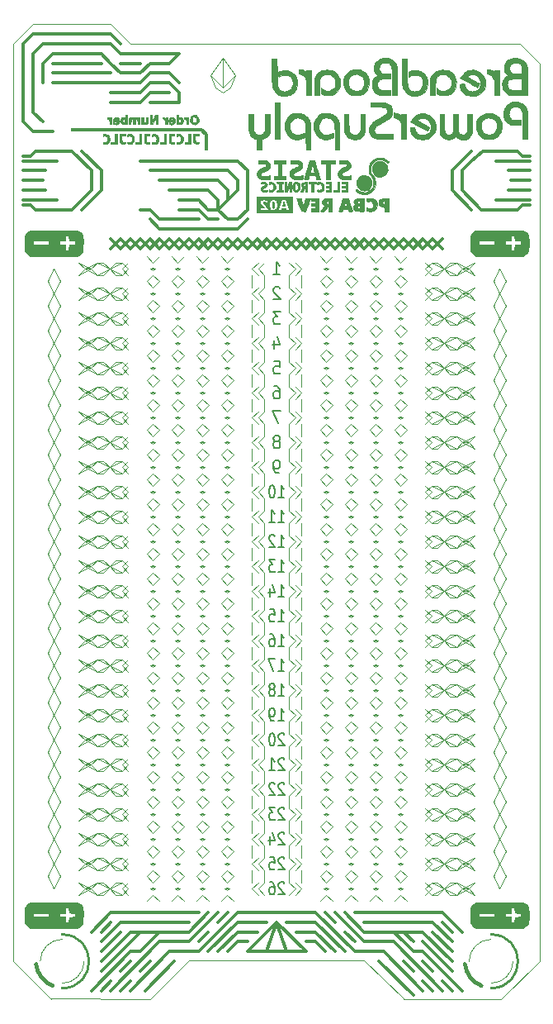
<source format=gbr>
%TF.GenerationSoftware,KiCad,Pcbnew,(5.1.7)-1*%
%TF.CreationDate,2021-03-20T22:52:39+01:00*%
%TF.ProjectId,MicroBBPS,4d696372-6f42-4425-9053-2e6b69636164,rev?*%
%TF.SameCoordinates,Original*%
%TF.FileFunction,Legend,Bot*%
%TF.FilePolarity,Positive*%
%FSLAX46Y46*%
G04 Gerber Fmt 4.6, Leading zero omitted, Abs format (unit mm)*
G04 Created by KiCad (PCBNEW (5.1.7)-1) date 2021-03-20 22:52:39*
%MOMM*%
%LPD*%
G01*
G04 APERTURE LIST*
%ADD10C,0.120000*%
%ADD11C,0.250000*%
%ADD12C,0.400000*%
%ADD13C,0.350000*%
%TA.AperFunction,Profile*%
%ADD14C,0.050000*%
%TD*%
%ADD15C,0.010000*%
%ADD16C,0.203200*%
%ADD17O,1.800000X1.800000*%
%ADD18C,3.300000*%
%ADD19C,2.800000*%
%ADD20O,1.200000X1.900000*%
%ADD21C,1.390000*%
G04 APERTURE END LIST*
D10*
X49000000Y-98250000D02*
G75*
G03*
X51250000Y-96000000I0J2250000D01*
G01*
D11*
X49000000Y-98750000D02*
G75*
G03*
X49000000Y-93250000I0J2750000D01*
G01*
D10*
X49000000Y-93750000D02*
G75*
G03*
X46750000Y-96000000I0J-2250000D01*
G01*
D12*
X46323672Y-96295403D02*
G75*
G03*
X48000001Y-98499999I2676328J295403D01*
G01*
D10*
X5000000Y-98250000D02*
G75*
G03*
X7250000Y-96000000I0J2250000D01*
G01*
D11*
X5000000Y-98750000D02*
G75*
G03*
X5000000Y-93250000I0J2750000D01*
G01*
D10*
X5000000Y-93750000D02*
G75*
G03*
X2750000Y-96000000I0J-2250000D01*
G01*
D12*
X2323672Y-96295403D02*
G75*
G03*
X4000001Y-98499999I2676328J295403D01*
G01*
D10*
X21500000Y-6500000D02*
X22770000Y-5230000D01*
X22770000Y-5230000D02*
X21500000Y-3452000D01*
X22770000Y-5230000D02*
X22262000Y-6500000D01*
X20230000Y-5230000D02*
X21500000Y-3452000D01*
X21500000Y-3452000D02*
X21500000Y-6500000D01*
X21500000Y-6500000D02*
X20230000Y-5230000D01*
X20738000Y-6500000D02*
X20230000Y-5230000D01*
X22262000Y-6500000D02*
X21500000Y-7008000D01*
X21500000Y-7008000D02*
X20738000Y-6500000D01*
D13*
X9000000Y-17000000D02*
X7000000Y-19000000D01*
X9000000Y-15000000D02*
X9000000Y-17000000D01*
X7000000Y-13000000D02*
X9000000Y-15000000D01*
X6000000Y-19000000D02*
X5000000Y-19000000D01*
X8000000Y-17000000D02*
X6000000Y-19000000D01*
X8000000Y-15000000D02*
X8000000Y-17000000D01*
X6000000Y-13000000D02*
X8000000Y-15000000D01*
X5000000Y-13000000D02*
X6000000Y-13000000D01*
X45000000Y-17000000D02*
X47000000Y-19000000D01*
X45000000Y-15000000D02*
X45000000Y-17000000D01*
X47000000Y-13000000D02*
X45000000Y-15000000D01*
X46000000Y-17000000D02*
X48000000Y-19000000D01*
X46000000Y-16000000D02*
X46000000Y-17000000D01*
X46000000Y-15000000D02*
X46000000Y-16000000D01*
X47000000Y-14000000D02*
X46000000Y-15000000D01*
X48180000Y-13000000D02*
X47000000Y-14000000D01*
X23000000Y-21000000D02*
X24000000Y-20000000D01*
X15000000Y-21000000D02*
X23000000Y-21000000D01*
X14000000Y-20000000D02*
X15000000Y-21000000D01*
X14000000Y-19000000D02*
X13000000Y-19000000D01*
X15000000Y-20000000D02*
X14000000Y-19000000D01*
X16000000Y-20000000D02*
X15000000Y-20000000D01*
X19000000Y-20000000D02*
X16000000Y-20000000D01*
X20000000Y-20000000D02*
X21000000Y-20000000D01*
X19000000Y-19000000D02*
X20000000Y-20000000D01*
X17000000Y-19000000D02*
X19000000Y-19000000D01*
X19000000Y-18000000D02*
X17000000Y-18000000D01*
X20000000Y-19000000D02*
X19000000Y-18000000D01*
X21000000Y-19000000D02*
X20000000Y-19000000D01*
X22000000Y-20000000D02*
X21000000Y-19000000D01*
X23000000Y-20000000D02*
X22000000Y-20000000D01*
X24000000Y-19000000D02*
X23000000Y-20000000D01*
X23000000Y-17000000D02*
X22000000Y-18000000D01*
X21000000Y-19000000D02*
X22000000Y-18000000D01*
X21000000Y-18000000D02*
X21000000Y-19000000D01*
X20000000Y-17000000D02*
X21000000Y-18000000D01*
X16000000Y-17000000D02*
X20000000Y-17000000D01*
X21000000Y-16000000D02*
X15000000Y-16000000D01*
X22000000Y-17000000D02*
X21000000Y-16000000D01*
X22000000Y-18000000D02*
X22000000Y-17000000D01*
X23000000Y-16000000D02*
X23000000Y-17000000D01*
X22000000Y-15000000D02*
X23000000Y-16000000D01*
X14000000Y-15000000D02*
X22000000Y-15000000D01*
X23000000Y-14000000D02*
X13000000Y-14000000D01*
X24000000Y-15000000D02*
X23000000Y-14000000D01*
X24000000Y-19000000D02*
X24000000Y-15000000D01*
X17000000Y-3000000D02*
X16000000Y-4000000D01*
X16000000Y-3000000D02*
X17000000Y-3000000D01*
X17000000Y-6000000D02*
X16000000Y-5000000D01*
X17000000Y-7000000D02*
X16000000Y-6000000D01*
X17000000Y-8000000D02*
X17000000Y-7000000D01*
X14000000Y-8000000D02*
X17000000Y-8000000D01*
X14000000Y-7000000D02*
X16000000Y-7000000D01*
X13000000Y-8000000D02*
X14000000Y-7000000D01*
X10000000Y-8000000D02*
X13000000Y-8000000D01*
X13000000Y-7000000D02*
X10000000Y-7000000D01*
X14000000Y-6000000D02*
X13000000Y-7000000D01*
X16000000Y-6000000D02*
X14000000Y-6000000D01*
X14000000Y-5000000D02*
X16000000Y-5000000D01*
X13000000Y-6000000D02*
X14000000Y-5000000D01*
X4000000Y-6000000D02*
X13000000Y-6000000D01*
X10000000Y-5000000D02*
X4000000Y-5000000D01*
X9000000Y-4000000D02*
X4000000Y-4000000D01*
X13000000Y-4000000D02*
X11000000Y-4000000D01*
X3000000Y-4000000D02*
X3000000Y-6000000D01*
X4000000Y-3000000D02*
X3000000Y-4000000D01*
X9000000Y-3000000D02*
X4000000Y-3000000D01*
X10000000Y-4000000D02*
X9000000Y-3000000D01*
X11000000Y-5000000D02*
X10000000Y-4000000D01*
X13000000Y-5000000D02*
X11000000Y-5000000D01*
X14000000Y-4000000D02*
X13000000Y-5000000D01*
X16000000Y-4000000D02*
X14000000Y-4000000D01*
X16000000Y-3000000D02*
X11000000Y-3000000D01*
X10000000Y-2000000D02*
X11000000Y-3000000D01*
X3000000Y-2000000D02*
X10000000Y-2000000D01*
X2000000Y-3000000D02*
X3000000Y-2000000D01*
X2000000Y-9000000D02*
X2000000Y-3000000D01*
X3000000Y-10000000D02*
X2000000Y-9000000D01*
X2000000Y-11000000D02*
X4000000Y-11000000D01*
X1000000Y-10000000D02*
X2000000Y-11000000D01*
X1000000Y-2000000D02*
X1000000Y-10000000D01*
X2000000Y-1000000D02*
X1000000Y-2000000D01*
X10000000Y-1000000D02*
X2000000Y-1000000D01*
X11000000Y-2000000D02*
X10000000Y-1000000D01*
X37500000Y-96000000D02*
X41000000Y-99500000D01*
X13500000Y-99000000D02*
X16500000Y-96000000D01*
X51750000Y-19000000D02*
X48180000Y-19000000D01*
X53000000Y-17000000D02*
X50750000Y-17000000D01*
X53000000Y-16000000D02*
X51000000Y-16000000D01*
X52250000Y-18500000D02*
X51750000Y-19000000D01*
X52250000Y-13500000D02*
X51750000Y-13000000D01*
X53000000Y-14000000D02*
X49500000Y-14000000D01*
X53000000Y-18500000D02*
X52250000Y-18500000D01*
X53000000Y-13500000D02*
X52250000Y-13500000D01*
X53000000Y-18000000D02*
X49500000Y-18000000D01*
X51750000Y-13000000D02*
X48180000Y-13000000D01*
X53000000Y-15000000D02*
X50750000Y-15000000D01*
X2250000Y-19000000D02*
X5000000Y-19000000D01*
X1750000Y-18500000D02*
X2250000Y-19000000D01*
X1000000Y-18500000D02*
X1750000Y-18500000D01*
X1000000Y-18000000D02*
X4500000Y-18000000D01*
X1000000Y-17000000D02*
X3250000Y-17000000D01*
X2250000Y-13000000D02*
X5000000Y-13000000D01*
X1750000Y-13500000D02*
X2250000Y-13000000D01*
X1000000Y-13500000D02*
X1750000Y-13500000D01*
X1000000Y-14000000D02*
X4500000Y-14000000D01*
X1000000Y-15000000D02*
X3250000Y-15000000D01*
X3000000Y-16000000D02*
X1000000Y-16000000D01*
X3000000Y-16000000D02*
X1000000Y-16000000D01*
X43000000Y-23000000D02*
X44000000Y-22000000D01*
X42000000Y-22000000D02*
X43000000Y-23000000D01*
X41000000Y-23000000D02*
X42000000Y-22000000D01*
X40000000Y-22000000D02*
X41000000Y-23000000D01*
X39000000Y-23000000D02*
X40000000Y-22000000D01*
X38000000Y-22000000D02*
X39000000Y-23000000D01*
X37000000Y-23000000D02*
X38000000Y-22000000D01*
X36000000Y-22000000D02*
X37000000Y-23000000D01*
X35000000Y-23000000D02*
X36000000Y-22000000D01*
X34000000Y-22000000D02*
X35000000Y-23000000D01*
X33000000Y-23000000D02*
X34000000Y-22000000D01*
X32000000Y-22000000D02*
X33000000Y-23000000D01*
X31000000Y-23000000D02*
X32000000Y-22000000D01*
X30000000Y-22000000D02*
X31000000Y-23000000D01*
X29000000Y-23000000D02*
X30000000Y-22000000D01*
X28000000Y-22000000D02*
X29000000Y-23000000D01*
X27000000Y-23000000D02*
X28000000Y-22000000D01*
X26000000Y-22000000D02*
X27000000Y-23000000D01*
X25000000Y-23000000D02*
X26000000Y-22000000D01*
X24000000Y-22000000D02*
X25000000Y-23000000D01*
X23000000Y-23000000D02*
X24000000Y-22000000D01*
X22000000Y-22000000D02*
X23000000Y-23000000D01*
X21000000Y-23000000D02*
X22000000Y-22000000D01*
X20000000Y-22000000D02*
X21000000Y-23000000D01*
X19000000Y-23000000D02*
X20000000Y-22000000D01*
X18000000Y-22000000D02*
X19000000Y-23000000D01*
X17000000Y-23000000D02*
X18000000Y-22000000D01*
X16000000Y-22000000D02*
X17000000Y-23000000D01*
X15000000Y-23000000D02*
X16000000Y-22000000D01*
X14000000Y-22000000D02*
X15000000Y-23000000D01*
X13000000Y-23000000D02*
X14000000Y-22000000D01*
X12000000Y-22000000D02*
X13000000Y-23000000D01*
X11000000Y-23000000D02*
X12000000Y-22000000D01*
X10000000Y-22000000D02*
X11000000Y-23000000D01*
X27000000Y-22000000D02*
X28000000Y-23000000D01*
X29000000Y-22000000D02*
X28000000Y-23000000D01*
X33000000Y-22000000D02*
X32000000Y-23000000D01*
X30000000Y-23000000D02*
X29000000Y-22000000D01*
X39000000Y-22000000D02*
X38000000Y-23000000D01*
X44000000Y-23000000D02*
X43000000Y-22000000D01*
X31000000Y-22000000D02*
X30000000Y-23000000D01*
X34000000Y-23000000D02*
X33000000Y-22000000D01*
X36000000Y-23000000D02*
X35000000Y-22000000D01*
X35000000Y-22000000D02*
X34000000Y-23000000D01*
X43000000Y-22000000D02*
X42000000Y-23000000D01*
X41000000Y-22000000D02*
X40000000Y-23000000D01*
X37000000Y-22000000D02*
X36000000Y-23000000D01*
X40000000Y-23000000D02*
X39000000Y-22000000D01*
X38000000Y-23000000D02*
X37000000Y-22000000D01*
X32000000Y-23000000D02*
X31000000Y-22000000D01*
X42000000Y-23000000D02*
X41000000Y-22000000D01*
X26000000Y-23000000D02*
X27000000Y-22000000D01*
X25000000Y-22000000D02*
X26000000Y-23000000D01*
X24000000Y-23000000D02*
X25000000Y-22000000D01*
X23000000Y-22000000D02*
X24000000Y-23000000D01*
X22000000Y-23000000D02*
X23000000Y-22000000D01*
X21000000Y-22000000D02*
X22000000Y-23000000D01*
X20000000Y-23000000D02*
X21000000Y-22000000D01*
X19000000Y-22000000D02*
X20000000Y-23000000D01*
X18000000Y-23000000D02*
X19000000Y-22000000D01*
X17000000Y-22000000D02*
X18000000Y-23000000D01*
X16000000Y-23000000D02*
X17000000Y-22000000D01*
X15000000Y-22000000D02*
X16000000Y-23000000D01*
X14000000Y-23000000D02*
X15000000Y-22000000D01*
X13000000Y-22000000D02*
X14000000Y-23000000D01*
X12000000Y-23000000D02*
X13000000Y-22000000D01*
X11000000Y-22000000D02*
X12000000Y-23000000D01*
X10000000Y-23000000D02*
X11000000Y-22000000D01*
X44000000Y-92000000D02*
X45000000Y-93000000D01*
X45000000Y-95000000D02*
X43000000Y-93000000D01*
X42000000Y-94000000D02*
X45000000Y-97000000D01*
X40000000Y-93000000D02*
X41000000Y-94000000D01*
X10000000Y-91000000D02*
X8000000Y-93000000D01*
X19000000Y-91000000D02*
X10000000Y-91000000D01*
X11000000Y-92000000D02*
X18000000Y-92000000D01*
X9000000Y-94000000D02*
X11000000Y-92000000D01*
X9000000Y-93000000D02*
X10000000Y-92000000D01*
X9000000Y-95000000D02*
X11000000Y-93000000D01*
X12000000Y-93000000D02*
X9000000Y-96000000D01*
X13000000Y-93000000D02*
X12000000Y-93000000D01*
X13000000Y-93000000D02*
X15000000Y-93000000D01*
X9000000Y-97000000D02*
X13000000Y-93000000D01*
X11000000Y-97000000D02*
X12000000Y-96000000D01*
X9000000Y-99000000D02*
X10000000Y-98000000D01*
X12000000Y-95000000D02*
X8000000Y-99000000D01*
X13000000Y-95000000D02*
X12000000Y-95000000D01*
X15000000Y-93000000D02*
X13000000Y-95000000D01*
X18000000Y-93000000D02*
X15000000Y-93000000D01*
X20000000Y-91000000D02*
X18000000Y-93000000D01*
X23000000Y-94000000D02*
X22000000Y-95000000D01*
X24000000Y-94000000D02*
X23000000Y-94000000D01*
X23000000Y-93000000D02*
X21000000Y-95000000D01*
X25000000Y-93000000D02*
X23000000Y-93000000D01*
X23000000Y-92000000D02*
X26000000Y-92000000D01*
X20000000Y-95000000D02*
X23000000Y-92000000D01*
X21000000Y-92000000D02*
X22000000Y-91000000D01*
X19000000Y-94000000D02*
X20000000Y-93000000D01*
X18000000Y-94000000D02*
X21000000Y-91000000D01*
X15000000Y-94000000D02*
X18000000Y-94000000D01*
X10000000Y-99000000D02*
X15000000Y-94000000D01*
X13000000Y-97000000D02*
X14000000Y-96000000D01*
X11000000Y-99000000D02*
X12000000Y-98000000D01*
X16000000Y-95000000D02*
X12000000Y-99000000D01*
X19000000Y-95000000D02*
X16000000Y-95000000D01*
X23000000Y-91000000D02*
X19000000Y-95000000D01*
X27000000Y-91000000D02*
X23000000Y-91000000D01*
X28000000Y-95000000D02*
X27000000Y-92000000D01*
X27000000Y-92000000D02*
X26000000Y-95000000D01*
X30000000Y-95000000D02*
X27000000Y-92000000D01*
X24000000Y-95000000D02*
X30000000Y-95000000D01*
X27000000Y-92000000D02*
X24000000Y-95000000D01*
X32000000Y-91000000D02*
X33000000Y-92000000D01*
X30000000Y-94000000D02*
X31000000Y-94000000D01*
X33000000Y-95000000D02*
X31000000Y-93000000D01*
X28000000Y-92000000D02*
X31000000Y-92000000D01*
X31000000Y-93000000D02*
X29000000Y-93000000D01*
X31000000Y-94000000D02*
X32000000Y-95000000D01*
X31000000Y-92000000D02*
X34000000Y-95000000D01*
X34000000Y-93000000D02*
X35000000Y-94000000D01*
X44000000Y-91000000D02*
X45000000Y-92000000D01*
X35000000Y-91000000D02*
X44000000Y-91000000D01*
X37000000Y-93000000D02*
X36000000Y-93000000D01*
X43000000Y-92000000D02*
X42000000Y-92000000D01*
X39000000Y-93000000D02*
X38000000Y-93000000D01*
X40000000Y-94000000D02*
X39000000Y-93000000D01*
X38000000Y-93000000D02*
X37000000Y-93000000D01*
X42000000Y-95000000D02*
X41000000Y-95000000D01*
X42000000Y-93000000D02*
X39000000Y-93000000D01*
X45000000Y-99000000D02*
X44000000Y-98000000D01*
X43000000Y-99000000D02*
X42000000Y-98000000D01*
X41000000Y-97000000D02*
X40000000Y-96000000D01*
X33000000Y-91000000D02*
X36000000Y-94000000D01*
X31000000Y-91000000D02*
X35000000Y-95000000D01*
X39000000Y-94000000D02*
X44000000Y-99000000D01*
X38000000Y-95000000D02*
X42000000Y-99000000D01*
X42000000Y-93000000D02*
X45000000Y-96000000D01*
X36000000Y-93000000D02*
X34000000Y-91000000D01*
X43000000Y-97000000D02*
X42000000Y-96000000D01*
X35000000Y-95000000D02*
X38000000Y-95000000D01*
X42000000Y-92000000D02*
X36000000Y-92000000D01*
X41000000Y-95000000D02*
X40000000Y-94000000D01*
X36000000Y-94000000D02*
X39000000Y-94000000D01*
X45000000Y-92000000D02*
X46000000Y-93000000D01*
X45000000Y-94000000D02*
X43000000Y-92000000D01*
X46000000Y-99000000D02*
X42000000Y-95000000D01*
X27000000Y-91000000D02*
X31000000Y-91000000D01*
D14*
X12000000Y-2000000D02*
X10000000Y0D01*
X0Y-2000000D02*
X2000000Y0D01*
X0Y-96000000D02*
X0Y-2000000D01*
X3900000Y-99900000D02*
X0Y-96000000D01*
X14000000Y-99900000D02*
X3900000Y-99800000D01*
X18000000Y-95900000D02*
X14000000Y-99900000D01*
X36000000Y-95900000D02*
X18000000Y-95900000D01*
X40000000Y-99800000D02*
X36000000Y-95900000D01*
X50000000Y-99900000D02*
X40000000Y-99900000D01*
X54000000Y-96000000D02*
X50000000Y-99900000D01*
X54000000Y-4000000D02*
X54000000Y-96000000D01*
X52000000Y-2000000D02*
X54000000Y-4000000D01*
X12000000Y-2000000D02*
X52000000Y-2000000D01*
X2000000Y0D02*
X10000000Y0D01*
D15*
%TO.C,G\u002A\u002A\u002A*%
G36*
X52425400Y-92492599D02*
G01*
X52588508Y-92379767D01*
X52685482Y-92276699D01*
X52734397Y-92209743D01*
X52773047Y-92147508D01*
X52802636Y-92082983D01*
X52824364Y-92009158D01*
X52839436Y-91919022D01*
X52849053Y-91805562D01*
X52854417Y-91661768D01*
X52856731Y-91480628D01*
X52857200Y-91275400D01*
X52856627Y-91053794D01*
X52854109Y-90875971D01*
X52848442Y-90734920D01*
X52838425Y-90623630D01*
X52822854Y-90535090D01*
X52800528Y-90462288D01*
X52770244Y-90398214D01*
X52730799Y-90335856D01*
X52685482Y-90274102D01*
X52556660Y-90144596D01*
X52425400Y-90058202D01*
X52260300Y-89967300D01*
X49910800Y-89963230D01*
X49567987Y-89962844D01*
X49238496Y-89962880D01*
X48926026Y-89963313D01*
X48634274Y-89964119D01*
X48366941Y-89965276D01*
X48127726Y-89966760D01*
X47920326Y-89968548D01*
X47748441Y-89970615D01*
X47615770Y-89972939D01*
X47526013Y-89975496D01*
X47482867Y-89978262D01*
X47480848Y-89978642D01*
X47347979Y-90028974D01*
X47211259Y-90110946D01*
X47090648Y-90211321D01*
X47034517Y-90274610D01*
X46985611Y-90341304D01*
X46946966Y-90403360D01*
X46917378Y-90467780D01*
X46895648Y-90541565D01*
X46880573Y-90631718D01*
X46870952Y-90745240D01*
X46865585Y-90889133D01*
X46863268Y-91070399D01*
X46862800Y-91275401D01*
X46863258Y-91453200D01*
X47701000Y-91453200D01*
X47701000Y-91046800D01*
X49301200Y-91046800D01*
X49301200Y-91453200D01*
X50418800Y-91453200D01*
X50418800Y-91046800D01*
X51003000Y-91046800D01*
X51003000Y-90462600D01*
X51407736Y-90462600D01*
X51422100Y-91034100D01*
X51720550Y-91041257D01*
X52019000Y-91048413D01*
X52019000Y-91451588D01*
X51422100Y-91465900D01*
X51407736Y-92037400D01*
X51003000Y-92037400D01*
X51003000Y-91453200D01*
X50418800Y-91453200D01*
X49301200Y-91453200D01*
X47701000Y-91453200D01*
X46863258Y-91453200D01*
X46863372Y-91497007D01*
X46865890Y-91674830D01*
X46871557Y-91815881D01*
X46881574Y-91927171D01*
X46897145Y-92015711D01*
X46919471Y-92088513D01*
X46949755Y-92152587D01*
X46989200Y-92214945D01*
X47034517Y-92276699D01*
X47163339Y-92406205D01*
X47294600Y-92492599D01*
X47459700Y-92583500D01*
X52260300Y-92583500D01*
X52425400Y-92492599D01*
G37*
X52425400Y-92492599D02*
X52588508Y-92379767D01*
X52685482Y-92276699D01*
X52734397Y-92209743D01*
X52773047Y-92147508D01*
X52802636Y-92082983D01*
X52824364Y-92009158D01*
X52839436Y-91919022D01*
X52849053Y-91805562D01*
X52854417Y-91661768D01*
X52856731Y-91480628D01*
X52857200Y-91275400D01*
X52856627Y-91053794D01*
X52854109Y-90875971D01*
X52848442Y-90734920D01*
X52838425Y-90623630D01*
X52822854Y-90535090D01*
X52800528Y-90462288D01*
X52770244Y-90398214D01*
X52730799Y-90335856D01*
X52685482Y-90274102D01*
X52556660Y-90144596D01*
X52425400Y-90058202D01*
X52260300Y-89967300D01*
X49910800Y-89963230D01*
X49567987Y-89962844D01*
X49238496Y-89962880D01*
X48926026Y-89963313D01*
X48634274Y-89964119D01*
X48366941Y-89965276D01*
X48127726Y-89966760D01*
X47920326Y-89968548D01*
X47748441Y-89970615D01*
X47615770Y-89972939D01*
X47526013Y-89975496D01*
X47482867Y-89978262D01*
X47480848Y-89978642D01*
X47347979Y-90028974D01*
X47211259Y-90110946D01*
X47090648Y-90211321D01*
X47034517Y-90274610D01*
X46985611Y-90341304D01*
X46946966Y-90403360D01*
X46917378Y-90467780D01*
X46895648Y-90541565D01*
X46880573Y-90631718D01*
X46870952Y-90745240D01*
X46865585Y-90889133D01*
X46863268Y-91070399D01*
X46862800Y-91275401D01*
X46863258Y-91453200D01*
X47701000Y-91453200D01*
X47701000Y-91046800D01*
X49301200Y-91046800D01*
X49301200Y-91453200D01*
X50418800Y-91453200D01*
X50418800Y-91046800D01*
X51003000Y-91046800D01*
X51003000Y-90462600D01*
X51407736Y-90462600D01*
X51422100Y-91034100D01*
X51720550Y-91041257D01*
X52019000Y-91048413D01*
X52019000Y-91451588D01*
X51422100Y-91465900D01*
X51407736Y-92037400D01*
X51003000Y-92037400D01*
X51003000Y-91453200D01*
X50418800Y-91453200D01*
X49301200Y-91453200D01*
X47701000Y-91453200D01*
X46863258Y-91453200D01*
X46863372Y-91497007D01*
X46865890Y-91674830D01*
X46871557Y-91815881D01*
X46881574Y-91927171D01*
X46897145Y-92015711D01*
X46919471Y-92088513D01*
X46949755Y-92152587D01*
X46989200Y-92214945D01*
X47034517Y-92276699D01*
X47163339Y-92406205D01*
X47294600Y-92492599D01*
X47459700Y-92583500D01*
X52260300Y-92583500D01*
X52425400Y-92492599D01*
G36*
X6658358Y-92516242D02*
G01*
X6829567Y-92409903D01*
X6971274Y-92268500D01*
X7062958Y-92124342D01*
X7081408Y-92085161D01*
X7095842Y-92047040D01*
X7106840Y-92003230D01*
X7114984Y-91946978D01*
X7120856Y-91871532D01*
X7125036Y-91770142D01*
X7128107Y-91636055D01*
X7130649Y-91462520D01*
X7132375Y-91318298D01*
X7134457Y-91091070D01*
X7134160Y-90907826D01*
X7130400Y-90761767D01*
X7122091Y-90646093D01*
X7108147Y-90554005D01*
X7087482Y-90478703D01*
X7059011Y-90413387D01*
X7021649Y-90351259D01*
X6974309Y-90285519D01*
X6965653Y-90274102D01*
X6837167Y-90145006D01*
X6705400Y-90058202D01*
X6540300Y-89967300D01*
X4190800Y-89963230D01*
X3847987Y-89962844D01*
X3518496Y-89962880D01*
X3206026Y-89963313D01*
X2914274Y-89964119D01*
X2646941Y-89965276D01*
X2407726Y-89966760D01*
X2200326Y-89968548D01*
X2028441Y-89970615D01*
X1895770Y-89972939D01*
X1806013Y-89975496D01*
X1762867Y-89978262D01*
X1760848Y-89978642D01*
X1600500Y-90041143D01*
X1448765Y-90143624D01*
X1317312Y-90275359D01*
X1217809Y-90425621D01*
X1181167Y-90511575D01*
X1167450Y-90579613D01*
X1156455Y-90689221D01*
X1148182Y-90831243D01*
X1142630Y-90996522D01*
X1139799Y-91175902D01*
X1139690Y-91360226D01*
X1141038Y-91453200D01*
X1981000Y-91453200D01*
X1981000Y-91046800D01*
X3581200Y-91046800D01*
X3581200Y-91453200D01*
X4698800Y-91453200D01*
X4698800Y-91046800D01*
X5283000Y-91046800D01*
X5283000Y-90462600D01*
X5687736Y-90462600D01*
X5702100Y-91034100D01*
X6000550Y-91041257D01*
X6299000Y-91048413D01*
X6299000Y-91451588D01*
X5702100Y-91465900D01*
X5687736Y-92037400D01*
X5283000Y-92037400D01*
X5283000Y-91453200D01*
X4698800Y-91453200D01*
X3581200Y-91453200D01*
X1981000Y-91453200D01*
X1141038Y-91453200D01*
X1142303Y-91540338D01*
X1147638Y-91707081D01*
X1155694Y-91851299D01*
X1166471Y-91963834D01*
X1179971Y-92035531D01*
X1181167Y-92039226D01*
X1264064Y-92206924D01*
X1388530Y-92355823D01*
X1546156Y-92476234D01*
X1574600Y-92492599D01*
X1739700Y-92583500D01*
X6514900Y-92583500D01*
X6658358Y-92516242D01*
G37*
X6658358Y-92516242D02*
X6829567Y-92409903D01*
X6971274Y-92268500D01*
X7062958Y-92124342D01*
X7081408Y-92085161D01*
X7095842Y-92047040D01*
X7106840Y-92003230D01*
X7114984Y-91946978D01*
X7120856Y-91871532D01*
X7125036Y-91770142D01*
X7128107Y-91636055D01*
X7130649Y-91462520D01*
X7132375Y-91318298D01*
X7134457Y-91091070D01*
X7134160Y-90907826D01*
X7130400Y-90761767D01*
X7122091Y-90646093D01*
X7108147Y-90554005D01*
X7087482Y-90478703D01*
X7059011Y-90413387D01*
X7021649Y-90351259D01*
X6974309Y-90285519D01*
X6965653Y-90274102D01*
X6837167Y-90145006D01*
X6705400Y-90058202D01*
X6540300Y-89967300D01*
X4190800Y-89963230D01*
X3847987Y-89962844D01*
X3518496Y-89962880D01*
X3206026Y-89963313D01*
X2914274Y-89964119D01*
X2646941Y-89965276D01*
X2407726Y-89966760D01*
X2200326Y-89968548D01*
X2028441Y-89970615D01*
X1895770Y-89972939D01*
X1806013Y-89975496D01*
X1762867Y-89978262D01*
X1760848Y-89978642D01*
X1600500Y-90041143D01*
X1448765Y-90143624D01*
X1317312Y-90275359D01*
X1217809Y-90425621D01*
X1181167Y-90511575D01*
X1167450Y-90579613D01*
X1156455Y-90689221D01*
X1148182Y-90831243D01*
X1142630Y-90996522D01*
X1139799Y-91175902D01*
X1139690Y-91360226D01*
X1141038Y-91453200D01*
X1981000Y-91453200D01*
X1981000Y-91046800D01*
X3581200Y-91046800D01*
X3581200Y-91453200D01*
X4698800Y-91453200D01*
X4698800Y-91046800D01*
X5283000Y-91046800D01*
X5283000Y-90462600D01*
X5687736Y-90462600D01*
X5702100Y-91034100D01*
X6000550Y-91041257D01*
X6299000Y-91048413D01*
X6299000Y-91451588D01*
X5702100Y-91465900D01*
X5687736Y-92037400D01*
X5283000Y-92037400D01*
X5283000Y-91453200D01*
X4698800Y-91453200D01*
X3581200Y-91453200D01*
X1981000Y-91453200D01*
X1141038Y-91453200D01*
X1142303Y-91540338D01*
X1147638Y-91707081D01*
X1155694Y-91851299D01*
X1166471Y-91963834D01*
X1179971Y-92035531D01*
X1181167Y-92039226D01*
X1264064Y-92206924D01*
X1388530Y-92355823D01*
X1546156Y-92476234D01*
X1574600Y-92492599D01*
X1739700Y-92583500D01*
X6514900Y-92583500D01*
X6658358Y-92516242D01*
G36*
X6658358Y-23666242D02*
G01*
X6829567Y-23559903D01*
X6971274Y-23418500D01*
X7062958Y-23274342D01*
X7081408Y-23235161D01*
X7095842Y-23197040D01*
X7106840Y-23153230D01*
X7114984Y-23096978D01*
X7120856Y-23021532D01*
X7125036Y-22920142D01*
X7128107Y-22786055D01*
X7130649Y-22612520D01*
X7132375Y-22468298D01*
X7134457Y-22241070D01*
X7134160Y-22057826D01*
X7130400Y-21911767D01*
X7122091Y-21796093D01*
X7108147Y-21704005D01*
X7087482Y-21628703D01*
X7059011Y-21563387D01*
X7021649Y-21501259D01*
X6974309Y-21435519D01*
X6965653Y-21424102D01*
X6837167Y-21295006D01*
X6705400Y-21208202D01*
X6540300Y-21117300D01*
X4190800Y-21113230D01*
X3847987Y-21112844D01*
X3518496Y-21112880D01*
X3206026Y-21113313D01*
X2914274Y-21114119D01*
X2646941Y-21115276D01*
X2407726Y-21116760D01*
X2200326Y-21118548D01*
X2028441Y-21120615D01*
X1895770Y-21122939D01*
X1806013Y-21125496D01*
X1762867Y-21128262D01*
X1760848Y-21128642D01*
X1600500Y-21191143D01*
X1448765Y-21293624D01*
X1317312Y-21425359D01*
X1217809Y-21575621D01*
X1181167Y-21661575D01*
X1167450Y-21729613D01*
X1156455Y-21839221D01*
X1148182Y-21981243D01*
X1142630Y-22146522D01*
X1139799Y-22325902D01*
X1139690Y-22510226D01*
X1141038Y-22603200D01*
X1981000Y-22603200D01*
X1981000Y-22196800D01*
X3581200Y-22196800D01*
X3581200Y-22603200D01*
X4698800Y-22603200D01*
X4698800Y-22196800D01*
X5283000Y-22196800D01*
X5283000Y-21612600D01*
X5687736Y-21612600D01*
X5702100Y-22184100D01*
X6000550Y-22191257D01*
X6299000Y-22198413D01*
X6299000Y-22601588D01*
X5702100Y-22615900D01*
X5687736Y-23187400D01*
X5283000Y-23187400D01*
X5283000Y-22603200D01*
X4698800Y-22603200D01*
X3581200Y-22603200D01*
X1981000Y-22603200D01*
X1141038Y-22603200D01*
X1142303Y-22690338D01*
X1147638Y-22857081D01*
X1155694Y-23001299D01*
X1166471Y-23113834D01*
X1179971Y-23185531D01*
X1181167Y-23189226D01*
X1264064Y-23356924D01*
X1388530Y-23505823D01*
X1546156Y-23626234D01*
X1574600Y-23642599D01*
X1739700Y-23733500D01*
X6514900Y-23733500D01*
X6658358Y-23666242D01*
G37*
X6658358Y-23666242D02*
X6829567Y-23559903D01*
X6971274Y-23418500D01*
X7062958Y-23274342D01*
X7081408Y-23235161D01*
X7095842Y-23197040D01*
X7106840Y-23153230D01*
X7114984Y-23096978D01*
X7120856Y-23021532D01*
X7125036Y-22920142D01*
X7128107Y-22786055D01*
X7130649Y-22612520D01*
X7132375Y-22468298D01*
X7134457Y-22241070D01*
X7134160Y-22057826D01*
X7130400Y-21911767D01*
X7122091Y-21796093D01*
X7108147Y-21704005D01*
X7087482Y-21628703D01*
X7059011Y-21563387D01*
X7021649Y-21501259D01*
X6974309Y-21435519D01*
X6965653Y-21424102D01*
X6837167Y-21295006D01*
X6705400Y-21208202D01*
X6540300Y-21117300D01*
X4190800Y-21113230D01*
X3847987Y-21112844D01*
X3518496Y-21112880D01*
X3206026Y-21113313D01*
X2914274Y-21114119D01*
X2646941Y-21115276D01*
X2407726Y-21116760D01*
X2200326Y-21118548D01*
X2028441Y-21120615D01*
X1895770Y-21122939D01*
X1806013Y-21125496D01*
X1762867Y-21128262D01*
X1760848Y-21128642D01*
X1600500Y-21191143D01*
X1448765Y-21293624D01*
X1317312Y-21425359D01*
X1217809Y-21575621D01*
X1181167Y-21661575D01*
X1167450Y-21729613D01*
X1156455Y-21839221D01*
X1148182Y-21981243D01*
X1142630Y-22146522D01*
X1139799Y-22325902D01*
X1139690Y-22510226D01*
X1141038Y-22603200D01*
X1981000Y-22603200D01*
X1981000Y-22196800D01*
X3581200Y-22196800D01*
X3581200Y-22603200D01*
X4698800Y-22603200D01*
X4698800Y-22196800D01*
X5283000Y-22196800D01*
X5283000Y-21612600D01*
X5687736Y-21612600D01*
X5702100Y-22184100D01*
X6000550Y-22191257D01*
X6299000Y-22198413D01*
X6299000Y-22601588D01*
X5702100Y-22615900D01*
X5687736Y-23187400D01*
X5283000Y-23187400D01*
X5283000Y-22603200D01*
X4698800Y-22603200D01*
X3581200Y-22603200D01*
X1981000Y-22603200D01*
X1141038Y-22603200D01*
X1142303Y-22690338D01*
X1147638Y-22857081D01*
X1155694Y-23001299D01*
X1166471Y-23113834D01*
X1179971Y-23185531D01*
X1181167Y-23189226D01*
X1264064Y-23356924D01*
X1388530Y-23505823D01*
X1546156Y-23626234D01*
X1574600Y-23642599D01*
X1739700Y-23733500D01*
X6514900Y-23733500D01*
X6658358Y-23666242D01*
G36*
X52425400Y-23642599D02*
G01*
X52588508Y-23529767D01*
X52685482Y-23426699D01*
X52734397Y-23359743D01*
X52773047Y-23297508D01*
X52802636Y-23232983D01*
X52824364Y-23159158D01*
X52839436Y-23069022D01*
X52849053Y-22955562D01*
X52854417Y-22811768D01*
X52856731Y-22630628D01*
X52857200Y-22425400D01*
X52856627Y-22203794D01*
X52854109Y-22025971D01*
X52848442Y-21884920D01*
X52838425Y-21773630D01*
X52822854Y-21685090D01*
X52800528Y-21612288D01*
X52770244Y-21548214D01*
X52730799Y-21485856D01*
X52685482Y-21424102D01*
X52556660Y-21294596D01*
X52425400Y-21208202D01*
X52260300Y-21117300D01*
X49910800Y-21113230D01*
X49567987Y-21112844D01*
X49238496Y-21112880D01*
X48926026Y-21113313D01*
X48634274Y-21114119D01*
X48366941Y-21115276D01*
X48127726Y-21116760D01*
X47920326Y-21118548D01*
X47748441Y-21120615D01*
X47615770Y-21122939D01*
X47526013Y-21125496D01*
X47482867Y-21128262D01*
X47480848Y-21128642D01*
X47347979Y-21178974D01*
X47211259Y-21260946D01*
X47090648Y-21361321D01*
X47034517Y-21424610D01*
X46985611Y-21491304D01*
X46946966Y-21553360D01*
X46917378Y-21617780D01*
X46895648Y-21691565D01*
X46880573Y-21781718D01*
X46870952Y-21895240D01*
X46865585Y-22039133D01*
X46863268Y-22220399D01*
X46862800Y-22425401D01*
X46863258Y-22603200D01*
X47701000Y-22603200D01*
X47701000Y-22196800D01*
X49301200Y-22196800D01*
X49301200Y-22603200D01*
X50418800Y-22603200D01*
X50418800Y-22196800D01*
X51003000Y-22196800D01*
X51003000Y-21612600D01*
X51407736Y-21612600D01*
X51422100Y-22184100D01*
X51720550Y-22191257D01*
X52019000Y-22198413D01*
X52019000Y-22601588D01*
X51422100Y-22615900D01*
X51407736Y-23187400D01*
X51003000Y-23187400D01*
X51003000Y-22603200D01*
X50418800Y-22603200D01*
X49301200Y-22603200D01*
X47701000Y-22603200D01*
X46863258Y-22603200D01*
X46863372Y-22647007D01*
X46865890Y-22824830D01*
X46871557Y-22965881D01*
X46881574Y-23077171D01*
X46897145Y-23165711D01*
X46919471Y-23238513D01*
X46949755Y-23302587D01*
X46989200Y-23364945D01*
X47034517Y-23426699D01*
X47163339Y-23556205D01*
X47294600Y-23642599D01*
X47459700Y-23733500D01*
X52260300Y-23733500D01*
X52425400Y-23642599D01*
G37*
X52425400Y-23642599D02*
X52588508Y-23529767D01*
X52685482Y-23426699D01*
X52734397Y-23359743D01*
X52773047Y-23297508D01*
X52802636Y-23232983D01*
X52824364Y-23159158D01*
X52839436Y-23069022D01*
X52849053Y-22955562D01*
X52854417Y-22811768D01*
X52856731Y-22630628D01*
X52857200Y-22425400D01*
X52856627Y-22203794D01*
X52854109Y-22025971D01*
X52848442Y-21884920D01*
X52838425Y-21773630D01*
X52822854Y-21685090D01*
X52800528Y-21612288D01*
X52770244Y-21548214D01*
X52730799Y-21485856D01*
X52685482Y-21424102D01*
X52556660Y-21294596D01*
X52425400Y-21208202D01*
X52260300Y-21117300D01*
X49910800Y-21113230D01*
X49567987Y-21112844D01*
X49238496Y-21112880D01*
X48926026Y-21113313D01*
X48634274Y-21114119D01*
X48366941Y-21115276D01*
X48127726Y-21116760D01*
X47920326Y-21118548D01*
X47748441Y-21120615D01*
X47615770Y-21122939D01*
X47526013Y-21125496D01*
X47482867Y-21128262D01*
X47480848Y-21128642D01*
X47347979Y-21178974D01*
X47211259Y-21260946D01*
X47090648Y-21361321D01*
X47034517Y-21424610D01*
X46985611Y-21491304D01*
X46946966Y-21553360D01*
X46917378Y-21617780D01*
X46895648Y-21691565D01*
X46880573Y-21781718D01*
X46870952Y-21895240D01*
X46865585Y-22039133D01*
X46863268Y-22220399D01*
X46862800Y-22425401D01*
X46863258Y-22603200D01*
X47701000Y-22603200D01*
X47701000Y-22196800D01*
X49301200Y-22196800D01*
X49301200Y-22603200D01*
X50418800Y-22603200D01*
X50418800Y-22196800D01*
X51003000Y-22196800D01*
X51003000Y-21612600D01*
X51407736Y-21612600D01*
X51422100Y-22184100D01*
X51720550Y-22191257D01*
X52019000Y-22198413D01*
X52019000Y-22601588D01*
X51422100Y-22615900D01*
X51407736Y-23187400D01*
X51003000Y-23187400D01*
X51003000Y-22603200D01*
X50418800Y-22603200D01*
X49301200Y-22603200D01*
X47701000Y-22603200D01*
X46863258Y-22603200D01*
X46863372Y-22647007D01*
X46865890Y-22824830D01*
X46871557Y-22965881D01*
X46881574Y-23077171D01*
X46897145Y-23165711D01*
X46919471Y-23238513D01*
X46949755Y-23302587D01*
X46989200Y-23364945D01*
X47034517Y-23426699D01*
X47163339Y-23556205D01*
X47294600Y-23642599D01*
X47459700Y-23733500D01*
X52260300Y-23733500D01*
X52425400Y-23642599D01*
D10*
%TO.C,J1*%
X24460000Y-83500000D02*
X25095000Y-82865000D01*
X25730000Y-65085000D02*
X25730000Y-63815000D01*
X24460000Y-70800000D02*
X25095000Y-70165000D01*
X25730000Y-71435000D02*
X25095000Y-70800000D01*
X24460000Y-58100000D02*
X25095000Y-57465000D01*
X24460000Y-60640000D02*
X25095000Y-60005000D01*
X25730000Y-82865000D02*
X25730000Y-81595000D01*
X25730000Y-81595000D02*
X25095000Y-80960000D01*
X25095000Y-80960000D02*
X25730000Y-80325000D01*
X25095000Y-66355000D02*
X24460000Y-65720000D01*
X25095000Y-70800000D02*
X25730000Y-70165000D01*
X24460000Y-75880000D02*
X25095000Y-75245000D01*
X25730000Y-73975000D02*
X25095000Y-73340000D01*
X24460000Y-73340000D02*
X25095000Y-72705000D01*
X25730000Y-62545000D02*
X25730000Y-61275000D01*
X25095000Y-65720000D02*
X25730000Y-65085000D01*
X24460000Y-65720000D02*
X25095000Y-65085000D01*
X25095000Y-58735000D02*
X24460000Y-58100000D01*
X25730000Y-61275000D02*
X25095000Y-60640000D01*
X25730000Y-60005000D02*
X25730000Y-58735000D01*
X25095000Y-89215000D02*
X24460000Y-88580000D01*
X25095000Y-84135000D02*
X24460000Y-83500000D01*
X24460000Y-68260000D02*
X25095000Y-67625000D01*
X25730000Y-72705000D02*
X25730000Y-71435000D01*
X24460000Y-63180000D02*
X25095000Y-62545000D01*
X25095000Y-68260000D02*
X25730000Y-67625000D01*
X24460000Y-78420000D02*
X25095000Y-77785000D01*
X25095000Y-73340000D02*
X25730000Y-72705000D01*
X25095000Y-68895000D02*
X24460000Y-68260000D01*
X25095000Y-58100000D02*
X25730000Y-57465000D01*
X25095000Y-78420000D02*
X25730000Y-77785000D01*
X25730000Y-76515000D02*
X25095000Y-75880000D01*
X25095000Y-76515000D02*
X24460000Y-75880000D01*
X25095000Y-63815000D02*
X24460000Y-63180000D01*
X25730000Y-67625000D02*
X25730000Y-66355000D01*
X25095000Y-75880000D02*
X25730000Y-75245000D01*
X25730000Y-68895000D02*
X25095000Y-68260000D01*
X25730000Y-77785000D02*
X25730000Y-76515000D01*
X25730000Y-63815000D02*
X25095000Y-63180000D01*
X25730000Y-75245000D02*
X25730000Y-73975000D01*
X25095000Y-71435000D02*
X24460000Y-70800000D01*
X25095000Y-63180000D02*
X25730000Y-62545000D01*
X25095000Y-61275000D02*
X24460000Y-60640000D01*
X25730000Y-85405000D02*
X25730000Y-84135000D01*
X25730000Y-87945000D02*
X25730000Y-86675000D01*
X25095000Y-88580000D02*
X25730000Y-87945000D01*
X25095000Y-88580000D02*
X25730000Y-89215000D01*
X25730000Y-80325000D02*
X25730000Y-79055000D01*
X24460000Y-86040000D02*
X25095000Y-85405000D01*
X25730000Y-70165000D02*
X25730000Y-68895000D01*
X25730000Y-66355000D02*
X25095000Y-65720000D01*
X25730000Y-58735000D02*
X25095000Y-58100000D01*
X25730000Y-86675000D02*
X25095000Y-86040000D01*
X25095000Y-86040000D02*
X25730000Y-85405000D01*
X25095000Y-79055000D02*
X24460000Y-78420000D01*
X25095000Y-86675000D02*
X24460000Y-86040000D01*
X25730000Y-79055000D02*
X25095000Y-78420000D01*
X25730000Y-84135000D02*
X25095000Y-83500000D01*
X24460000Y-88580000D02*
X25095000Y-87945000D01*
X25095000Y-60640000D02*
X25730000Y-60005000D01*
X25095000Y-83500000D02*
X25730000Y-82865000D01*
X25095000Y-73975000D02*
X24460000Y-73340000D01*
X25730000Y-46035000D02*
X25095000Y-45400000D01*
X24460000Y-40320000D02*
X25095000Y-39685000D01*
X24460000Y-32700000D02*
X25095000Y-32065000D01*
X24460000Y-45400000D02*
X25095000Y-44765000D01*
X25095000Y-42860000D02*
X25730000Y-42225000D01*
X25095000Y-33335000D02*
X24460000Y-32700000D01*
X25095000Y-40320000D02*
X25730000Y-39685000D01*
X25730000Y-30795000D02*
X25095000Y-30160000D01*
X25730000Y-54925000D02*
X25730000Y-53655000D01*
X25730000Y-40955000D02*
X25095000Y-40320000D01*
X25730000Y-28255000D02*
X25095000Y-27620000D01*
X25095000Y-25080000D02*
X25730000Y-24445000D01*
X25095000Y-48575000D02*
X24460000Y-47940000D01*
X25730000Y-53655000D02*
X25095000Y-53020000D01*
X25730000Y-52385000D02*
X25730000Y-51115000D01*
X25095000Y-32700000D02*
X25730000Y-32065000D01*
X25730000Y-49845000D02*
X25730000Y-48575000D01*
X24460000Y-30160000D02*
X25095000Y-29525000D01*
X25730000Y-37145000D02*
X25730000Y-35875000D01*
X25730000Y-35875000D02*
X25095000Y-35240000D01*
X25730000Y-44765000D02*
X25730000Y-43495000D01*
X24460000Y-37780000D02*
X25095000Y-37145000D01*
X25730000Y-51115000D02*
X25095000Y-50480000D01*
X25730000Y-43495000D02*
X25095000Y-42860000D01*
X25095000Y-51115000D02*
X24460000Y-50480000D01*
X25095000Y-46035000D02*
X24460000Y-45400000D01*
X24460000Y-25080000D02*
X25095000Y-24445000D01*
X25095000Y-35875000D02*
X24460000Y-35240000D01*
X25730000Y-39685000D02*
X25730000Y-38415000D01*
X25095000Y-37780000D02*
X25730000Y-37145000D01*
X25095000Y-30795000D02*
X24460000Y-30160000D01*
X25095000Y-27620000D02*
X25730000Y-26985000D01*
X24460000Y-27620000D02*
X25095000Y-26985000D01*
X25095000Y-28255000D02*
X24460000Y-27620000D01*
X24460000Y-50480000D02*
X25095000Y-49845000D01*
X25095000Y-47940000D02*
X25730000Y-47305000D01*
X24460000Y-42860000D02*
X25095000Y-42225000D01*
X25095000Y-38415000D02*
X24460000Y-37780000D01*
X25095000Y-53020000D02*
X25730000Y-52385000D01*
X24460000Y-53020000D02*
X25095000Y-52385000D01*
X25095000Y-50480000D02*
X25730000Y-49845000D01*
X25095000Y-40955000D02*
X24460000Y-40320000D01*
X25730000Y-25715000D02*
X25095000Y-25080000D01*
X25095000Y-43495000D02*
X24460000Y-42860000D01*
X25095000Y-35240000D02*
X25730000Y-34605000D01*
X25730000Y-33335000D02*
X25095000Y-32700000D01*
X25730000Y-32065000D02*
X25730000Y-30795000D01*
X25095000Y-30160000D02*
X25730000Y-29525000D01*
X25730000Y-26985000D02*
X25730000Y-25715000D01*
X25730000Y-29525000D02*
X25730000Y-28255000D01*
X25730000Y-38415000D02*
X25095000Y-37780000D01*
X24460000Y-47940000D02*
X25095000Y-47305000D01*
X24460000Y-35240000D02*
X25095000Y-34605000D01*
X25095000Y-53655000D02*
X24460000Y-53020000D01*
X25095000Y-45400000D02*
X25730000Y-44765000D01*
X25730000Y-48575000D02*
X25095000Y-47940000D01*
X25730000Y-34605000D02*
X25730000Y-33335000D01*
X25730000Y-47305000D02*
X25730000Y-46035000D01*
X25730000Y-57465000D02*
X25730000Y-56195000D01*
X25730000Y-56195000D02*
X25095000Y-55560000D01*
X25730000Y-42225000D02*
X25730000Y-40955000D01*
X25095000Y-55560000D02*
X25730000Y-54925000D01*
X24460000Y-55560000D02*
X25095000Y-54925000D01*
X25095000Y-56195000D02*
X24460000Y-55560000D01*
X28905000Y-88580000D02*
X28270000Y-89215000D01*
X25095000Y-81595000D02*
X24460000Y-80960000D01*
X24460000Y-80960000D02*
X25095000Y-80325000D01*
X24460000Y-82865000D02*
X24460000Y-81595000D01*
X24460000Y-87945000D02*
X24460000Y-86675000D01*
X29540000Y-80960000D02*
X28905000Y-81595000D01*
X29540000Y-86675000D02*
X29540000Y-87945000D01*
X28905000Y-77785000D02*
X29540000Y-78420000D01*
X24460000Y-70165000D02*
X24460000Y-68895000D01*
X24460000Y-75245000D02*
X24460000Y-73975000D01*
X24460000Y-49845000D02*
X24460000Y-48575000D01*
X28905000Y-78420000D02*
X28270000Y-79055000D01*
X29540000Y-73340000D02*
X28905000Y-73975000D01*
X24460000Y-54925000D02*
X24460000Y-53655000D01*
X24460000Y-62545000D02*
X24460000Y-61275000D01*
X24460000Y-26985000D02*
X24460000Y-25715000D01*
X24460000Y-37145000D02*
X24460000Y-35875000D01*
X28905000Y-82865000D02*
X29540000Y-83500000D01*
X28270000Y-81595000D02*
X28270000Y-82865000D01*
X29540000Y-81595000D02*
X29540000Y-82865000D01*
X28905000Y-83500000D02*
X28270000Y-82865000D01*
X29540000Y-79055000D02*
X29540000Y-80325000D01*
X28905000Y-80960000D02*
X28270000Y-81595000D01*
X29540000Y-73975000D02*
X29540000Y-75245000D01*
X28905000Y-83500000D02*
X28270000Y-84135000D01*
X24460000Y-87945000D02*
X24460000Y-86675000D01*
X24460000Y-62545000D02*
X24460000Y-61275000D01*
X28270000Y-73975000D02*
X28270000Y-75245000D01*
X24460000Y-37145000D02*
X24460000Y-35875000D01*
X29540000Y-84135000D02*
X29540000Y-85405000D01*
X24460000Y-85405000D02*
X24460000Y-84135000D01*
X28270000Y-79055000D02*
X28270000Y-80325000D01*
X24460000Y-80325000D02*
X24460000Y-79055000D01*
X24460000Y-39685000D02*
X24460000Y-38415000D01*
X24460000Y-77785000D02*
X24460000Y-76515000D01*
X24460000Y-67625000D02*
X24460000Y-66355000D01*
X24460000Y-72705000D02*
X24460000Y-71435000D01*
X24460000Y-75245000D02*
X24460000Y-73975000D01*
X24460000Y-52385000D02*
X24460000Y-51115000D01*
X24460000Y-42225000D02*
X24460000Y-40955000D01*
X29540000Y-88580000D02*
X28905000Y-89215000D01*
X24460000Y-47305000D02*
X24460000Y-46035000D01*
X28905000Y-86040000D02*
X28270000Y-85405000D01*
X29540000Y-83500000D02*
X28905000Y-84135000D01*
X28905000Y-87945000D02*
X29540000Y-88580000D01*
X28905000Y-80960000D02*
X28270000Y-80325000D01*
X29540000Y-78420000D02*
X28905000Y-79055000D01*
X28905000Y-80325000D02*
X29540000Y-80960000D01*
X24460000Y-34605000D02*
X24460000Y-33335000D01*
X24460000Y-32065000D02*
X24460000Y-30795000D01*
X28905000Y-86040000D02*
X28270000Y-86675000D01*
X28905000Y-85405000D02*
X29540000Y-86040000D01*
X28270000Y-86675000D02*
X28270000Y-87945000D01*
X28905000Y-88580000D02*
X28270000Y-87945000D01*
X28905000Y-78420000D02*
X28270000Y-77785000D01*
X24460000Y-65085000D02*
X24460000Y-63815000D01*
X28270000Y-84135000D02*
X28270000Y-85405000D01*
X24460000Y-57465000D02*
X24460000Y-56195000D01*
X29540000Y-86040000D02*
X28905000Y-86675000D01*
X24460000Y-44765000D02*
X24460000Y-43495000D01*
X25095000Y-25715000D02*
X24460000Y-25080000D01*
X24460000Y-49845000D02*
X24460000Y-48575000D01*
X24460000Y-29525000D02*
X24460000Y-28255000D01*
X24460000Y-60005000D02*
X24460000Y-58735000D01*
X29540000Y-61275000D02*
X29540000Y-62545000D01*
X28905000Y-70800000D02*
X28270000Y-70165000D01*
X28905000Y-70800000D02*
X28270000Y-71435000D01*
X28905000Y-68260000D02*
X28270000Y-68895000D01*
X29540000Y-68260000D02*
X28905000Y-68895000D01*
X29540000Y-51115000D02*
X29540000Y-52385000D01*
X28905000Y-68260000D02*
X28270000Y-67625000D01*
X28905000Y-75245000D02*
X29540000Y-75880000D01*
X29540000Y-65720000D02*
X28905000Y-66355000D01*
X28905000Y-75880000D02*
X28270000Y-76515000D01*
X28905000Y-75880000D02*
X28270000Y-75245000D01*
X29540000Y-75880000D02*
X28905000Y-76515000D01*
X29540000Y-76515000D02*
X29540000Y-77785000D01*
X28270000Y-61275000D02*
X28270000Y-62545000D01*
X29540000Y-63180000D02*
X28905000Y-63815000D01*
X28905000Y-60005000D02*
X29540000Y-60640000D01*
X28905000Y-63180000D02*
X28270000Y-63815000D01*
X29540000Y-48575000D02*
X29540000Y-49845000D01*
X28905000Y-47940000D02*
X28270000Y-48575000D01*
X28270000Y-56195000D02*
X28270000Y-57465000D01*
X29540000Y-60640000D02*
X28905000Y-61275000D01*
X28905000Y-65720000D02*
X28270000Y-65085000D01*
X28270000Y-58735000D02*
X28270000Y-60005000D01*
X28905000Y-62545000D02*
X29540000Y-63180000D01*
X28905000Y-57465000D02*
X29540000Y-58100000D01*
X28270000Y-66355000D02*
X28270000Y-67625000D01*
X29540000Y-50480000D02*
X28905000Y-51115000D01*
X28905000Y-63180000D02*
X28270000Y-62545000D01*
X28905000Y-47940000D02*
X28270000Y-47305000D01*
X28905000Y-60640000D02*
X28270000Y-60005000D01*
X28905000Y-65720000D02*
X28270000Y-66355000D01*
X28905000Y-50480000D02*
X28270000Y-51115000D01*
X28905000Y-47305000D02*
X29540000Y-47940000D01*
X28905000Y-65085000D02*
X29540000Y-65720000D01*
X29540000Y-66355000D02*
X29540000Y-67625000D01*
X28905000Y-53020000D02*
X28270000Y-52385000D01*
X29540000Y-47940000D02*
X28905000Y-48575000D01*
X28905000Y-52385000D02*
X29540000Y-53020000D01*
X28270000Y-76515000D02*
X28270000Y-77785000D01*
X29540000Y-58735000D02*
X29540000Y-60005000D01*
X28905000Y-50480000D02*
X28270000Y-49845000D01*
X28270000Y-48575000D02*
X28270000Y-49845000D01*
X28905000Y-58100000D02*
X28270000Y-58735000D01*
X28905000Y-72705000D02*
X29540000Y-73340000D01*
X28905000Y-70165000D02*
X29540000Y-70800000D01*
X28905000Y-58100000D02*
X28270000Y-57465000D01*
X28905000Y-73340000D02*
X28270000Y-72705000D01*
X29540000Y-58100000D02*
X28905000Y-58735000D01*
X28270000Y-63815000D02*
X28270000Y-65085000D01*
X28905000Y-53020000D02*
X28270000Y-53655000D01*
X28905000Y-60640000D02*
X28270000Y-61275000D01*
X29540000Y-70800000D02*
X28905000Y-71435000D01*
X29540000Y-63815000D02*
X29540000Y-65085000D01*
X29540000Y-53655000D02*
X29540000Y-54925000D01*
X28905000Y-67625000D02*
X29540000Y-68260000D01*
X28270000Y-68895000D02*
X28270000Y-70165000D01*
X28905000Y-49845000D02*
X29540000Y-50480000D01*
X28270000Y-53655000D02*
X28270000Y-54925000D01*
X28270000Y-51115000D02*
X28270000Y-52385000D01*
X29540000Y-71435000D02*
X29540000Y-72705000D01*
X29540000Y-53020000D02*
X28905000Y-53655000D01*
X28905000Y-73340000D02*
X28270000Y-73975000D01*
X28270000Y-71435000D02*
X28270000Y-72705000D01*
X29540000Y-68895000D02*
X29540000Y-70165000D01*
X29540000Y-32700000D02*
X28905000Y-33335000D01*
X28905000Y-32065000D02*
X29540000Y-32700000D01*
X29540000Y-35875000D02*
X29540000Y-37145000D01*
X28905000Y-25080000D02*
X28270000Y-25715000D01*
X29540000Y-25715000D02*
X29540000Y-26985000D01*
X28905000Y-45400000D02*
X28270000Y-46035000D01*
X28905000Y-42225000D02*
X29540000Y-42860000D01*
X29540000Y-40955000D02*
X29540000Y-42225000D01*
X28905000Y-40320000D02*
X28270000Y-39685000D01*
X29540000Y-40320000D02*
X28905000Y-40955000D01*
X28905000Y-35240000D02*
X28270000Y-34605000D01*
X28905000Y-39685000D02*
X29540000Y-40320000D01*
X28905000Y-37780000D02*
X28270000Y-38415000D01*
X28905000Y-37780000D02*
X28270000Y-37145000D01*
X28270000Y-33335000D02*
X28270000Y-34605000D01*
X28905000Y-27620000D02*
X28270000Y-26985000D01*
X28905000Y-45400000D02*
X28270000Y-44765000D01*
X28905000Y-32700000D02*
X28270000Y-33335000D01*
X28905000Y-42860000D02*
X28270000Y-43495000D01*
X28905000Y-25080000D02*
X28270000Y-24445000D01*
X29540000Y-27620000D02*
X28905000Y-28255000D01*
X29540000Y-25080000D02*
X28905000Y-25715000D01*
X28905000Y-37145000D02*
X29540000Y-37780000D01*
X29540000Y-33335000D02*
X29540000Y-34605000D01*
X29540000Y-28255000D02*
X29540000Y-29525000D01*
X28905000Y-24445000D02*
X29540000Y-25080000D01*
X29540000Y-46035000D02*
X29540000Y-47305000D01*
X28270000Y-30795000D02*
X28270000Y-32065000D01*
X28270000Y-40955000D02*
X28270000Y-42225000D01*
X28270000Y-38415000D02*
X28270000Y-39685000D01*
X29540000Y-30160000D02*
X28905000Y-30795000D01*
X28905000Y-27620000D02*
X28270000Y-28255000D01*
X28270000Y-28255000D02*
X28270000Y-29525000D01*
X28905000Y-35240000D02*
X28270000Y-35875000D01*
X29540000Y-43495000D02*
X29540000Y-44765000D01*
X29540000Y-37780000D02*
X28905000Y-38415000D01*
X29540000Y-42860000D02*
X28905000Y-43495000D01*
X29540000Y-38415000D02*
X29540000Y-39685000D01*
X29540000Y-30795000D02*
X29540000Y-32065000D01*
X28905000Y-44765000D02*
X29540000Y-45400000D01*
X28905000Y-55560000D02*
X28270000Y-56195000D01*
X28905000Y-26985000D02*
X29540000Y-27620000D01*
X28905000Y-54925000D02*
X29540000Y-55560000D01*
X28905000Y-29525000D02*
X29540000Y-30160000D01*
X28905000Y-32700000D02*
X28270000Y-32065000D01*
X28270000Y-43495000D02*
X28270000Y-44765000D01*
X28905000Y-42860000D02*
X28270000Y-42225000D01*
X28905000Y-34605000D02*
X29540000Y-35240000D01*
X29540000Y-45400000D02*
X28905000Y-46035000D01*
X28905000Y-30160000D02*
X28270000Y-29525000D01*
X28270000Y-25715000D02*
X28270000Y-26985000D01*
X28270000Y-35875000D02*
X28270000Y-37145000D01*
X28905000Y-30160000D02*
X28270000Y-30795000D01*
X29540000Y-35240000D02*
X28905000Y-35875000D01*
X28905000Y-55560000D02*
X28270000Y-54925000D01*
X29540000Y-55560000D02*
X28905000Y-56195000D01*
X28270000Y-46035000D02*
X28270000Y-47305000D01*
X29540000Y-56195000D02*
X29540000Y-57465000D01*
X28905000Y-40320000D02*
X28270000Y-40955000D01*
X44145000Y-47940000D02*
X43510000Y-47305000D01*
X42240000Y-47305000D02*
X42875000Y-47940000D01*
X43510000Y-46035000D02*
X44145000Y-45400000D01*
X44145000Y-42860000D02*
X43510000Y-42225000D01*
X45415000Y-44765000D02*
X44780000Y-44765000D01*
X47320000Y-42225000D02*
X46050000Y-42860000D01*
X46685000Y-47940000D02*
X46050000Y-47940000D01*
X45415000Y-42225000D02*
X44780000Y-42225000D01*
X42875000Y-47305000D02*
X42240000Y-47940000D01*
X46685000Y-35240000D02*
X46050000Y-35240000D01*
X45415000Y-49845000D02*
X46685000Y-50480000D01*
X44145000Y-42860000D02*
X44780000Y-43495000D01*
X43510000Y-42225000D02*
X42875000Y-42225000D01*
X44780000Y-43495000D02*
X45415000Y-43495000D01*
X44780000Y-47305000D02*
X44145000Y-47940000D01*
X45415000Y-42225000D02*
X44145000Y-42860000D01*
X42875000Y-52385000D02*
X44145000Y-53020000D01*
X47320000Y-49845000D02*
X46685000Y-50480000D01*
X42875000Y-46035000D02*
X43510000Y-46035000D01*
X42240000Y-42860000D02*
X42875000Y-43495000D01*
X45415000Y-43495000D02*
X46685000Y-42860000D01*
X46050000Y-45400000D02*
X45415000Y-44765000D01*
X45415000Y-46035000D02*
X46050000Y-45400000D01*
X45415000Y-43495000D02*
X44145000Y-42860000D01*
X42875000Y-48575000D02*
X43510000Y-48575000D01*
X43510000Y-54925000D02*
X42875000Y-54925000D01*
X47320000Y-54925000D02*
X46685000Y-55560000D01*
X47320000Y-53655000D02*
X46050000Y-53020000D01*
X45415000Y-47305000D02*
X46685000Y-47940000D01*
X47320000Y-44765000D02*
X46685000Y-45400000D01*
X42875000Y-43495000D02*
X44145000Y-42860000D01*
X42875000Y-42225000D02*
X42240000Y-42860000D01*
X43510000Y-43495000D02*
X44145000Y-42860000D01*
X45415000Y-52385000D02*
X46685000Y-53020000D01*
X45415000Y-51115000D02*
X46050000Y-50480000D01*
X47320000Y-46035000D02*
X46050000Y-45400000D01*
X42875000Y-47305000D02*
X44145000Y-47940000D01*
X45415000Y-44765000D02*
X46685000Y-45400000D01*
X43510000Y-44765000D02*
X42875000Y-44765000D01*
X47320000Y-43495000D02*
X46050000Y-42860000D01*
X44780000Y-48575000D02*
X45415000Y-48575000D01*
X44145000Y-45400000D02*
X44780000Y-46035000D01*
X46050000Y-47940000D02*
X45415000Y-47305000D01*
X45415000Y-47305000D02*
X44145000Y-47940000D01*
X42240000Y-45400000D02*
X42875000Y-46035000D01*
X46050000Y-42860000D02*
X45415000Y-42225000D01*
X42875000Y-42225000D02*
X44145000Y-42860000D01*
X42875000Y-48575000D02*
X44145000Y-47940000D01*
X47320000Y-47305000D02*
X46050000Y-47940000D01*
X42240000Y-47940000D02*
X42875000Y-48575000D01*
X45415000Y-47305000D02*
X44780000Y-47305000D01*
X45415000Y-48575000D02*
X44145000Y-47940000D01*
X45415000Y-38415000D02*
X46050000Y-37780000D01*
X42875000Y-44765000D02*
X42240000Y-45400000D01*
X46685000Y-47940000D02*
X47320000Y-48575000D01*
X45415000Y-39685000D02*
X46685000Y-40320000D01*
X43510000Y-48575000D02*
X44145000Y-47940000D01*
X45415000Y-39685000D02*
X44145000Y-40320000D01*
X47320000Y-40955000D02*
X46050000Y-40320000D01*
X42240000Y-42225000D02*
X42875000Y-42860000D01*
X45415000Y-37145000D02*
X46685000Y-37780000D01*
X44145000Y-40320000D02*
X44780000Y-40955000D01*
X44780000Y-39685000D02*
X44145000Y-40320000D01*
X43510000Y-40955000D02*
X44145000Y-40320000D01*
X46685000Y-40320000D02*
X46050000Y-40320000D01*
X42875000Y-40955000D02*
X44145000Y-40320000D01*
X44145000Y-40320000D02*
X43510000Y-39685000D01*
X45415000Y-35875000D02*
X46685000Y-35240000D01*
X42875000Y-39685000D02*
X44145000Y-40320000D01*
X47320000Y-34605000D02*
X46050000Y-35240000D01*
X47320000Y-39685000D02*
X46050000Y-40320000D01*
X45415000Y-40955000D02*
X44145000Y-40320000D01*
X42240000Y-37780000D02*
X42875000Y-38415000D01*
X45415000Y-35875000D02*
X44145000Y-35240000D01*
X44780000Y-40955000D02*
X45415000Y-40955000D01*
X45415000Y-34605000D02*
X44145000Y-35240000D01*
X46050000Y-35240000D02*
X45415000Y-34605000D01*
X46050000Y-40320000D02*
X45415000Y-39685000D01*
X47320000Y-35875000D02*
X46050000Y-35240000D01*
X42240000Y-34605000D02*
X42875000Y-35240000D01*
X46685000Y-42860000D02*
X47320000Y-43495000D01*
X42875000Y-39685000D02*
X42240000Y-40320000D01*
X45415000Y-39685000D02*
X44780000Y-39685000D01*
X43510000Y-37145000D02*
X42875000Y-37145000D01*
X43510000Y-47305000D02*
X42875000Y-47305000D01*
X46685000Y-42860000D02*
X46050000Y-42860000D01*
X44145000Y-37780000D02*
X43510000Y-37145000D01*
X45415000Y-48575000D02*
X46685000Y-47940000D01*
X44780000Y-34605000D02*
X44145000Y-35240000D01*
X45415000Y-40955000D02*
X46050000Y-40320000D01*
X46685000Y-40320000D02*
X47320000Y-40955000D01*
X45415000Y-42225000D02*
X46685000Y-42860000D01*
X44780000Y-35875000D02*
X45415000Y-35875000D01*
X42875000Y-43495000D02*
X43510000Y-43495000D01*
X47320000Y-42225000D02*
X46685000Y-42860000D01*
X44780000Y-42225000D02*
X44145000Y-42860000D01*
X47320000Y-47305000D02*
X46685000Y-47940000D01*
X42875000Y-40955000D02*
X43510000Y-40955000D01*
X45415000Y-43495000D02*
X46050000Y-42860000D01*
X44780000Y-44765000D02*
X44145000Y-45400000D01*
X45415000Y-48575000D02*
X46050000Y-47940000D01*
X46685000Y-45400000D02*
X47320000Y-46035000D01*
X42240000Y-39685000D02*
X42875000Y-40320000D01*
X42875000Y-35875000D02*
X44145000Y-35240000D01*
X47320000Y-48575000D02*
X46050000Y-47940000D01*
X42875000Y-37145000D02*
X42240000Y-37780000D01*
X44780000Y-38415000D02*
X45415000Y-38415000D01*
X42875000Y-38415000D02*
X43510000Y-38415000D01*
X42875000Y-34605000D02*
X44145000Y-35240000D01*
X42240000Y-35875000D02*
X42875000Y-35240000D01*
X46685000Y-37780000D02*
X47320000Y-38415000D01*
X44780000Y-46035000D02*
X45415000Y-46035000D01*
X42240000Y-48575000D02*
X42875000Y-47940000D01*
X44145000Y-45400000D02*
X43510000Y-44765000D01*
X44145000Y-47940000D02*
X44780000Y-48575000D01*
X47320000Y-39685000D02*
X46685000Y-40320000D01*
X44780000Y-32065000D02*
X44145000Y-32700000D01*
X45415000Y-35875000D02*
X46050000Y-35240000D01*
X45415000Y-34605000D02*
X46685000Y-35240000D01*
X44780000Y-30795000D02*
X45415000Y-30795000D01*
X47320000Y-33335000D02*
X46050000Y-32700000D01*
X45415000Y-32065000D02*
X44780000Y-32065000D01*
X43510000Y-34605000D02*
X42875000Y-34605000D01*
X42240000Y-32700000D02*
X42875000Y-33335000D01*
X42875000Y-30795000D02*
X44145000Y-30160000D01*
X44145000Y-35240000D02*
X44780000Y-35875000D01*
X42875000Y-32065000D02*
X42240000Y-32700000D01*
X42875000Y-33335000D02*
X43510000Y-33335000D01*
X45415000Y-37145000D02*
X44780000Y-37145000D01*
X42875000Y-37145000D02*
X44145000Y-37780000D01*
X44145000Y-37780000D02*
X44780000Y-38415000D01*
X47320000Y-37145000D02*
X46050000Y-37780000D01*
X46685000Y-32700000D02*
X47320000Y-33335000D01*
X46685000Y-32700000D02*
X46050000Y-32700000D01*
X46050000Y-32700000D02*
X45415000Y-32065000D01*
X47320000Y-32065000D02*
X46685000Y-32700000D01*
X45415000Y-29525000D02*
X44780000Y-29525000D01*
X47320000Y-29525000D02*
X46050000Y-30160000D01*
X44780000Y-33335000D02*
X45415000Y-33335000D01*
X43510000Y-30795000D02*
X44145000Y-30160000D01*
X46685000Y-30160000D02*
X46050000Y-30160000D01*
X42240000Y-43495000D02*
X42875000Y-42860000D01*
X42875000Y-35875000D02*
X43510000Y-35875000D01*
X46050000Y-30160000D02*
X45415000Y-29525000D01*
X44780000Y-29525000D02*
X44145000Y-30160000D01*
X45415000Y-30795000D02*
X46050000Y-30160000D01*
X42240000Y-37145000D02*
X42875000Y-37780000D01*
X45415000Y-29525000D02*
X46685000Y-30160000D01*
X42240000Y-32065000D02*
X42875000Y-32700000D01*
X42875000Y-29525000D02*
X44145000Y-30160000D01*
X42240000Y-40320000D02*
X42875000Y-40955000D01*
X42240000Y-33335000D02*
X42875000Y-32700000D01*
X42875000Y-34605000D02*
X42240000Y-35240000D01*
X47320000Y-37145000D02*
X46685000Y-37780000D01*
X43510000Y-39685000D02*
X42875000Y-39685000D01*
X45415000Y-38415000D02*
X44145000Y-37780000D01*
X44780000Y-37145000D02*
X44145000Y-37780000D01*
X45415000Y-40955000D02*
X46685000Y-40320000D01*
X45415000Y-30795000D02*
X44145000Y-30160000D01*
X45415000Y-33335000D02*
X46050000Y-32700000D01*
X43510000Y-29525000D02*
X42875000Y-29525000D01*
X44145000Y-30160000D02*
X44780000Y-30795000D01*
X42240000Y-40955000D02*
X42875000Y-40320000D01*
X44145000Y-35240000D02*
X43510000Y-34605000D01*
X45415000Y-33335000D02*
X44145000Y-32700000D01*
X44145000Y-30160000D02*
X43510000Y-29525000D01*
X42240000Y-30160000D02*
X42875000Y-30795000D01*
X47320000Y-38415000D02*
X46050000Y-37780000D01*
X45415000Y-37145000D02*
X44145000Y-37780000D01*
X42875000Y-29525000D02*
X42240000Y-30160000D01*
X42875000Y-38415000D02*
X44145000Y-37780000D01*
X46050000Y-37780000D02*
X45415000Y-37145000D01*
X45415000Y-38415000D02*
X46685000Y-37780000D01*
X42240000Y-35240000D02*
X42875000Y-35875000D01*
X42240000Y-38415000D02*
X42875000Y-37780000D01*
X42240000Y-29525000D02*
X42875000Y-30160000D01*
X43510000Y-38415000D02*
X44145000Y-37780000D01*
X42875000Y-32065000D02*
X44145000Y-32700000D01*
X47320000Y-30795000D02*
X46050000Y-30160000D01*
X42875000Y-30795000D02*
X43510000Y-30795000D01*
X36906000Y-88580000D02*
X37160000Y-88453000D01*
X45415000Y-33335000D02*
X46685000Y-32700000D01*
X37414000Y-88580000D02*
X36906000Y-88580000D01*
X46685000Y-25080000D02*
X46050000Y-25080000D01*
X42240000Y-25715000D02*
X42875000Y-25080000D01*
X45415000Y-25715000D02*
X44145000Y-25080000D01*
X44145000Y-27620000D02*
X44780000Y-28255000D01*
X44780000Y-26985000D02*
X44145000Y-27620000D01*
X42875000Y-25715000D02*
X44145000Y-25080000D01*
X39954000Y-88580000D02*
X39700000Y-88707000D01*
X43510000Y-24445000D02*
X42875000Y-24445000D01*
X46685000Y-37780000D02*
X46050000Y-37780000D01*
X42240000Y-30795000D02*
X42875000Y-30160000D01*
X45415000Y-29525000D02*
X44145000Y-30160000D01*
X47320000Y-26985000D02*
X46685000Y-27620000D01*
X42875000Y-28255000D02*
X44145000Y-27620000D01*
X32080000Y-88707000D02*
X31826000Y-88580000D01*
X42875000Y-26985000D02*
X42240000Y-27620000D01*
X32080000Y-88453000D02*
X32334000Y-88580000D01*
X34620000Y-88453000D02*
X34874000Y-88580000D01*
X45415000Y-24445000D02*
X46685000Y-25080000D01*
X46685000Y-27620000D02*
X47320000Y-28255000D01*
X42875000Y-24445000D02*
X44145000Y-25080000D01*
X45415000Y-24445000D02*
X44145000Y-25080000D01*
X42875000Y-28255000D02*
X43510000Y-28255000D01*
X46685000Y-30160000D02*
X47320000Y-30795000D01*
X45415000Y-25715000D02*
X46050000Y-25080000D01*
X34874000Y-88580000D02*
X34620000Y-88707000D01*
X42240000Y-28255000D02*
X42875000Y-27620000D01*
X45415000Y-32065000D02*
X46685000Y-32700000D01*
X34874000Y-88580000D02*
X34366000Y-88580000D01*
X42875000Y-26985000D02*
X44145000Y-27620000D01*
X46050000Y-27620000D02*
X45415000Y-26985000D01*
X47320000Y-28255000D02*
X46050000Y-27620000D01*
X43510000Y-28255000D02*
X44145000Y-27620000D01*
X47320000Y-29525000D02*
X46685000Y-30160000D01*
X31826000Y-88580000D02*
X32080000Y-88453000D01*
X47320000Y-26985000D02*
X46050000Y-27620000D01*
X43510000Y-32065000D02*
X42875000Y-32065000D01*
X32334000Y-88580000D02*
X31826000Y-88580000D01*
X47320000Y-32065000D02*
X46050000Y-32700000D01*
X46685000Y-27620000D02*
X46050000Y-27620000D01*
X45415000Y-32065000D02*
X44145000Y-32700000D01*
X37414000Y-88580000D02*
X37160000Y-88707000D01*
X45415000Y-28255000D02*
X46685000Y-27620000D01*
X45415000Y-26985000D02*
X44145000Y-27620000D01*
X34620000Y-88707000D02*
X34366000Y-88580000D01*
X47320000Y-34605000D02*
X46685000Y-35240000D01*
X45415000Y-28255000D02*
X44145000Y-27620000D01*
X39700000Y-88707000D02*
X39446000Y-88580000D01*
X45415000Y-34605000D02*
X44780000Y-34605000D01*
X46685000Y-35240000D02*
X47320000Y-35875000D01*
X45415000Y-26985000D02*
X44780000Y-26985000D01*
X43510000Y-33335000D02*
X44145000Y-32700000D01*
X44145000Y-32700000D02*
X43510000Y-32065000D01*
X42240000Y-25080000D02*
X42875000Y-25715000D01*
X43510000Y-35875000D02*
X44145000Y-35240000D01*
X45415000Y-24445000D02*
X44780000Y-24445000D01*
X42875000Y-33335000D02*
X44145000Y-32700000D01*
X44780000Y-28255000D02*
X45415000Y-28255000D01*
X44145000Y-27620000D02*
X43510000Y-26985000D01*
X42240000Y-27620000D02*
X42875000Y-28255000D01*
X44145000Y-32700000D02*
X44780000Y-33335000D01*
X45415000Y-30795000D02*
X46685000Y-30160000D01*
X32080000Y-83627000D02*
X31826000Y-83500000D01*
X34620000Y-80833000D02*
X34874000Y-80960000D01*
X46685000Y-25080000D02*
X47320000Y-25715000D01*
X47320000Y-24445000D02*
X46050000Y-25080000D01*
X34620000Y-86167000D02*
X34366000Y-86040000D01*
X37414000Y-83500000D02*
X36906000Y-83500000D01*
X32334000Y-86040000D02*
X31826000Y-86040000D01*
X46050000Y-25080000D02*
X45415000Y-24445000D01*
X42875000Y-25715000D02*
X43510000Y-25715000D01*
X32080000Y-86167000D02*
X31826000Y-86040000D01*
X32334000Y-80960000D02*
X31826000Y-80960000D01*
X42875000Y-24445000D02*
X42240000Y-25080000D01*
X39700000Y-83373000D02*
X39954000Y-83500000D01*
X34874000Y-80960000D02*
X34620000Y-81087000D01*
X32080000Y-81087000D02*
X31826000Y-80960000D01*
X34874000Y-86040000D02*
X34366000Y-86040000D01*
X39700000Y-88453000D02*
X39954000Y-88580000D01*
X32080000Y-83373000D02*
X32334000Y-83500000D01*
X36906000Y-80960000D02*
X37160000Y-80833000D01*
X34874000Y-83500000D02*
X34620000Y-83627000D01*
X36906000Y-86040000D02*
X37160000Y-85913000D01*
X39954000Y-86040000D02*
X39446000Y-86040000D01*
X32334000Y-80960000D02*
X32080000Y-81087000D01*
X39954000Y-86040000D02*
X39700000Y-86167000D01*
X43510000Y-25715000D02*
X44145000Y-25080000D01*
X37160000Y-85913000D02*
X37414000Y-86040000D01*
X44145000Y-25080000D02*
X44780000Y-25715000D01*
X42240000Y-26985000D02*
X42875000Y-27620000D01*
X47320000Y-25715000D02*
X46050000Y-25080000D01*
X32334000Y-83500000D02*
X32080000Y-83627000D01*
X34620000Y-83627000D02*
X34366000Y-83500000D01*
X32334000Y-86040000D02*
X32080000Y-86167000D01*
X37414000Y-86040000D02*
X36906000Y-86040000D01*
X45415000Y-28255000D02*
X46050000Y-27620000D01*
X37160000Y-86167000D02*
X36906000Y-86040000D01*
X39700000Y-85913000D02*
X39954000Y-86040000D01*
X34366000Y-80960000D02*
X34620000Y-80833000D01*
X44145000Y-25080000D02*
X43510000Y-24445000D01*
X34366000Y-86040000D02*
X34620000Y-85913000D01*
X42240000Y-24445000D02*
X42875000Y-25080000D01*
X45415000Y-25715000D02*
X46685000Y-25080000D01*
X43510000Y-26985000D02*
X42875000Y-26985000D01*
X39446000Y-86040000D02*
X39700000Y-85913000D01*
X44780000Y-24445000D02*
X44145000Y-25080000D01*
X34874000Y-83500000D02*
X34366000Y-83500000D01*
X39954000Y-83500000D02*
X39446000Y-83500000D01*
X31826000Y-86040000D02*
X32080000Y-85913000D01*
X34874000Y-86040000D02*
X34620000Y-86167000D01*
X34620000Y-85913000D02*
X34874000Y-86040000D01*
X37160000Y-88707000D02*
X36906000Y-88580000D01*
X39446000Y-88580000D02*
X39700000Y-88453000D01*
X32080000Y-85913000D02*
X32334000Y-86040000D01*
X47320000Y-24445000D02*
X46685000Y-25080000D01*
X39700000Y-83627000D02*
X39446000Y-83500000D01*
X31826000Y-83500000D02*
X32080000Y-83373000D01*
X39700000Y-81087000D02*
X39446000Y-80960000D01*
X32334000Y-83500000D02*
X31826000Y-83500000D01*
X34366000Y-88580000D02*
X34620000Y-88453000D01*
X44780000Y-25715000D02*
X45415000Y-25715000D01*
X39954000Y-83500000D02*
X39700000Y-83627000D01*
X39446000Y-83500000D02*
X39700000Y-83373000D01*
X31826000Y-80960000D02*
X32080000Y-80833000D01*
X32334000Y-88580000D02*
X32080000Y-88707000D01*
X45415000Y-26985000D02*
X46685000Y-27620000D01*
X39954000Y-88580000D02*
X39446000Y-88580000D01*
X39954000Y-73340000D02*
X39446000Y-73340000D01*
X37160000Y-83627000D02*
X36906000Y-83500000D01*
X37414000Y-80960000D02*
X36906000Y-80960000D01*
X39700000Y-80833000D02*
X39954000Y-80960000D01*
X39954000Y-78420000D02*
X39700000Y-78547000D01*
X32334000Y-75880000D02*
X31826000Y-75880000D01*
X32080000Y-73467000D02*
X31826000Y-73340000D01*
X37414000Y-78420000D02*
X36906000Y-78420000D01*
X39446000Y-73340000D02*
X39700000Y-73213000D01*
X32334000Y-73340000D02*
X31826000Y-73340000D01*
X39954000Y-80960000D02*
X39446000Y-80960000D01*
X34620000Y-83373000D02*
X34874000Y-83500000D01*
X32080000Y-75753000D02*
X32334000Y-75880000D01*
X32334000Y-73340000D02*
X32080000Y-73467000D01*
X39700000Y-78547000D02*
X39446000Y-78420000D01*
X39700000Y-73467000D02*
X39446000Y-73340000D01*
X39446000Y-80960000D02*
X39700000Y-80833000D01*
X36906000Y-73340000D02*
X37160000Y-73213000D01*
X32334000Y-78420000D02*
X31826000Y-78420000D01*
X34366000Y-75880000D02*
X34620000Y-75753000D01*
X34874000Y-75880000D02*
X34366000Y-75880000D01*
X37414000Y-78420000D02*
X37160000Y-78547000D01*
X34874000Y-78420000D02*
X34620000Y-78547000D01*
X39700000Y-73213000D02*
X39954000Y-73340000D01*
X39700000Y-86167000D02*
X39446000Y-86040000D01*
X36906000Y-83500000D02*
X37160000Y-83373000D01*
X37414000Y-75880000D02*
X36906000Y-75880000D01*
X37160000Y-76007000D02*
X36906000Y-75880000D01*
X34620000Y-76007000D02*
X34366000Y-75880000D01*
X32080000Y-78547000D02*
X31826000Y-78420000D01*
X37414000Y-73340000D02*
X37160000Y-73467000D01*
X37160000Y-73213000D02*
X37414000Y-73340000D01*
X39954000Y-73340000D02*
X39700000Y-73467000D01*
X34620000Y-78293000D02*
X34874000Y-78420000D01*
X34620000Y-73213000D02*
X34874000Y-73340000D01*
X31826000Y-73340000D02*
X32080000Y-73213000D01*
X39700000Y-78293000D02*
X39954000Y-78420000D01*
X32080000Y-73213000D02*
X32334000Y-73340000D01*
X32080000Y-80833000D02*
X32334000Y-80960000D01*
X37160000Y-83373000D02*
X37414000Y-83500000D01*
X37414000Y-80960000D02*
X37160000Y-81087000D01*
X37160000Y-80833000D02*
X37414000Y-80960000D01*
X37414000Y-83500000D02*
X37160000Y-83627000D01*
X37160000Y-88453000D02*
X37414000Y-88580000D01*
X39700000Y-76007000D02*
X39446000Y-75880000D01*
X37160000Y-73467000D02*
X36906000Y-73340000D01*
X39954000Y-78420000D02*
X39446000Y-78420000D01*
X34366000Y-83500000D02*
X34620000Y-83373000D01*
X37160000Y-75753000D02*
X37414000Y-75880000D01*
X37414000Y-86040000D02*
X37160000Y-86167000D01*
X37414000Y-75880000D02*
X37160000Y-76007000D01*
X37160000Y-81087000D02*
X36906000Y-80960000D01*
X34874000Y-73340000D02*
X34366000Y-73340000D01*
X34874000Y-80960000D02*
X34366000Y-80960000D01*
X34366000Y-73340000D02*
X34620000Y-73213000D01*
X37160000Y-78547000D02*
X36906000Y-78420000D01*
X34620000Y-73467000D02*
X34366000Y-73340000D01*
X34620000Y-81087000D02*
X34366000Y-80960000D01*
X37160000Y-78293000D02*
X37414000Y-78420000D01*
X34620000Y-75753000D02*
X34874000Y-75880000D01*
X34874000Y-73340000D02*
X34620000Y-73467000D01*
X37414000Y-73340000D02*
X36906000Y-73340000D01*
X39954000Y-80960000D02*
X39700000Y-81087000D01*
X39954000Y-75880000D02*
X39446000Y-75880000D01*
X32334000Y-75880000D02*
X32080000Y-76007000D01*
X39700000Y-65593000D02*
X39954000Y-65720000D01*
X34874000Y-65720000D02*
X34366000Y-65720000D01*
X34874000Y-68260000D02*
X34366000Y-68260000D01*
X34620000Y-70673000D02*
X34874000Y-70800000D01*
X32334000Y-68260000D02*
X31826000Y-68260000D01*
X34620000Y-68387000D02*
X34366000Y-68260000D01*
X34620000Y-68133000D02*
X34874000Y-68260000D01*
X37414000Y-68260000D02*
X37160000Y-68387000D01*
X39954000Y-65720000D02*
X39700000Y-65847000D01*
X32080000Y-63053000D02*
X32334000Y-63180000D01*
X37414000Y-70800000D02*
X37160000Y-70927000D01*
X39700000Y-70927000D02*
X39446000Y-70800000D01*
X32334000Y-63180000D02*
X32080000Y-63307000D01*
X39700000Y-70673000D02*
X39954000Y-70800000D01*
X34366000Y-78420000D02*
X34620000Y-78293000D01*
X39446000Y-65720000D02*
X39700000Y-65593000D01*
X34620000Y-65593000D02*
X34874000Y-65720000D01*
X34620000Y-70927000D02*
X34366000Y-70800000D01*
X37160000Y-70673000D02*
X37414000Y-70800000D01*
X32080000Y-68133000D02*
X32334000Y-68260000D01*
X34620000Y-65847000D02*
X34366000Y-65720000D01*
X36906000Y-65720000D02*
X37160000Y-65593000D01*
X32080000Y-78293000D02*
X32334000Y-78420000D01*
X37160000Y-68387000D02*
X36906000Y-68260000D01*
X32080000Y-70673000D02*
X32334000Y-70800000D01*
X32334000Y-70800000D02*
X32080000Y-70927000D01*
X32080000Y-70927000D02*
X31826000Y-70800000D01*
X34620000Y-78547000D02*
X34366000Y-78420000D01*
X39446000Y-78420000D02*
X39700000Y-78293000D01*
X37160000Y-65847000D02*
X36906000Y-65720000D01*
X32080000Y-76007000D02*
X31826000Y-75880000D01*
X36906000Y-70800000D02*
X37160000Y-70673000D01*
X37414000Y-65720000D02*
X36906000Y-65720000D01*
X31826000Y-75880000D02*
X32080000Y-75753000D01*
X32080000Y-65847000D02*
X31826000Y-65720000D01*
X31826000Y-70800000D02*
X32080000Y-70673000D01*
X36906000Y-78420000D02*
X37160000Y-78293000D01*
X31826000Y-78420000D02*
X32080000Y-78293000D01*
X34874000Y-78420000D02*
X34366000Y-78420000D01*
X39954000Y-70800000D02*
X39700000Y-70927000D01*
X34620000Y-63053000D02*
X34874000Y-63180000D01*
X32080000Y-63307000D02*
X31826000Y-63180000D01*
X34874000Y-68260000D02*
X34620000Y-68387000D01*
X39954000Y-75880000D02*
X39700000Y-76007000D01*
X39700000Y-75753000D02*
X39954000Y-75880000D01*
X39446000Y-75880000D02*
X39700000Y-75753000D01*
X36906000Y-75880000D02*
X37160000Y-75753000D01*
X39954000Y-65720000D02*
X39446000Y-65720000D01*
X34874000Y-63180000D02*
X34620000Y-63307000D01*
X31826000Y-63180000D02*
X32080000Y-63053000D01*
X39954000Y-70800000D02*
X39446000Y-70800000D01*
X39446000Y-68260000D02*
X39700000Y-68133000D01*
X34874000Y-70800000D02*
X34620000Y-70927000D01*
X37414000Y-65720000D02*
X37160000Y-65847000D01*
X34366000Y-65720000D02*
X34620000Y-65593000D01*
X34366000Y-70800000D02*
X34620000Y-70673000D01*
X32334000Y-63180000D02*
X31826000Y-63180000D01*
X32334000Y-70800000D02*
X31826000Y-70800000D01*
X34874000Y-65720000D02*
X34620000Y-65847000D01*
X39446000Y-70800000D02*
X39700000Y-70673000D01*
X32334000Y-78420000D02*
X32080000Y-78547000D01*
X34874000Y-75880000D02*
X34620000Y-76007000D01*
X37414000Y-58100000D02*
X36906000Y-58100000D01*
X37414000Y-63180000D02*
X37160000Y-63307000D01*
X34620000Y-55687000D02*
X34366000Y-55560000D01*
X37414000Y-60640000D02*
X37160000Y-60767000D01*
X34620000Y-58227000D02*
X34366000Y-58100000D01*
X34874000Y-58100000D02*
X34366000Y-58100000D01*
X39700000Y-58227000D02*
X39446000Y-58100000D01*
X34620000Y-60513000D02*
X34874000Y-60640000D01*
X39446000Y-60640000D02*
X39700000Y-60513000D01*
X39700000Y-63053000D02*
X39954000Y-63180000D01*
X37160000Y-60767000D02*
X36906000Y-60640000D01*
X34366000Y-63180000D02*
X34620000Y-63053000D01*
X34366000Y-68260000D02*
X34620000Y-68133000D01*
X39700000Y-65847000D02*
X39446000Y-65720000D01*
X39954000Y-58100000D02*
X39446000Y-58100000D01*
X31826000Y-60640000D02*
X32080000Y-60513000D01*
X39446000Y-63180000D02*
X39700000Y-63053000D01*
X32080000Y-55687000D02*
X31826000Y-55560000D01*
X32080000Y-60767000D02*
X31826000Y-60640000D01*
X37160000Y-68133000D02*
X37414000Y-68260000D01*
X37414000Y-70800000D02*
X36906000Y-70800000D01*
X39954000Y-68260000D02*
X39446000Y-68260000D01*
X36906000Y-58100000D02*
X37160000Y-57973000D01*
X37160000Y-63053000D02*
X37414000Y-63180000D01*
X37160000Y-57973000D02*
X37414000Y-58100000D01*
X37160000Y-63307000D02*
X36906000Y-63180000D01*
X37160000Y-65593000D02*
X37414000Y-65720000D01*
X39954000Y-63180000D02*
X39700000Y-63307000D01*
X34874000Y-58100000D02*
X34620000Y-58227000D01*
X32334000Y-55560000D02*
X32080000Y-55687000D01*
X39954000Y-55560000D02*
X39700000Y-55687000D01*
X39700000Y-68387000D02*
X39446000Y-68260000D01*
X32334000Y-68260000D02*
X32080000Y-68387000D01*
X31826000Y-68260000D02*
X32080000Y-68133000D01*
X37414000Y-68260000D02*
X36906000Y-68260000D01*
X32080000Y-55433000D02*
X32334000Y-55560000D01*
X32334000Y-58100000D02*
X32080000Y-58227000D01*
X36906000Y-60640000D02*
X37160000Y-60513000D01*
X34620000Y-55433000D02*
X34874000Y-55560000D01*
X32080000Y-58227000D02*
X31826000Y-58100000D01*
X32334000Y-65720000D02*
X31826000Y-65720000D01*
X32080000Y-68387000D02*
X31826000Y-68260000D01*
X34874000Y-70800000D02*
X34366000Y-70800000D01*
X34366000Y-58100000D02*
X34620000Y-57973000D01*
X39954000Y-68260000D02*
X39700000Y-68387000D01*
X32334000Y-65720000D02*
X32080000Y-65847000D01*
X31826000Y-65720000D02*
X32080000Y-65593000D01*
X32080000Y-65593000D02*
X32334000Y-65720000D01*
X37414000Y-63180000D02*
X36906000Y-63180000D01*
X34874000Y-60640000D02*
X34366000Y-60640000D01*
X39700000Y-68133000D02*
X39954000Y-68260000D01*
X31826000Y-55560000D02*
X32080000Y-55433000D01*
X37160000Y-70927000D02*
X36906000Y-70800000D01*
X39954000Y-63180000D02*
X39446000Y-63180000D01*
X36906000Y-68260000D02*
X37160000Y-68133000D01*
X32080000Y-60513000D02*
X32334000Y-60640000D01*
X39700000Y-60513000D02*
X39954000Y-60640000D01*
X34366000Y-60640000D02*
X34620000Y-60513000D01*
X32080000Y-57973000D02*
X32334000Y-58100000D01*
X32334000Y-60640000D02*
X31826000Y-60640000D01*
X34874000Y-55560000D02*
X34620000Y-55687000D01*
X37414000Y-60640000D02*
X36906000Y-60640000D01*
X32334000Y-58100000D02*
X31826000Y-58100000D01*
X37160000Y-58227000D02*
X36906000Y-58100000D01*
X37160000Y-55687000D02*
X36906000Y-55560000D01*
X39446000Y-55560000D02*
X39700000Y-55433000D01*
X36906000Y-63180000D02*
X37160000Y-63053000D01*
X39446000Y-50480000D02*
X39700000Y-50353000D01*
X36906000Y-53020000D02*
X37160000Y-52893000D01*
X32080000Y-50607000D02*
X31826000Y-50480000D01*
X37414000Y-53020000D02*
X36906000Y-53020000D01*
X34366000Y-50480000D02*
X34620000Y-50353000D01*
X37414000Y-55560000D02*
X36906000Y-55560000D01*
X39954000Y-58100000D02*
X39700000Y-58227000D01*
X34620000Y-50607000D02*
X34366000Y-50480000D01*
X39446000Y-58100000D02*
X39700000Y-57973000D01*
X39954000Y-60640000D02*
X39700000Y-60767000D01*
X39446000Y-53020000D02*
X39700000Y-52893000D01*
X32334000Y-50480000D02*
X32080000Y-50607000D01*
X37414000Y-55560000D02*
X37160000Y-55687000D01*
X34874000Y-50480000D02*
X34366000Y-50480000D01*
X39700000Y-55433000D02*
X39954000Y-55560000D01*
X39954000Y-53020000D02*
X39700000Y-53147000D01*
X37160000Y-50353000D02*
X37414000Y-50480000D01*
X39954000Y-50480000D02*
X39446000Y-50480000D01*
X37160000Y-55433000D02*
X37414000Y-55560000D01*
X39954000Y-55560000D02*
X39446000Y-55560000D01*
X32080000Y-52893000D02*
X32334000Y-53020000D01*
X34874000Y-63180000D02*
X34366000Y-63180000D01*
X37414000Y-58100000D02*
X37160000Y-58227000D01*
X34874000Y-60640000D02*
X34620000Y-60767000D01*
X34620000Y-60767000D02*
X34366000Y-60640000D01*
X32334000Y-60640000D02*
X32080000Y-60767000D01*
X37160000Y-60513000D02*
X37414000Y-60640000D01*
X39954000Y-53020000D02*
X39446000Y-53020000D01*
X37160000Y-53147000D02*
X36906000Y-53020000D01*
X37414000Y-50480000D02*
X37160000Y-50607000D01*
X39700000Y-50353000D02*
X39954000Y-50480000D01*
X31826000Y-50480000D02*
X32080000Y-50353000D01*
X34366000Y-55560000D02*
X34620000Y-55433000D01*
X32080000Y-53147000D02*
X31826000Y-53020000D01*
X39700000Y-57973000D02*
X39954000Y-58100000D01*
X32334000Y-50480000D02*
X31826000Y-50480000D01*
X32334000Y-55560000D02*
X31826000Y-55560000D01*
X34620000Y-63307000D02*
X34366000Y-63180000D01*
X39700000Y-55687000D02*
X39446000Y-55560000D01*
X37160000Y-50607000D02*
X36906000Y-50480000D01*
X36906000Y-50480000D02*
X37160000Y-50353000D01*
X32334000Y-47940000D02*
X32080000Y-48067000D01*
X39954000Y-50480000D02*
X39700000Y-50607000D01*
X39700000Y-60767000D02*
X39446000Y-60640000D01*
X39954000Y-60640000D02*
X39446000Y-60640000D01*
X32334000Y-53020000D02*
X32080000Y-53147000D01*
X34874000Y-50480000D02*
X34620000Y-50607000D01*
X34874000Y-53020000D02*
X34620000Y-53147000D01*
X31826000Y-58100000D02*
X32080000Y-57973000D01*
X34874000Y-53020000D02*
X34366000Y-53020000D01*
X39700000Y-53147000D02*
X39446000Y-53020000D01*
X36906000Y-55560000D02*
X37160000Y-55433000D01*
X32080000Y-50353000D02*
X32334000Y-50480000D01*
X34620000Y-57973000D02*
X34874000Y-58100000D01*
X39700000Y-63307000D02*
X39446000Y-63180000D01*
X32080000Y-48067000D02*
X31826000Y-47940000D01*
X31826000Y-47940000D02*
X32080000Y-47813000D01*
X34366000Y-53020000D02*
X34620000Y-52893000D01*
X34874000Y-55560000D02*
X34366000Y-55560000D01*
X39700000Y-52893000D02*
X39954000Y-53020000D01*
X34620000Y-50353000D02*
X34874000Y-50480000D01*
X49225000Y-82230000D02*
X49860000Y-80960000D01*
X49225000Y-69530000D02*
X49860000Y-68260000D01*
X49225000Y-33970000D02*
X49860000Y-32700000D01*
X49860000Y-58100000D02*
X50495000Y-59370000D01*
X50495000Y-46670000D02*
X49860000Y-47940000D01*
X49860000Y-55560000D02*
X50495000Y-56830000D01*
X49860000Y-65720000D02*
X50495000Y-66990000D01*
X49860000Y-60640000D02*
X49225000Y-59370000D01*
X49860000Y-73340000D02*
X50495000Y-74610000D01*
X49860000Y-45400000D02*
X49225000Y-44130000D01*
X49225000Y-64450000D02*
X49860000Y-63180000D01*
X49860000Y-53020000D02*
X49225000Y-51750000D01*
X49860000Y-75880000D02*
X49225000Y-74610000D01*
X49860000Y-78420000D02*
X49225000Y-77150000D01*
X49860000Y-86040000D02*
X50495000Y-87310000D01*
X49225000Y-79690000D02*
X49860000Y-78420000D01*
X49860000Y-68260000D02*
X49225000Y-66990000D01*
X49860000Y-75880000D02*
X50495000Y-77150000D01*
X49860000Y-68260000D02*
X50495000Y-69530000D01*
X50495000Y-72070000D02*
X49860000Y-73340000D01*
X50495000Y-77150000D02*
X49860000Y-78420000D01*
X49860000Y-83500000D02*
X50495000Y-84770000D01*
X50495000Y-87310000D02*
X49860000Y-88580000D01*
X49225000Y-72070000D02*
X49860000Y-70800000D01*
X49225000Y-66990000D02*
X49860000Y-65720000D01*
X50495000Y-28890000D02*
X49860000Y-30160000D01*
X49225000Y-77150000D02*
X49860000Y-75880000D01*
X49860000Y-63180000D02*
X49225000Y-61910000D01*
X49860000Y-80960000D02*
X50495000Y-82230000D01*
X49860000Y-65720000D02*
X49225000Y-64450000D01*
X50495000Y-56830000D02*
X49860000Y-58100000D01*
X49860000Y-83500000D02*
X49225000Y-82230000D01*
X37414000Y-53020000D02*
X37160000Y-53147000D01*
X39700000Y-50607000D02*
X39446000Y-50480000D01*
X49225000Y-74610000D02*
X49860000Y-73340000D01*
X50495000Y-69530000D02*
X49860000Y-70800000D01*
X49860000Y-58100000D02*
X49225000Y-56830000D01*
X50495000Y-79690000D02*
X49860000Y-80960000D01*
X50495000Y-41590000D02*
X49860000Y-42860000D01*
X49860000Y-78420000D02*
X50495000Y-79690000D01*
X50495000Y-82230000D02*
X49860000Y-83500000D01*
X32334000Y-53020000D02*
X31826000Y-53020000D01*
X34620000Y-52893000D02*
X34874000Y-53020000D01*
X49225000Y-39050000D02*
X49860000Y-37780000D01*
X37160000Y-52893000D02*
X37414000Y-53020000D01*
X37414000Y-50480000D02*
X36906000Y-50480000D01*
X31826000Y-53020000D02*
X32080000Y-52893000D01*
X34620000Y-53147000D02*
X34366000Y-53020000D01*
X49225000Y-87310000D02*
X49860000Y-86040000D01*
X49225000Y-59370000D02*
X49860000Y-58100000D01*
X49225000Y-84770000D02*
X49860000Y-83500000D01*
X50495000Y-74610000D02*
X49860000Y-75880000D01*
X49860000Y-88580000D02*
X49225000Y-87310000D01*
X49860000Y-70800000D02*
X49225000Y-69530000D01*
X49860000Y-80960000D02*
X49225000Y-79690000D01*
X49860000Y-73340000D02*
X49225000Y-72070000D01*
X49860000Y-70800000D02*
X50495000Y-72070000D01*
X50495000Y-66990000D02*
X49860000Y-68260000D01*
X49225000Y-44130000D02*
X49860000Y-42860000D01*
X50495000Y-61910000D02*
X49860000Y-63180000D01*
X49860000Y-42860000D02*
X50495000Y-44130000D01*
X50495000Y-54290000D02*
X49860000Y-55560000D01*
X49860000Y-86040000D02*
X49225000Y-84770000D01*
X50495000Y-84770000D02*
X49860000Y-86040000D01*
X44145000Y-50480000D02*
X44780000Y-51115000D01*
X46685000Y-45400000D02*
X46050000Y-45400000D01*
X44145000Y-53020000D02*
X44780000Y-53655000D01*
X42875000Y-53655000D02*
X44145000Y-53020000D01*
X42875000Y-54925000D02*
X42240000Y-55560000D01*
X43510000Y-51115000D02*
X44145000Y-50480000D01*
X47320000Y-51115000D02*
X46050000Y-50480000D01*
X42240000Y-46035000D02*
X42875000Y-45400000D01*
X46050000Y-50480000D02*
X45415000Y-49845000D01*
X45415000Y-51115000D02*
X44145000Y-50480000D01*
X47320000Y-52385000D02*
X46685000Y-53020000D01*
X44780000Y-53655000D02*
X45415000Y-53655000D01*
X46050000Y-53020000D02*
X45415000Y-52385000D01*
X42875000Y-46035000D02*
X44145000Y-45400000D01*
X42240000Y-44765000D02*
X42875000Y-45400000D01*
X45415000Y-51115000D02*
X46685000Y-50480000D01*
X44780000Y-52385000D02*
X44145000Y-53020000D01*
X45415000Y-52385000D02*
X44780000Y-52385000D01*
X42240000Y-49845000D02*
X42875000Y-50480000D01*
X45415000Y-54925000D02*
X44780000Y-54925000D01*
X45415000Y-52385000D02*
X44145000Y-53020000D01*
X42875000Y-49845000D02*
X42240000Y-50480000D01*
X47320000Y-52385000D02*
X46050000Y-53020000D01*
X47320000Y-44765000D02*
X46050000Y-45400000D01*
X39700000Y-48067000D02*
X39446000Y-47940000D01*
X45415000Y-46035000D02*
X46685000Y-45400000D01*
X46685000Y-50480000D02*
X47320000Y-51115000D01*
X37160000Y-47813000D02*
X37414000Y-47940000D01*
X31826000Y-45400000D02*
X32080000Y-45273000D01*
X32080000Y-45527000D02*
X31826000Y-45400000D01*
X42240000Y-53655000D02*
X42875000Y-53020000D01*
X42875000Y-51115000D02*
X43510000Y-51115000D01*
X45415000Y-53655000D02*
X44145000Y-53020000D01*
X45415000Y-46035000D02*
X44145000Y-45400000D01*
X42875000Y-52385000D02*
X42240000Y-53020000D01*
X43510000Y-49845000D02*
X42875000Y-49845000D01*
X46685000Y-53020000D02*
X47320000Y-53655000D01*
X37160000Y-48067000D02*
X36906000Y-47940000D01*
X39446000Y-45400000D02*
X39700000Y-45273000D01*
X32080000Y-42733000D02*
X32334000Y-42860000D01*
X32080000Y-42987000D02*
X31826000Y-42860000D01*
X42240000Y-50480000D02*
X42875000Y-51115000D01*
X47320000Y-49845000D02*
X46050000Y-50480000D01*
X45415000Y-49845000D02*
X44145000Y-50480000D01*
X46685000Y-50480000D02*
X46050000Y-50480000D01*
X44780000Y-51115000D02*
X45415000Y-51115000D01*
X45415000Y-49845000D02*
X44780000Y-49845000D01*
X44145000Y-53020000D02*
X43510000Y-52385000D01*
X42240000Y-53020000D02*
X42875000Y-53655000D01*
X42240000Y-51115000D02*
X42875000Y-50480000D01*
X45415000Y-44765000D02*
X44145000Y-45400000D01*
X45415000Y-53655000D02*
X46050000Y-53020000D01*
X44780000Y-49845000D02*
X44145000Y-50480000D01*
X43510000Y-53655000D02*
X44145000Y-53020000D01*
X42875000Y-44765000D02*
X44145000Y-45400000D01*
X42875000Y-49845000D02*
X44145000Y-50480000D01*
X42240000Y-52385000D02*
X42875000Y-53020000D01*
X43510000Y-52385000D02*
X42875000Y-52385000D01*
X46685000Y-53020000D02*
X46050000Y-53020000D01*
X44145000Y-50480000D02*
X43510000Y-49845000D01*
X46685000Y-55560000D02*
X47320000Y-56195000D01*
X42875000Y-51115000D02*
X44145000Y-50480000D01*
X42875000Y-53655000D02*
X43510000Y-53655000D01*
X45415000Y-53655000D02*
X46685000Y-53020000D01*
X39065000Y-51750000D02*
X39700000Y-51115000D01*
X35255000Y-56830000D02*
X34620000Y-57465000D01*
X34620000Y-53655000D02*
X33985000Y-54290000D01*
X32715000Y-49210000D02*
X32080000Y-49845000D01*
X34620000Y-54925000D02*
X33985000Y-54290000D01*
X31445000Y-59370000D02*
X32080000Y-58735000D01*
X39700000Y-54925000D02*
X39065000Y-54290000D01*
X36525000Y-54290000D02*
X37160000Y-53655000D01*
X37795000Y-51750000D02*
X37160000Y-52385000D01*
X32080000Y-52385000D02*
X31445000Y-51750000D01*
X35255000Y-49210000D02*
X34620000Y-49845000D01*
X37795000Y-59370000D02*
X37160000Y-58735000D01*
X37160000Y-57465000D02*
X36525000Y-56830000D01*
X34620000Y-49845000D02*
X33985000Y-49210000D01*
X31445000Y-51750000D02*
X32080000Y-51115000D01*
X39700000Y-51115000D02*
X40335000Y-51750000D01*
X40335000Y-51750000D02*
X39700000Y-52385000D01*
X32080000Y-57465000D02*
X31445000Y-56830000D01*
X37160000Y-52385000D02*
X36525000Y-51750000D01*
X40335000Y-54290000D02*
X39700000Y-54925000D01*
X32715000Y-51750000D02*
X32080000Y-52385000D01*
X39700000Y-56195000D02*
X40335000Y-56830000D01*
X37795000Y-56830000D02*
X37160000Y-56195000D01*
X35255000Y-59370000D02*
X34620000Y-58735000D01*
X34620000Y-56195000D02*
X33985000Y-56830000D01*
X37160000Y-60005000D02*
X36525000Y-59370000D01*
X39700000Y-52385000D02*
X39065000Y-51750000D01*
X34620000Y-61275000D02*
X33985000Y-61910000D01*
X40335000Y-49210000D02*
X39700000Y-49845000D01*
X31445000Y-56830000D02*
X32080000Y-56195000D01*
X32080000Y-49845000D02*
X31445000Y-49210000D01*
X34620000Y-58735000D02*
X33985000Y-59370000D01*
X32715000Y-56830000D02*
X32080000Y-56195000D01*
X32715000Y-54290000D02*
X32080000Y-53655000D01*
X35255000Y-61910000D02*
X34620000Y-61275000D01*
X34620000Y-57465000D02*
X33985000Y-56830000D01*
X36525000Y-56830000D02*
X37160000Y-56195000D01*
X35255000Y-54290000D02*
X34620000Y-53655000D01*
X37795000Y-51750000D02*
X37160000Y-51115000D01*
X39065000Y-56830000D02*
X39700000Y-56195000D01*
X39700000Y-53655000D02*
X40335000Y-54290000D01*
X37795000Y-56830000D02*
X37160000Y-57465000D01*
X37160000Y-54925000D02*
X36525000Y-54290000D01*
X39700000Y-49845000D02*
X39065000Y-49210000D01*
X35255000Y-56830000D02*
X34620000Y-56195000D01*
X35255000Y-54290000D02*
X34620000Y-54925000D01*
X36525000Y-51750000D02*
X37160000Y-51115000D01*
X36525000Y-59370000D02*
X37160000Y-58735000D01*
X31445000Y-54290000D02*
X32080000Y-53655000D01*
X32080000Y-54925000D02*
X31445000Y-54290000D01*
X32715000Y-61910000D02*
X32080000Y-61275000D01*
X32715000Y-59370000D02*
X32080000Y-58735000D01*
X36525000Y-44130000D02*
X37160000Y-43495000D01*
X35255000Y-51750000D02*
X34620000Y-51115000D01*
X37795000Y-44130000D02*
X37160000Y-43495000D01*
X39065000Y-44130000D02*
X39700000Y-43495000D01*
X39700000Y-42225000D02*
X39065000Y-41590000D01*
X39700000Y-44765000D02*
X39065000Y-44130000D01*
X37160000Y-47305000D02*
X36525000Y-46670000D01*
X39700000Y-46035000D02*
X40335000Y-46670000D01*
X40335000Y-39050000D02*
X39700000Y-39685000D01*
X36525000Y-46670000D02*
X37160000Y-46035000D01*
X34620000Y-43495000D02*
X33985000Y-44130000D01*
X32715000Y-46670000D02*
X32080000Y-47305000D01*
X32715000Y-49210000D02*
X32080000Y-48575000D01*
X37795000Y-44130000D02*
X37160000Y-44765000D01*
X39065000Y-46670000D02*
X39700000Y-46035000D01*
X39700000Y-39685000D02*
X39065000Y-39050000D01*
X37160000Y-44765000D02*
X36525000Y-44130000D01*
X36525000Y-49210000D02*
X37160000Y-48575000D01*
X32715000Y-51750000D02*
X32080000Y-51115000D01*
X34620000Y-48575000D02*
X33985000Y-49210000D01*
X32080000Y-39685000D02*
X31445000Y-39050000D01*
X37795000Y-46670000D02*
X37160000Y-47305000D01*
X35255000Y-39050000D02*
X34620000Y-39685000D01*
X37795000Y-41590000D02*
X37160000Y-40955000D01*
X32715000Y-41590000D02*
X32080000Y-42225000D01*
X37795000Y-41590000D02*
X37160000Y-42225000D01*
X37795000Y-49210000D02*
X37160000Y-49845000D01*
X31445000Y-44130000D02*
X32080000Y-43495000D01*
X37795000Y-49210000D02*
X37160000Y-48575000D01*
X31445000Y-41590000D02*
X32080000Y-40955000D01*
X39700000Y-40955000D02*
X40335000Y-41590000D01*
X31445000Y-46670000D02*
X32080000Y-46035000D01*
X35255000Y-49210000D02*
X34620000Y-48575000D01*
X39065000Y-41590000D02*
X39700000Y-40955000D01*
X34620000Y-39685000D02*
X33985000Y-39050000D01*
X32715000Y-44130000D02*
X32080000Y-43495000D01*
X35255000Y-44130000D02*
X34620000Y-44765000D01*
X39065000Y-49210000D02*
X39700000Y-48575000D01*
X39700000Y-58735000D02*
X40335000Y-59370000D01*
X35255000Y-41590000D02*
X34620000Y-42225000D01*
X37795000Y-54290000D02*
X37160000Y-54925000D01*
X34620000Y-52385000D02*
X33985000Y-51750000D01*
X32715000Y-54290000D02*
X32080000Y-54925000D01*
X32715000Y-56830000D02*
X32080000Y-57465000D01*
X39700000Y-43495000D02*
X40335000Y-44130000D01*
X36525000Y-41590000D02*
X37160000Y-40955000D01*
X35255000Y-46670000D02*
X34620000Y-46035000D01*
X40335000Y-41590000D02*
X39700000Y-42225000D01*
X34620000Y-46035000D02*
X33985000Y-46670000D01*
X35255000Y-46670000D02*
X34620000Y-47305000D01*
X37795000Y-54290000D02*
X37160000Y-53655000D01*
X37795000Y-59370000D02*
X37160000Y-60005000D01*
X40335000Y-56830000D02*
X39700000Y-57465000D01*
X37160000Y-42225000D02*
X36525000Y-41590000D01*
X39065000Y-54290000D02*
X39700000Y-53655000D01*
X39700000Y-47305000D02*
X39065000Y-46670000D01*
X32715000Y-39050000D02*
X32080000Y-39685000D01*
X37795000Y-46670000D02*
X37160000Y-46035000D01*
X39700000Y-57465000D02*
X39065000Y-56830000D01*
X35255000Y-44130000D02*
X34620000Y-43495000D01*
X32080000Y-42225000D02*
X31445000Y-41590000D01*
X32080000Y-47305000D02*
X31445000Y-46670000D01*
X37160000Y-49845000D02*
X36525000Y-49210000D01*
X34620000Y-42225000D02*
X33985000Y-41590000D01*
X37795000Y-31430000D02*
X37160000Y-30795000D01*
X34620000Y-32065000D02*
X33985000Y-31430000D01*
X34620000Y-38415000D02*
X33985000Y-39050000D01*
X39700000Y-29525000D02*
X39065000Y-28890000D01*
X31445000Y-31430000D02*
X32080000Y-30795000D01*
X32715000Y-36510000D02*
X32080000Y-35875000D01*
X37795000Y-39050000D02*
X37160000Y-38415000D01*
X39700000Y-38415000D02*
X40335000Y-39050000D01*
X39700000Y-32065000D02*
X39065000Y-31430000D01*
X36525000Y-31430000D02*
X37160000Y-30795000D01*
X35255000Y-28890000D02*
X34620000Y-29525000D01*
X39700000Y-33335000D02*
X40335000Y-33970000D01*
X32080000Y-34605000D02*
X31445000Y-33970000D01*
X32715000Y-39050000D02*
X32080000Y-38415000D01*
X40335000Y-28890000D02*
X39700000Y-29525000D01*
X35255000Y-36510000D02*
X34620000Y-35875000D01*
X37795000Y-31430000D02*
X37160000Y-32065000D01*
X34620000Y-34605000D02*
X33985000Y-33970000D01*
X37160000Y-32065000D02*
X36525000Y-31430000D01*
X39700000Y-30795000D02*
X40335000Y-31430000D01*
X32715000Y-41590000D02*
X32080000Y-40955000D01*
X37160000Y-39685000D02*
X36525000Y-39050000D01*
X35255000Y-41590000D02*
X34620000Y-40955000D01*
X35255000Y-39050000D02*
X34620000Y-38415000D01*
X32715000Y-36510000D02*
X32080000Y-37145000D01*
X32080000Y-37145000D02*
X31445000Y-36510000D01*
X39700000Y-35875000D02*
X40335000Y-36510000D01*
X39700000Y-48575000D02*
X40335000Y-49210000D01*
X34620000Y-51115000D02*
X33985000Y-51750000D01*
X40335000Y-46670000D02*
X39700000Y-47305000D01*
X32080000Y-44765000D02*
X31445000Y-44130000D01*
X31445000Y-39050000D02*
X32080000Y-38415000D01*
X32080000Y-32065000D02*
X31445000Y-31430000D01*
X37795000Y-33970000D02*
X37160000Y-33335000D01*
X32715000Y-31430000D02*
X32080000Y-32065000D01*
X31445000Y-49210000D02*
X32080000Y-48575000D01*
X40335000Y-36510000D02*
X39700000Y-37145000D01*
X40335000Y-44130000D02*
X39700000Y-44765000D01*
X34620000Y-44765000D02*
X33985000Y-44130000D01*
X34620000Y-47305000D02*
X33985000Y-46670000D01*
X34620000Y-29525000D02*
X33985000Y-28890000D01*
X35255000Y-31430000D02*
X34620000Y-32065000D01*
X39700000Y-34605000D02*
X39065000Y-33970000D01*
X39065000Y-31430000D02*
X39700000Y-30795000D01*
X37795000Y-39050000D02*
X37160000Y-39685000D01*
X32715000Y-46670000D02*
X32080000Y-46035000D01*
X31445000Y-33970000D02*
X32080000Y-33335000D01*
X32715000Y-28890000D02*
X32080000Y-29525000D01*
X39065000Y-36510000D02*
X39700000Y-35875000D01*
X39065000Y-39050000D02*
X39700000Y-38415000D01*
X34620000Y-33335000D02*
X33985000Y-33970000D01*
X40335000Y-33970000D02*
X39700000Y-34605000D01*
X32715000Y-33970000D02*
X32080000Y-33335000D01*
X37160000Y-37145000D02*
X36525000Y-36510000D01*
X34620000Y-37145000D02*
X33985000Y-36510000D01*
X36525000Y-36510000D02*
X37160000Y-35875000D01*
X36525000Y-39050000D02*
X37160000Y-38415000D01*
X36525000Y-33970000D02*
X37160000Y-33335000D01*
X37795000Y-36510000D02*
X37160000Y-37145000D01*
X34620000Y-40955000D02*
X33985000Y-41590000D01*
X32715000Y-33970000D02*
X32080000Y-34605000D01*
X40335000Y-31430000D02*
X39700000Y-32065000D01*
X32080000Y-29525000D02*
X31445000Y-28890000D01*
X32715000Y-44130000D02*
X32080000Y-44765000D01*
X40335000Y-26350000D02*
X39700000Y-26985000D01*
X40335000Y-23810000D02*
X39700000Y-24445000D01*
X39065000Y-28890000D02*
X39700000Y-28255000D01*
X44780000Y-85405000D02*
X44145000Y-86040000D01*
X32080000Y-24445000D02*
X31445000Y-23810000D01*
X34620000Y-26985000D02*
X33985000Y-26350000D01*
X44780000Y-86675000D02*
X45415000Y-86675000D01*
X32715000Y-26350000D02*
X32080000Y-26985000D01*
X35255000Y-26350000D02*
X34620000Y-26985000D01*
X37160000Y-26985000D02*
X36525000Y-26350000D01*
X39700000Y-28255000D02*
X40335000Y-28890000D01*
X39065000Y-26350000D02*
X39700000Y-25715000D01*
X37795000Y-28890000D02*
X37160000Y-29525000D01*
X34620000Y-30795000D02*
X33985000Y-31430000D01*
X35255000Y-31430000D02*
X34620000Y-30795000D01*
X31445000Y-26350000D02*
X32080000Y-25715000D01*
X45415000Y-87945000D02*
X46685000Y-88580000D01*
X47320000Y-87945000D02*
X46685000Y-88580000D01*
X42875000Y-89215000D02*
X43510000Y-89215000D01*
X36525000Y-28890000D02*
X37160000Y-28255000D01*
X46685000Y-86040000D02*
X46050000Y-86040000D01*
X45415000Y-89215000D02*
X46050000Y-88580000D01*
X37795000Y-26350000D02*
X37160000Y-25715000D01*
X34620000Y-28255000D02*
X33985000Y-28890000D01*
X39700000Y-25715000D02*
X40335000Y-26350000D01*
X42875000Y-86675000D02*
X44145000Y-86040000D01*
X37795000Y-23810000D02*
X37160000Y-24445000D01*
X32715000Y-28890000D02*
X32080000Y-28255000D01*
X37795000Y-26350000D02*
X37160000Y-26985000D01*
X34620000Y-25715000D02*
X33985000Y-26350000D01*
X43510000Y-87945000D02*
X42875000Y-87945000D01*
X32715000Y-26350000D02*
X32080000Y-25715000D01*
X43510000Y-89215000D02*
X44145000Y-88580000D01*
X34620000Y-35875000D02*
X33985000Y-36510000D01*
X37795000Y-33970000D02*
X37160000Y-34605000D01*
X39700000Y-24445000D02*
X39065000Y-23810000D01*
X32715000Y-23810000D02*
X32080000Y-24445000D01*
X39700000Y-26985000D02*
X39065000Y-26350000D01*
X32715000Y-31430000D02*
X32080000Y-30795000D01*
X34620000Y-24445000D02*
X33985000Y-23810000D01*
X35255000Y-28890000D02*
X34620000Y-28255000D01*
X39065000Y-33970000D02*
X39700000Y-33335000D01*
X31445000Y-36510000D02*
X32080000Y-35875000D01*
X42240000Y-85405000D02*
X42875000Y-86040000D01*
X39700000Y-37145000D02*
X39065000Y-36510000D01*
X35255000Y-33970000D02*
X34620000Y-33335000D01*
X37160000Y-34605000D02*
X36525000Y-33970000D01*
X35255000Y-36510000D02*
X34620000Y-37145000D01*
X35255000Y-33970000D02*
X34620000Y-34605000D01*
X37795000Y-36510000D02*
X37160000Y-35875000D01*
X37795000Y-28890000D02*
X37160000Y-28255000D01*
X37160000Y-24445000D02*
X36525000Y-23810000D01*
X36525000Y-26350000D02*
X37160000Y-25715000D01*
X37160000Y-29525000D02*
X36525000Y-28890000D01*
X31445000Y-28890000D02*
X32080000Y-28255000D01*
X44780000Y-89215000D02*
X45415000Y-89215000D01*
X32080000Y-26985000D02*
X31445000Y-26350000D01*
X44145000Y-88580000D02*
X43510000Y-87945000D01*
X35255000Y-26350000D02*
X34620000Y-25715000D01*
X42240000Y-86675000D02*
X42875000Y-86040000D01*
X42875000Y-85405000D02*
X44145000Y-86040000D01*
X46685000Y-88580000D02*
X47320000Y-89215000D01*
X46050000Y-88580000D02*
X45415000Y-87945000D01*
X35255000Y-23810000D02*
X34620000Y-24445000D01*
X45415000Y-82865000D02*
X44780000Y-82865000D01*
X45415000Y-84135000D02*
X46050000Y-83500000D01*
X45415000Y-81595000D02*
X46685000Y-80960000D01*
X42875000Y-80325000D02*
X44145000Y-80960000D01*
X47320000Y-84135000D02*
X46050000Y-83500000D01*
X47320000Y-82865000D02*
X46685000Y-83500000D01*
X44780000Y-81595000D02*
X45415000Y-81595000D01*
X47320000Y-81595000D02*
X46050000Y-80960000D01*
X43510000Y-85405000D02*
X42875000Y-85405000D01*
X46685000Y-86040000D02*
X47320000Y-86675000D01*
X42240000Y-89215000D02*
X42875000Y-88580000D01*
X43510000Y-81595000D02*
X44145000Y-80960000D01*
X47320000Y-85405000D02*
X46685000Y-86040000D01*
X45415000Y-89215000D02*
X44145000Y-88580000D01*
X45415000Y-84135000D02*
X46685000Y-83500000D01*
X45415000Y-80325000D02*
X46685000Y-80960000D01*
X45415000Y-80325000D02*
X44145000Y-80960000D01*
X45415000Y-81595000D02*
X46050000Y-80960000D01*
X46685000Y-80960000D02*
X46050000Y-80960000D01*
X46685000Y-80960000D02*
X47320000Y-81595000D01*
X43510000Y-82865000D02*
X42875000Y-82865000D01*
X42240000Y-87945000D02*
X42875000Y-88580000D01*
X42240000Y-88580000D02*
X42875000Y-89215000D01*
X44780000Y-87945000D02*
X44145000Y-88580000D01*
X45415000Y-86675000D02*
X44145000Y-86040000D01*
X44145000Y-83500000D02*
X43510000Y-82865000D01*
X47320000Y-89215000D02*
X46050000Y-88580000D01*
X47320000Y-85405000D02*
X46050000Y-86040000D01*
X42875000Y-86675000D02*
X43510000Y-86675000D01*
X47320000Y-86675000D02*
X46050000Y-86040000D01*
X45415000Y-87945000D02*
X44145000Y-88580000D01*
X42875000Y-84135000D02*
X44145000Y-83500000D01*
X42240000Y-86040000D02*
X42875000Y-86675000D01*
X42875000Y-87945000D02*
X44145000Y-88580000D01*
X46685000Y-83500000D02*
X46050000Y-83500000D01*
X42875000Y-89215000D02*
X44145000Y-88580000D01*
X42240000Y-81595000D02*
X42875000Y-80960000D01*
X47320000Y-87945000D02*
X46050000Y-88580000D01*
X45415000Y-86675000D02*
X46685000Y-86040000D01*
X45415000Y-89215000D02*
X46685000Y-88580000D01*
X42875000Y-80325000D02*
X42240000Y-80960000D01*
X43510000Y-86675000D02*
X44145000Y-86040000D01*
X46050000Y-83500000D02*
X45415000Y-82865000D01*
X42240000Y-84135000D02*
X42875000Y-83500000D01*
X44145000Y-83500000D02*
X44780000Y-84135000D01*
X46050000Y-86040000D02*
X45415000Y-85405000D01*
X44145000Y-88580000D02*
X44780000Y-89215000D01*
X47320000Y-82865000D02*
X46050000Y-83500000D01*
X43510000Y-80325000D02*
X42875000Y-80325000D01*
X45415000Y-86675000D02*
X46050000Y-86040000D01*
X44145000Y-80960000D02*
X44780000Y-81595000D01*
X42240000Y-80325000D02*
X42875000Y-80960000D01*
X44145000Y-80960000D02*
X43510000Y-80325000D01*
X42240000Y-82865000D02*
X42875000Y-83500000D01*
X42875000Y-81595000D02*
X43510000Y-81595000D01*
X45415000Y-84135000D02*
X44145000Y-83500000D01*
X44780000Y-80325000D02*
X44145000Y-80960000D01*
X45415000Y-85405000D02*
X44145000Y-86040000D01*
X42875000Y-87945000D02*
X42240000Y-88580000D01*
X45415000Y-87945000D02*
X44780000Y-87945000D01*
X42875000Y-81595000D02*
X44145000Y-80960000D01*
X43510000Y-84135000D02*
X44145000Y-83500000D01*
X42875000Y-85405000D02*
X42240000Y-86040000D01*
X45415000Y-81595000D02*
X44145000Y-80960000D01*
X42875000Y-75245000D02*
X44145000Y-75880000D01*
X47320000Y-77785000D02*
X46685000Y-78420000D01*
X47320000Y-73975000D02*
X46050000Y-73340000D01*
X42240000Y-79055000D02*
X42875000Y-78420000D01*
X46685000Y-73340000D02*
X47320000Y-73975000D01*
X46685000Y-78420000D02*
X47320000Y-79055000D01*
X45415000Y-79055000D02*
X46050000Y-78420000D01*
X44145000Y-73340000D02*
X44780000Y-73975000D01*
X42875000Y-77785000D02*
X44145000Y-78420000D01*
X42875000Y-72705000D02*
X42240000Y-73340000D01*
X45415000Y-85405000D02*
X46685000Y-86040000D01*
X42875000Y-82865000D02*
X44145000Y-83500000D01*
X47320000Y-75245000D02*
X46050000Y-75880000D01*
X42875000Y-79055000D02*
X44145000Y-78420000D01*
X44780000Y-73975000D02*
X45415000Y-73975000D01*
X44780000Y-72705000D02*
X44145000Y-73340000D01*
X42240000Y-73340000D02*
X42875000Y-73975000D01*
X45415000Y-79055000D02*
X44145000Y-78420000D01*
X42875000Y-73975000D02*
X44145000Y-73340000D01*
X45415000Y-75245000D02*
X44780000Y-75245000D01*
X44780000Y-76515000D02*
X45415000Y-76515000D01*
X44145000Y-75880000D02*
X44780000Y-76515000D01*
X45415000Y-77785000D02*
X46685000Y-78420000D01*
X45415000Y-72705000D02*
X44780000Y-72705000D01*
X44780000Y-77785000D02*
X44145000Y-78420000D01*
X45415000Y-76515000D02*
X46685000Y-75880000D01*
X47320000Y-76515000D02*
X46050000Y-75880000D01*
X47320000Y-79055000D02*
X46050000Y-78420000D01*
X46050000Y-78420000D02*
X45415000Y-77785000D01*
X46050000Y-75880000D02*
X45415000Y-75245000D01*
X45415000Y-72705000D02*
X46685000Y-73340000D01*
X47320000Y-72705000D02*
X46685000Y-73340000D01*
X47320000Y-80325000D02*
X46050000Y-80960000D01*
X44780000Y-82865000D02*
X44145000Y-83500000D01*
X46685000Y-83500000D02*
X47320000Y-84135000D01*
X46050000Y-73340000D02*
X45415000Y-72705000D01*
X45415000Y-79055000D02*
X46685000Y-78420000D01*
X45415000Y-75245000D02*
X44145000Y-75880000D01*
X45415000Y-75245000D02*
X46685000Y-75880000D01*
X43510000Y-75245000D02*
X42875000Y-75245000D01*
X42875000Y-73975000D02*
X43510000Y-73975000D01*
X47320000Y-80325000D02*
X46685000Y-80960000D01*
X42240000Y-80960000D02*
X42875000Y-81595000D01*
X46050000Y-80960000D02*
X45415000Y-80325000D01*
X45415000Y-80325000D02*
X44780000Y-80325000D01*
X42240000Y-78420000D02*
X42875000Y-79055000D01*
X46685000Y-88580000D02*
X46050000Y-88580000D01*
X42875000Y-82865000D02*
X42240000Y-83500000D01*
X44145000Y-86040000D02*
X44780000Y-86675000D01*
X46685000Y-75880000D02*
X46050000Y-75880000D01*
X44145000Y-86040000D02*
X43510000Y-85405000D01*
X43510000Y-76515000D02*
X44145000Y-75880000D01*
X45415000Y-82865000D02*
X46685000Y-83500000D01*
X46685000Y-65720000D02*
X46050000Y-65720000D01*
X42240000Y-83500000D02*
X42875000Y-84135000D01*
X44145000Y-75880000D02*
X43510000Y-75245000D01*
X44780000Y-84135000D02*
X45415000Y-84135000D01*
X42875000Y-76515000D02*
X44145000Y-75880000D01*
X45415000Y-82865000D02*
X44145000Y-83500000D01*
X45415000Y-85405000D02*
X44780000Y-85405000D01*
X42875000Y-84135000D02*
X43510000Y-84135000D01*
X45415000Y-76515000D02*
X46050000Y-75880000D01*
X42875000Y-79055000D02*
X43510000Y-79055000D01*
X46685000Y-75880000D02*
X47320000Y-76515000D01*
X44780000Y-71435000D02*
X45415000Y-71435000D01*
X45415000Y-71435000D02*
X46050000Y-70800000D01*
X45415000Y-67625000D02*
X44780000Y-67625000D01*
X45415000Y-70165000D02*
X46685000Y-70800000D01*
X44145000Y-68260000D02*
X43510000Y-67625000D01*
X42875000Y-68895000D02*
X43510000Y-68895000D01*
X42875000Y-65085000D02*
X44145000Y-65720000D01*
X45415000Y-71435000D02*
X44145000Y-70800000D01*
X43510000Y-71435000D02*
X44145000Y-70800000D01*
X44780000Y-75245000D02*
X44145000Y-75880000D01*
X45415000Y-67625000D02*
X46685000Y-68260000D01*
X43510000Y-79055000D02*
X44145000Y-78420000D01*
X42875000Y-75245000D02*
X42240000Y-75880000D01*
X44780000Y-66355000D02*
X45415000Y-66355000D01*
X44145000Y-68260000D02*
X44780000Y-68895000D01*
X43510000Y-70165000D02*
X42875000Y-70165000D01*
X42240000Y-65720000D02*
X42875000Y-66355000D01*
X42240000Y-70165000D02*
X42875000Y-70800000D01*
X42240000Y-72705000D02*
X42875000Y-73340000D01*
X46050000Y-70800000D02*
X45415000Y-70165000D01*
X47320000Y-67625000D02*
X46685000Y-68260000D01*
X45415000Y-70165000D02*
X44145000Y-70800000D01*
X42240000Y-65085000D02*
X42875000Y-65720000D01*
X42875000Y-70165000D02*
X42240000Y-70800000D01*
X42875000Y-71435000D02*
X44145000Y-70800000D01*
X45415000Y-77785000D02*
X44780000Y-77785000D01*
X44145000Y-78420000D02*
X43510000Y-77785000D01*
X44780000Y-67625000D02*
X44145000Y-68260000D01*
X42240000Y-73975000D02*
X42875000Y-73340000D01*
X42875000Y-70165000D02*
X44145000Y-70800000D01*
X45415000Y-70165000D02*
X44780000Y-70165000D01*
X44780000Y-65085000D02*
X44145000Y-65720000D01*
X46685000Y-73340000D02*
X46050000Y-73340000D01*
X46685000Y-68260000D02*
X47320000Y-68895000D01*
X42240000Y-76515000D02*
X42875000Y-75880000D01*
X47320000Y-77785000D02*
X46050000Y-78420000D01*
X44780000Y-70165000D02*
X44145000Y-70800000D01*
X44145000Y-78420000D02*
X44780000Y-79055000D01*
X45415000Y-77785000D02*
X44145000Y-78420000D01*
X45415000Y-73975000D02*
X44145000Y-73340000D01*
X42240000Y-75245000D02*
X42875000Y-75880000D01*
X42875000Y-66355000D02*
X44145000Y-65720000D01*
X42875000Y-66355000D02*
X43510000Y-66355000D01*
X43510000Y-73975000D02*
X44145000Y-73340000D01*
X44145000Y-70800000D02*
X43510000Y-70165000D01*
X46685000Y-70800000D02*
X46050000Y-70800000D01*
X42875000Y-77785000D02*
X42240000Y-78420000D01*
X45415000Y-76515000D02*
X44145000Y-75880000D01*
X47320000Y-70165000D02*
X46685000Y-70800000D01*
X45415000Y-71435000D02*
X46685000Y-70800000D01*
X46685000Y-70800000D02*
X47320000Y-71435000D01*
X44780000Y-79055000D02*
X45415000Y-79055000D01*
X47320000Y-65085000D02*
X46050000Y-65720000D01*
X42240000Y-70800000D02*
X42875000Y-71435000D01*
X42240000Y-66355000D02*
X42875000Y-65720000D01*
X47320000Y-75245000D02*
X46685000Y-75880000D01*
X42240000Y-75880000D02*
X42875000Y-76515000D01*
X43510000Y-77785000D02*
X42875000Y-77785000D01*
X44780000Y-68895000D02*
X45415000Y-68895000D01*
X43510000Y-67625000D02*
X42875000Y-67625000D01*
X45415000Y-72705000D02*
X44145000Y-73340000D01*
X42875000Y-76515000D02*
X43510000Y-76515000D01*
X46685000Y-78420000D02*
X46050000Y-78420000D01*
X42240000Y-77785000D02*
X42875000Y-78420000D01*
X47320000Y-67625000D02*
X46050000Y-68260000D01*
X45415000Y-61275000D02*
X46050000Y-60640000D01*
X45415000Y-65085000D02*
X46685000Y-65720000D01*
X42875000Y-62545000D02*
X42240000Y-63180000D01*
X42875000Y-60005000D02*
X44145000Y-60640000D01*
X43510000Y-60005000D02*
X42875000Y-60005000D01*
X46050000Y-68260000D02*
X45415000Y-67625000D01*
X42240000Y-60640000D02*
X42875000Y-61275000D01*
X44145000Y-63180000D02*
X44780000Y-63815000D01*
X47320000Y-62545000D02*
X46050000Y-63180000D01*
X42240000Y-68895000D02*
X42875000Y-68260000D01*
X44145000Y-70800000D02*
X44780000Y-71435000D01*
X43510000Y-68895000D02*
X44145000Y-68260000D01*
X45415000Y-68895000D02*
X46050000Y-68260000D01*
X44145000Y-60640000D02*
X44780000Y-61275000D01*
X44145000Y-63180000D02*
X43510000Y-62545000D01*
X44780000Y-63815000D02*
X45415000Y-63815000D01*
X46685000Y-55560000D02*
X46050000Y-55560000D01*
X47320000Y-63815000D02*
X46050000Y-63180000D01*
X42875000Y-61275000D02*
X44145000Y-60640000D01*
X44145000Y-65720000D02*
X43510000Y-65085000D01*
X43510000Y-63815000D02*
X44145000Y-63180000D01*
X44780000Y-61275000D02*
X45415000Y-61275000D01*
X44780000Y-62545000D02*
X44145000Y-63180000D01*
X42875000Y-67625000D02*
X44145000Y-68260000D01*
X45415000Y-66355000D02*
X44145000Y-65720000D01*
X45415000Y-60005000D02*
X46685000Y-60640000D01*
X42875000Y-62545000D02*
X44145000Y-63180000D01*
X42240000Y-62545000D02*
X42875000Y-63180000D01*
X45415000Y-65085000D02*
X44145000Y-65720000D01*
X42875000Y-71435000D02*
X43510000Y-71435000D01*
X47320000Y-60005000D02*
X46685000Y-60640000D01*
X42875000Y-65085000D02*
X42240000Y-65720000D01*
X46685000Y-68260000D02*
X46050000Y-68260000D01*
X45415000Y-61275000D02*
X44145000Y-60640000D01*
X45415000Y-66355000D02*
X46685000Y-65720000D01*
X45415000Y-63815000D02*
X46685000Y-63180000D01*
X44145000Y-60640000D02*
X43510000Y-60005000D01*
X47320000Y-71435000D02*
X46050000Y-70800000D01*
X46685000Y-65720000D02*
X47320000Y-66355000D01*
X46050000Y-65720000D02*
X45415000Y-65085000D01*
X42875000Y-67625000D02*
X42240000Y-68260000D01*
X43510000Y-72705000D02*
X42875000Y-72705000D01*
X45415000Y-68895000D02*
X46685000Y-68260000D01*
X45415000Y-73975000D02*
X46685000Y-73340000D01*
X42240000Y-67625000D02*
X42875000Y-68260000D01*
X46685000Y-60640000D02*
X47320000Y-61275000D01*
X43510000Y-62545000D02*
X42875000Y-62545000D01*
X45415000Y-62545000D02*
X44780000Y-62545000D01*
X45415000Y-73975000D02*
X46050000Y-73340000D01*
X47320000Y-66355000D02*
X46050000Y-65720000D01*
X42240000Y-68260000D02*
X42875000Y-68895000D01*
X43510000Y-66355000D02*
X44145000Y-65720000D01*
X44145000Y-73340000D02*
X43510000Y-72705000D01*
X42240000Y-71435000D02*
X42875000Y-70800000D01*
X45415000Y-62545000D02*
X44145000Y-63180000D01*
X42875000Y-72705000D02*
X44145000Y-73340000D01*
X45415000Y-68895000D02*
X44145000Y-68260000D01*
X47320000Y-72705000D02*
X46050000Y-73340000D01*
X47320000Y-70165000D02*
X46050000Y-70800000D01*
X42875000Y-68895000D02*
X44145000Y-68260000D01*
X43510000Y-65085000D02*
X42875000Y-65085000D01*
X47320000Y-62545000D02*
X46685000Y-63180000D01*
X42875000Y-63815000D02*
X44145000Y-63180000D01*
X44780000Y-56195000D02*
X45415000Y-56195000D01*
X45415000Y-57465000D02*
X44145000Y-58100000D01*
X44145000Y-55560000D02*
X44780000Y-56195000D01*
X47320000Y-56195000D02*
X46050000Y-55560000D01*
X42240000Y-58735000D02*
X42875000Y-58100000D01*
X44780000Y-58735000D02*
X45415000Y-58735000D01*
X44780000Y-60005000D02*
X44145000Y-60640000D01*
X42240000Y-58100000D02*
X42875000Y-58735000D01*
X42875000Y-57465000D02*
X44145000Y-58100000D01*
X47320000Y-65085000D02*
X46685000Y-65720000D01*
X42875000Y-58735000D02*
X43510000Y-58735000D01*
X46685000Y-63180000D02*
X47320000Y-63815000D01*
X45415000Y-63815000D02*
X46050000Y-63180000D01*
X44145000Y-58100000D02*
X44780000Y-58735000D01*
X45415000Y-65085000D02*
X44780000Y-65085000D01*
X45415000Y-56195000D02*
X46685000Y-55560000D01*
X46685000Y-60640000D02*
X46050000Y-60640000D01*
X46050000Y-58100000D02*
X45415000Y-57465000D01*
X45415000Y-58735000D02*
X46050000Y-58100000D01*
X45415000Y-66355000D02*
X46050000Y-65720000D01*
X44780000Y-54925000D02*
X44145000Y-55560000D01*
X45415000Y-57465000D02*
X46685000Y-58100000D01*
X47320000Y-57465000D02*
X46050000Y-58100000D01*
X42875000Y-57465000D02*
X42240000Y-58100000D01*
X46685000Y-63180000D02*
X46050000Y-63180000D01*
X42240000Y-63180000D02*
X42875000Y-63815000D01*
X42875000Y-63815000D02*
X43510000Y-63815000D01*
X46050000Y-60640000D02*
X45415000Y-60005000D01*
X45415000Y-60005000D02*
X44780000Y-60005000D01*
X45415000Y-67625000D02*
X44145000Y-68260000D01*
X43510000Y-58735000D02*
X44145000Y-58100000D01*
X44145000Y-65720000D02*
X44780000Y-66355000D01*
X44145000Y-58100000D02*
X43510000Y-57465000D01*
X45415000Y-54925000D02*
X44145000Y-55560000D01*
X47320000Y-61275000D02*
X46050000Y-60640000D01*
X47320000Y-60005000D02*
X46050000Y-60640000D01*
X46685000Y-58100000D02*
X47320000Y-58735000D01*
X45415000Y-60005000D02*
X44145000Y-60640000D01*
X42240000Y-54925000D02*
X42875000Y-55560000D01*
X42240000Y-63815000D02*
X42875000Y-63180000D01*
X45415000Y-62545000D02*
X46685000Y-63180000D01*
X45415000Y-63815000D02*
X44145000Y-63180000D01*
X42240000Y-60005000D02*
X42875000Y-60640000D01*
X45415000Y-54925000D02*
X46685000Y-55560000D01*
X46050000Y-55560000D02*
X45415000Y-54925000D01*
X45415000Y-58735000D02*
X46685000Y-58100000D01*
X47320000Y-68895000D02*
X46050000Y-68260000D01*
X42875000Y-61275000D02*
X43510000Y-61275000D01*
X47320000Y-58735000D02*
X46050000Y-58100000D01*
X42875000Y-56195000D02*
X43510000Y-56195000D01*
X44780000Y-57465000D02*
X44145000Y-58100000D01*
X45415000Y-58735000D02*
X44145000Y-58100000D01*
X42875000Y-54925000D02*
X44145000Y-55560000D01*
X43510000Y-57465000D02*
X42875000Y-57465000D01*
X47320000Y-54925000D02*
X46050000Y-55560000D01*
X46685000Y-58100000D02*
X46050000Y-58100000D01*
X46050000Y-63180000D02*
X45415000Y-62545000D01*
X42875000Y-58735000D02*
X44145000Y-58100000D01*
X45415000Y-56195000D02*
X44145000Y-55560000D01*
X47320000Y-57465000D02*
X46685000Y-58100000D01*
X42240000Y-56195000D02*
X42875000Y-55560000D01*
X45415000Y-57465000D02*
X44780000Y-57465000D01*
X42240000Y-61275000D02*
X42875000Y-60640000D01*
X42875000Y-60005000D02*
X42240000Y-60640000D01*
X39700000Y-45527000D02*
X39446000Y-45400000D01*
X34874000Y-45400000D02*
X34620000Y-45527000D01*
X34874000Y-42860000D02*
X34620000Y-42987000D01*
X39954000Y-45400000D02*
X39700000Y-45527000D01*
X34620000Y-45273000D02*
X34874000Y-45400000D01*
X39700000Y-47813000D02*
X39954000Y-47940000D01*
X36906000Y-45400000D02*
X37160000Y-45273000D01*
X39954000Y-45400000D02*
X39446000Y-45400000D01*
X37414000Y-45400000D02*
X37160000Y-45527000D01*
X37160000Y-45273000D02*
X37414000Y-45400000D01*
X36906000Y-47940000D02*
X37160000Y-47813000D01*
X39700000Y-42733000D02*
X39954000Y-42860000D01*
X34620000Y-45527000D02*
X34366000Y-45400000D01*
X39700000Y-45273000D02*
X39954000Y-45400000D01*
X34620000Y-48067000D02*
X34366000Y-47940000D01*
X31826000Y-40320000D02*
X32080000Y-40193000D01*
X34366000Y-45400000D02*
X34620000Y-45273000D01*
X39446000Y-42860000D02*
X39700000Y-42733000D01*
X32080000Y-40193000D02*
X32334000Y-40320000D01*
X39446000Y-47940000D02*
X39700000Y-47813000D01*
X34874000Y-40320000D02*
X34620000Y-40447000D01*
X39954000Y-42860000D02*
X39446000Y-42860000D01*
X37414000Y-47940000D02*
X36906000Y-47940000D01*
X34620000Y-40193000D02*
X34874000Y-40320000D01*
X32080000Y-40447000D02*
X31826000Y-40320000D01*
X37414000Y-45400000D02*
X36906000Y-45400000D01*
X32334000Y-42860000D02*
X32080000Y-42987000D01*
X32334000Y-40320000D02*
X31826000Y-40320000D01*
X34620000Y-42987000D02*
X34366000Y-42860000D01*
X34366000Y-47940000D02*
X34620000Y-47813000D01*
X39954000Y-47940000D02*
X39700000Y-48067000D01*
X37160000Y-45527000D02*
X36906000Y-45400000D01*
X34620000Y-47813000D02*
X34874000Y-47940000D01*
X34620000Y-42733000D02*
X34874000Y-42860000D01*
X39954000Y-47940000D02*
X39446000Y-47940000D01*
X37160000Y-42733000D02*
X37414000Y-42860000D01*
X34366000Y-42860000D02*
X34620000Y-42733000D01*
X32080000Y-45273000D02*
X32334000Y-45400000D01*
X34874000Y-42860000D02*
X34366000Y-42860000D01*
X42875000Y-56195000D02*
X44145000Y-55560000D01*
X45415000Y-61275000D02*
X46685000Y-60640000D01*
X42240000Y-57465000D02*
X42875000Y-58100000D01*
X44145000Y-55560000D02*
X43510000Y-54925000D01*
X39954000Y-42860000D02*
X39700000Y-42987000D01*
X36906000Y-42860000D02*
X37160000Y-42733000D01*
X34874000Y-47940000D02*
X34366000Y-47940000D01*
X32334000Y-40320000D02*
X32080000Y-40447000D01*
X37414000Y-42860000D02*
X37160000Y-42987000D01*
X32334000Y-47940000D02*
X31826000Y-47940000D01*
X34874000Y-47940000D02*
X34620000Y-48067000D01*
X37414000Y-42860000D02*
X36906000Y-42860000D01*
X32334000Y-45400000D02*
X31826000Y-45400000D01*
X43510000Y-56195000D02*
X44145000Y-55560000D01*
X39700000Y-42987000D02*
X39446000Y-42860000D01*
X42240000Y-55560000D02*
X42875000Y-56195000D01*
X32334000Y-42860000D02*
X31826000Y-42860000D01*
X32080000Y-47813000D02*
X32334000Y-47940000D01*
X34874000Y-45400000D02*
X34366000Y-45400000D01*
X45415000Y-56195000D02*
X46050000Y-55560000D01*
X37160000Y-42987000D02*
X36906000Y-42860000D01*
X31826000Y-42860000D02*
X32080000Y-42733000D01*
X37414000Y-47940000D02*
X37160000Y-48067000D01*
X32334000Y-45400000D02*
X32080000Y-45527000D01*
X43510000Y-61275000D02*
X44145000Y-60640000D01*
X37795000Y-69530000D02*
X37160000Y-68895000D01*
X39065000Y-66990000D02*
X39700000Y-66355000D01*
X34620000Y-66355000D02*
X33985000Y-66990000D01*
X31445000Y-61910000D02*
X32080000Y-61275000D01*
X39700000Y-61275000D02*
X40335000Y-61910000D01*
X37795000Y-69530000D02*
X37160000Y-70165000D01*
X32715000Y-72070000D02*
X32080000Y-71435000D01*
X34620000Y-60005000D02*
X33985000Y-59370000D01*
X39700000Y-63815000D02*
X40335000Y-64450000D01*
X32080000Y-60005000D02*
X31445000Y-59370000D01*
X32715000Y-59370000D02*
X32080000Y-60005000D01*
X32080000Y-67625000D02*
X31445000Y-66990000D01*
X32080000Y-62545000D02*
X31445000Y-61910000D01*
X36525000Y-69530000D02*
X37160000Y-68895000D01*
X39065000Y-61910000D02*
X39700000Y-61275000D01*
X39700000Y-66355000D02*
X40335000Y-66990000D01*
X37795000Y-64450000D02*
X37160000Y-65085000D01*
X35255000Y-66990000D02*
X34620000Y-66355000D01*
X35255000Y-59370000D02*
X34620000Y-60005000D01*
X40335000Y-59370000D02*
X39700000Y-60005000D01*
X39700000Y-68895000D02*
X40335000Y-69530000D01*
X40335000Y-66990000D02*
X39700000Y-67625000D01*
X36525000Y-61910000D02*
X37160000Y-61275000D01*
X35255000Y-66990000D02*
X34620000Y-67625000D01*
X35255000Y-51750000D02*
X34620000Y-52385000D01*
X34620000Y-65085000D02*
X33985000Y-64450000D01*
X37795000Y-66990000D02*
X37160000Y-67625000D01*
X37795000Y-61910000D02*
X37160000Y-61275000D01*
X32715000Y-66990000D02*
X32080000Y-67625000D01*
X32715000Y-69530000D02*
X32080000Y-68895000D01*
X39065000Y-64450000D02*
X39700000Y-63815000D01*
X36525000Y-66990000D02*
X37160000Y-66355000D01*
X34620000Y-62545000D02*
X33985000Y-61910000D01*
X35255000Y-64450000D02*
X34620000Y-63815000D01*
X32715000Y-64450000D02*
X32080000Y-63815000D01*
X35255000Y-72070000D02*
X34620000Y-71435000D01*
X39700000Y-67625000D02*
X39065000Y-66990000D01*
X36525000Y-64450000D02*
X37160000Y-63815000D01*
X32080000Y-65085000D02*
X31445000Y-64450000D01*
X31445000Y-66990000D02*
X32080000Y-66355000D01*
X37160000Y-67625000D02*
X36525000Y-66990000D01*
X40335000Y-64450000D02*
X39700000Y-65085000D01*
X32715000Y-61910000D02*
X32080000Y-62545000D01*
X37795000Y-61910000D02*
X37160000Y-62545000D01*
X35255000Y-64450000D02*
X34620000Y-65085000D01*
X40335000Y-61910000D02*
X39700000Y-62545000D01*
X37160000Y-62545000D02*
X36525000Y-61910000D01*
X31445000Y-64450000D02*
X32080000Y-63815000D01*
X34620000Y-68895000D02*
X33985000Y-69530000D01*
X39700000Y-60005000D02*
X39065000Y-59370000D01*
X39700000Y-65085000D02*
X39065000Y-64450000D01*
X37160000Y-65085000D02*
X36525000Y-64450000D01*
X37795000Y-64450000D02*
X37160000Y-63815000D01*
X32715000Y-64450000D02*
X32080000Y-65085000D01*
X34620000Y-63815000D02*
X33985000Y-64450000D01*
X37160000Y-70165000D02*
X36525000Y-69530000D01*
X39065000Y-69530000D02*
X39700000Y-68895000D01*
X32715000Y-66990000D02*
X32080000Y-66355000D01*
X39700000Y-62545000D02*
X39065000Y-61910000D01*
X39065000Y-59370000D02*
X39700000Y-58735000D01*
X34620000Y-67625000D02*
X33985000Y-66990000D01*
X35255000Y-61910000D02*
X34620000Y-62545000D01*
X35255000Y-69530000D02*
X34620000Y-68895000D01*
X34620000Y-71435000D02*
X33985000Y-72070000D01*
X34874000Y-37780000D02*
X34366000Y-37780000D01*
X34366000Y-37780000D02*
X34620000Y-37653000D01*
X34874000Y-35240000D02*
X34620000Y-35367000D01*
X34620000Y-32827000D02*
X34366000Y-32700000D01*
X39446000Y-37780000D02*
X39700000Y-37653000D01*
X34620000Y-35113000D02*
X34874000Y-35240000D01*
X36906000Y-40320000D02*
X37160000Y-40193000D01*
X39954000Y-30160000D02*
X39700000Y-30287000D01*
X39700000Y-37907000D02*
X39446000Y-37780000D01*
X37160000Y-37907000D02*
X36906000Y-37780000D01*
X39446000Y-40320000D02*
X39700000Y-40193000D01*
X34874000Y-32700000D02*
X34366000Y-32700000D01*
X32334000Y-35240000D02*
X32080000Y-35367000D01*
X34366000Y-40320000D02*
X34620000Y-40193000D01*
X39700000Y-35113000D02*
X39954000Y-35240000D01*
X34620000Y-37907000D02*
X34366000Y-37780000D01*
X34874000Y-37780000D02*
X34620000Y-37907000D01*
X36906000Y-37780000D02*
X37160000Y-37653000D01*
X32334000Y-37780000D02*
X32080000Y-37907000D01*
X39700000Y-35367000D02*
X39446000Y-35240000D01*
X39954000Y-37780000D02*
X39446000Y-37780000D01*
X39954000Y-35240000D02*
X39446000Y-35240000D01*
X37414000Y-40320000D02*
X37160000Y-40447000D01*
X32080000Y-32827000D02*
X31826000Y-32700000D01*
X32334000Y-32700000D02*
X31826000Y-32700000D01*
X32080000Y-37907000D02*
X31826000Y-37780000D01*
X31826000Y-32700000D02*
X32080000Y-32573000D01*
X34874000Y-40320000D02*
X34366000Y-40320000D01*
X39700000Y-40193000D02*
X39954000Y-40320000D01*
X34620000Y-37653000D02*
X34874000Y-37780000D01*
X34620000Y-40447000D02*
X34366000Y-40320000D01*
X31826000Y-35240000D02*
X32080000Y-35113000D01*
X34620000Y-32573000D02*
X34874000Y-32700000D01*
X32080000Y-37653000D02*
X32334000Y-37780000D01*
X39700000Y-40447000D02*
X39446000Y-40320000D01*
X37160000Y-35113000D02*
X37414000Y-35240000D01*
X36906000Y-35240000D02*
X37160000Y-35113000D01*
X37414000Y-35240000D02*
X37160000Y-35367000D01*
X34366000Y-35240000D02*
X34620000Y-35113000D01*
X37160000Y-35367000D02*
X36906000Y-35240000D01*
X39954000Y-40320000D02*
X39446000Y-40320000D01*
X34874000Y-32700000D02*
X34620000Y-32827000D01*
X32334000Y-32700000D02*
X32080000Y-32827000D01*
X32080000Y-35113000D02*
X32334000Y-35240000D01*
X31826000Y-37780000D02*
X32080000Y-37653000D01*
X39954000Y-37780000D02*
X39700000Y-37907000D01*
X37160000Y-40447000D02*
X36906000Y-40320000D01*
X37414000Y-35240000D02*
X36906000Y-35240000D01*
X39446000Y-35240000D02*
X39700000Y-35113000D01*
X32080000Y-32573000D02*
X32334000Y-32700000D01*
X34874000Y-35240000D02*
X34366000Y-35240000D01*
X39954000Y-32700000D02*
X39700000Y-32827000D01*
X34620000Y-25207000D02*
X34366000Y-25080000D01*
X37414000Y-40320000D02*
X36906000Y-40320000D01*
X32334000Y-37780000D02*
X31826000Y-37780000D01*
X34366000Y-32700000D02*
X34620000Y-32573000D01*
X32080000Y-35367000D02*
X31826000Y-35240000D01*
X37160000Y-37653000D02*
X37414000Y-37780000D01*
X32334000Y-35240000D02*
X31826000Y-35240000D01*
X39700000Y-37653000D02*
X39954000Y-37780000D01*
X34620000Y-35367000D02*
X34366000Y-35240000D01*
X37414000Y-37780000D02*
X37160000Y-37907000D01*
X39954000Y-35240000D02*
X39700000Y-35367000D01*
X37414000Y-37780000D02*
X36906000Y-37780000D01*
X37160000Y-40193000D02*
X37414000Y-40320000D01*
X39954000Y-40320000D02*
X39700000Y-40447000D01*
X37160000Y-32827000D02*
X36906000Y-32700000D01*
X32080000Y-30287000D02*
X31826000Y-30160000D01*
X34620000Y-30287000D02*
X34366000Y-30160000D01*
X34874000Y-25080000D02*
X34366000Y-25080000D01*
X32080000Y-27493000D02*
X32334000Y-27620000D01*
X39700000Y-32573000D02*
X39954000Y-32700000D01*
X34874000Y-27620000D02*
X34620000Y-27747000D01*
X32080000Y-24953000D02*
X32334000Y-25080000D01*
X36906000Y-30160000D02*
X37160000Y-30033000D01*
X34366000Y-25080000D02*
X34620000Y-24953000D01*
X39954000Y-32700000D02*
X39446000Y-32700000D01*
X36906000Y-27620000D02*
X37160000Y-27493000D01*
X34874000Y-30160000D02*
X34620000Y-30287000D01*
X34620000Y-27747000D02*
X34366000Y-27620000D01*
X34620000Y-24953000D02*
X34874000Y-25080000D01*
X37414000Y-25080000D02*
X36906000Y-25080000D01*
X32334000Y-25080000D02*
X31826000Y-25080000D01*
X37414000Y-25080000D02*
X37160000Y-25207000D01*
X37414000Y-30160000D02*
X37160000Y-30287000D01*
X39954000Y-27620000D02*
X39700000Y-27747000D01*
X39700000Y-85405000D02*
X39065000Y-84770000D01*
X37160000Y-30287000D02*
X36906000Y-30160000D01*
X39700000Y-30287000D02*
X39446000Y-30160000D01*
X37160000Y-25207000D02*
X36906000Y-25080000D01*
X32334000Y-27620000D02*
X31826000Y-27620000D01*
X37414000Y-30160000D02*
X36906000Y-30160000D01*
X32334000Y-30160000D02*
X31826000Y-30160000D01*
X34620000Y-27493000D02*
X34874000Y-27620000D01*
X39446000Y-32700000D02*
X39700000Y-32573000D01*
X34874000Y-30160000D02*
X34366000Y-30160000D01*
X39700000Y-30033000D02*
X39954000Y-30160000D01*
X32334000Y-25080000D02*
X32080000Y-25207000D01*
X39446000Y-30160000D02*
X39700000Y-30033000D01*
X31826000Y-27620000D02*
X32080000Y-27493000D01*
X39446000Y-27620000D02*
X39700000Y-27493000D01*
X39700000Y-27747000D02*
X39446000Y-27620000D01*
X31826000Y-25080000D02*
X32080000Y-24953000D01*
X36906000Y-32700000D02*
X37160000Y-32573000D01*
X32334000Y-30160000D02*
X32080000Y-30287000D01*
X34366000Y-30160000D02*
X34620000Y-30033000D01*
X32334000Y-27620000D02*
X32080000Y-27747000D01*
X32080000Y-30033000D02*
X32334000Y-30160000D01*
X31826000Y-30160000D02*
X32080000Y-30033000D01*
X34874000Y-25080000D02*
X34620000Y-25207000D01*
X39954000Y-30160000D02*
X39446000Y-30160000D01*
X32080000Y-27747000D02*
X31826000Y-27620000D01*
X34620000Y-30033000D02*
X34874000Y-30160000D01*
X37414000Y-27620000D02*
X36906000Y-27620000D01*
X37414000Y-27620000D02*
X37160000Y-27747000D01*
X36906000Y-25080000D02*
X37160000Y-24953000D01*
X32080000Y-25207000D02*
X31826000Y-25080000D01*
X39954000Y-27620000D02*
X39446000Y-27620000D01*
X37160000Y-24953000D02*
X37414000Y-25080000D01*
X34366000Y-27620000D02*
X34620000Y-27493000D01*
X34874000Y-27620000D02*
X34366000Y-27620000D01*
X37160000Y-32573000D02*
X37414000Y-32700000D01*
X39700000Y-27493000D02*
X39954000Y-27620000D01*
X37160000Y-30033000D02*
X37414000Y-30160000D01*
X37160000Y-27747000D02*
X36906000Y-27620000D01*
X37414000Y-32700000D02*
X36906000Y-32700000D01*
X37414000Y-32700000D02*
X37160000Y-32827000D01*
X39700000Y-32827000D02*
X39446000Y-32700000D01*
X37160000Y-27493000D02*
X37414000Y-27620000D01*
X39700000Y-86675000D02*
X40335000Y-87310000D01*
X35255000Y-82230000D02*
X34620000Y-82865000D01*
X39065000Y-87310000D02*
X39700000Y-86675000D01*
X39954000Y-25080000D02*
X39446000Y-25080000D01*
X37160000Y-82865000D02*
X36525000Y-82230000D01*
X32715000Y-87310000D02*
X32080000Y-87945000D01*
X32715000Y-79690000D02*
X32080000Y-79055000D01*
X34620000Y-82865000D02*
X33985000Y-82230000D01*
X39700000Y-89215000D02*
X40335000Y-89850000D01*
X34620000Y-86675000D02*
X33985000Y-87310000D01*
X36525000Y-82230000D02*
X37160000Y-81595000D01*
X40335000Y-82230000D02*
X39700000Y-82865000D01*
X39700000Y-87945000D02*
X39065000Y-87310000D01*
X40335000Y-84770000D02*
X39700000Y-85405000D01*
X39700000Y-80325000D02*
X39065000Y-79690000D01*
X39954000Y-25080000D02*
X39700000Y-25207000D01*
X37795000Y-84770000D02*
X37160000Y-85405000D01*
X32080000Y-87945000D02*
X31445000Y-87310000D01*
X32715000Y-87310000D02*
X32080000Y-86675000D01*
X37795000Y-87310000D02*
X37160000Y-87945000D01*
X35255000Y-77150000D02*
X34620000Y-76515000D01*
X39065000Y-89850000D02*
X39700000Y-89215000D01*
X32715000Y-84770000D02*
X32080000Y-85405000D01*
X37160000Y-85405000D02*
X36525000Y-84770000D01*
X36525000Y-84770000D02*
X37160000Y-84135000D01*
X37795000Y-84770000D02*
X37160000Y-84135000D01*
X34620000Y-80325000D02*
X33985000Y-79690000D01*
X32080000Y-85405000D02*
X31445000Y-84770000D01*
X37795000Y-87310000D02*
X37160000Y-86675000D01*
X35255000Y-84770000D02*
X34620000Y-84135000D01*
X32715000Y-82230000D02*
X32080000Y-82865000D01*
X39700000Y-84135000D02*
X40335000Y-84770000D01*
X39700000Y-81595000D02*
X40335000Y-82230000D01*
X39065000Y-82230000D02*
X39700000Y-81595000D01*
X31445000Y-82230000D02*
X32080000Y-81595000D01*
X40335000Y-87310000D02*
X39700000Y-87945000D01*
X35255000Y-87310000D02*
X34620000Y-86675000D01*
X37160000Y-87945000D02*
X36525000Y-87310000D01*
X32715000Y-79690000D02*
X32080000Y-80325000D01*
X32715000Y-89850000D02*
X32080000Y-89215000D01*
X35255000Y-89850000D02*
X34620000Y-89215000D01*
X39700000Y-82865000D02*
X39065000Y-82230000D01*
X35255000Y-79690000D02*
X34620000Y-80325000D01*
X40335000Y-79690000D02*
X39700000Y-80325000D01*
X34620000Y-84135000D02*
X33985000Y-84770000D01*
X39700000Y-25207000D02*
X39446000Y-25080000D01*
X31445000Y-87310000D02*
X32080000Y-86675000D01*
X35255000Y-87310000D02*
X34620000Y-87945000D01*
X37795000Y-89850000D02*
X37160000Y-89215000D01*
X34620000Y-89215000D02*
X33985000Y-89850000D01*
X37795000Y-82230000D02*
X37160000Y-81595000D01*
X34620000Y-85405000D02*
X33985000Y-84770000D01*
X39700000Y-24953000D02*
X39954000Y-25080000D01*
X31445000Y-84770000D02*
X32080000Y-84135000D01*
X36525000Y-87310000D02*
X37160000Y-86675000D01*
X32715000Y-84770000D02*
X32080000Y-84135000D01*
X37795000Y-82230000D02*
X37160000Y-82865000D01*
X32080000Y-80325000D02*
X31445000Y-79690000D01*
X31445000Y-89850000D02*
X32080000Y-89215000D01*
X32080000Y-82865000D02*
X31445000Y-82230000D01*
X34620000Y-87945000D02*
X33985000Y-87310000D01*
X39065000Y-84770000D02*
X39700000Y-84135000D01*
X39446000Y-25080000D02*
X39700000Y-24953000D01*
X35255000Y-84770000D02*
X34620000Y-85405000D01*
X36525000Y-89850000D02*
X37160000Y-89215000D01*
X39700000Y-79055000D02*
X40335000Y-79690000D01*
X36525000Y-72070000D02*
X37160000Y-71435000D01*
X39065000Y-72070000D02*
X39700000Y-71435000D01*
X31445000Y-72070000D02*
X32080000Y-71435000D01*
X34620000Y-77785000D02*
X33985000Y-77150000D01*
X39700000Y-73975000D02*
X40335000Y-74610000D01*
X39700000Y-71435000D02*
X40335000Y-72070000D01*
X37795000Y-79690000D02*
X37160000Y-79055000D01*
X37795000Y-79690000D02*
X37160000Y-80325000D01*
X39065000Y-74610000D02*
X39700000Y-73975000D01*
X35255000Y-82230000D02*
X34620000Y-81595000D01*
X31445000Y-74610000D02*
X32080000Y-73975000D01*
X37795000Y-72070000D02*
X37160000Y-72705000D01*
X37795000Y-74610000D02*
X37160000Y-75245000D01*
X34620000Y-70165000D02*
X33985000Y-69530000D01*
X32715000Y-77150000D02*
X32080000Y-76515000D01*
X37160000Y-75245000D02*
X36525000Y-74610000D01*
X34620000Y-81595000D02*
X33985000Y-82230000D01*
X39700000Y-77785000D02*
X39065000Y-77150000D01*
X39065000Y-77150000D02*
X39700000Y-76515000D01*
X39700000Y-76515000D02*
X40335000Y-77150000D01*
X34620000Y-73975000D02*
X33985000Y-74610000D01*
X35255000Y-74610000D02*
X34620000Y-73975000D01*
X32715000Y-77150000D02*
X32080000Y-77785000D01*
X34620000Y-79055000D02*
X33985000Y-79690000D01*
X37795000Y-77150000D02*
X37160000Y-77785000D01*
X37795000Y-77150000D02*
X37160000Y-76515000D01*
X39700000Y-72705000D02*
X39065000Y-72070000D01*
X35255000Y-72070000D02*
X34620000Y-72705000D01*
X40335000Y-74610000D02*
X39700000Y-75245000D01*
X32715000Y-69530000D02*
X32080000Y-70165000D01*
X37160000Y-77785000D02*
X36525000Y-77150000D01*
X37795000Y-74610000D02*
X37160000Y-73975000D01*
X32080000Y-70165000D02*
X31445000Y-69530000D01*
X35255000Y-77150000D02*
X34620000Y-77785000D01*
X35255000Y-79690000D02*
X34620000Y-79055000D01*
X36525000Y-79690000D02*
X37160000Y-79055000D01*
X32715000Y-74610000D02*
X32080000Y-73975000D01*
X31445000Y-79690000D02*
X32080000Y-79055000D01*
X39700000Y-70165000D02*
X39065000Y-69530000D01*
X32080000Y-75245000D02*
X31445000Y-74610000D01*
X37795000Y-66990000D02*
X37160000Y-66355000D01*
X37160000Y-80325000D02*
X36525000Y-79690000D01*
X40335000Y-77150000D02*
X39700000Y-77785000D01*
X34620000Y-75245000D02*
X33985000Y-74610000D01*
X35255000Y-74610000D02*
X34620000Y-75245000D01*
X37160000Y-72705000D02*
X36525000Y-72070000D01*
X34620000Y-76515000D02*
X33985000Y-77150000D01*
X32715000Y-74610000D02*
X32080000Y-75245000D01*
X36525000Y-74610000D02*
X37160000Y-73975000D01*
X32715000Y-72070000D02*
X32080000Y-72705000D01*
X34620000Y-72705000D02*
X33985000Y-72070000D01*
X31445000Y-77150000D02*
X32080000Y-76515000D01*
X39065000Y-79690000D02*
X39700000Y-79055000D01*
X35255000Y-69530000D02*
X34620000Y-70165000D01*
X40335000Y-69530000D02*
X39700000Y-70165000D01*
X32080000Y-77785000D02*
X31445000Y-77150000D01*
X36525000Y-77150000D02*
X37160000Y-76515000D01*
X37795000Y-72070000D02*
X37160000Y-71435000D01*
X32715000Y-82230000D02*
X32080000Y-81595000D01*
X31445000Y-69530000D02*
X32080000Y-68895000D01*
X39700000Y-75245000D02*
X39065000Y-74610000D01*
X40335000Y-72070000D02*
X39700000Y-72705000D01*
X32080000Y-72705000D02*
X31445000Y-72070000D01*
X50495000Y-44130000D02*
X49860000Y-45400000D01*
X49225000Y-26350000D02*
X49860000Y-25080000D01*
X50495000Y-26350000D02*
X49860000Y-27620000D01*
X49860000Y-53020000D02*
X50495000Y-54290000D01*
X49860000Y-32700000D02*
X50495000Y-33970000D01*
X49860000Y-30160000D02*
X50495000Y-31430000D01*
X50495000Y-39050000D02*
X49860000Y-40320000D01*
X49860000Y-35240000D02*
X50495000Y-36510000D01*
X49225000Y-36510000D02*
X49860000Y-35240000D01*
X49225000Y-28890000D02*
X49860000Y-27620000D01*
X49225000Y-31430000D02*
X49860000Y-30160000D01*
X50495000Y-64450000D02*
X49860000Y-65720000D01*
X49860000Y-37780000D02*
X50495000Y-39050000D01*
X49860000Y-42860000D02*
X49225000Y-41590000D01*
X49860000Y-27620000D02*
X49225000Y-26350000D01*
X49860000Y-30160000D02*
X49225000Y-28890000D01*
X50495000Y-59370000D02*
X49860000Y-60640000D01*
X49860000Y-37780000D02*
X49225000Y-36510000D01*
X49860000Y-40320000D02*
X50495000Y-41590000D01*
X49860000Y-60640000D02*
X50495000Y-61910000D01*
X50495000Y-33970000D02*
X49860000Y-35240000D01*
X49225000Y-41590000D02*
X49860000Y-40320000D01*
X49860000Y-47940000D02*
X50495000Y-49210000D01*
X49225000Y-61910000D02*
X49860000Y-60640000D01*
X49225000Y-49210000D02*
X49860000Y-47940000D01*
X50495000Y-36510000D02*
X49860000Y-37780000D01*
X49860000Y-45400000D02*
X50495000Y-46670000D01*
X49860000Y-35240000D02*
X49225000Y-33970000D01*
X49860000Y-25080000D02*
X50495000Y-26350000D01*
X49860000Y-32700000D02*
X49225000Y-31430000D01*
X49225000Y-54290000D02*
X49860000Y-53020000D01*
X50495000Y-31430000D02*
X49860000Y-32700000D01*
X49860000Y-55560000D02*
X49225000Y-54290000D01*
X50495000Y-49210000D02*
X49860000Y-50480000D01*
X49225000Y-56830000D02*
X49860000Y-55560000D01*
X49860000Y-40320000D02*
X49225000Y-39050000D01*
X49860000Y-27620000D02*
X50495000Y-28890000D01*
X49860000Y-50480000D02*
X49225000Y-49210000D01*
X49860000Y-63180000D02*
X50495000Y-64450000D01*
X49225000Y-46670000D02*
X49860000Y-45400000D01*
X49225000Y-51750000D02*
X49860000Y-50480000D01*
X49860000Y-50480000D02*
X50495000Y-51750000D01*
X50495000Y-51750000D02*
X49860000Y-53020000D01*
X49860000Y-47940000D02*
X49225000Y-46670000D01*
X4140000Y-63180000D02*
X4775000Y-64450000D01*
X4140000Y-63180000D02*
X3505000Y-61910000D01*
X4775000Y-56830000D02*
X4140000Y-58100000D01*
X4775000Y-66990000D02*
X4140000Y-68260000D01*
X4140000Y-75880000D02*
X3505000Y-74610000D01*
X4140000Y-75880000D02*
X4775000Y-77150000D01*
X4140000Y-65720000D02*
X3505000Y-64450000D01*
X4775000Y-87310000D02*
X4140000Y-88580000D01*
X3505000Y-74610000D02*
X4140000Y-73340000D01*
X4140000Y-86040000D02*
X3505000Y-84770000D01*
X4775000Y-82230000D02*
X4140000Y-83500000D01*
X3505000Y-82230000D02*
X4140000Y-80960000D01*
X4140000Y-83500000D02*
X3505000Y-82230000D01*
X3505000Y-87310000D02*
X4140000Y-86040000D01*
X4775000Y-72070000D02*
X4140000Y-73340000D01*
X4775000Y-59370000D02*
X4140000Y-60640000D01*
X4140000Y-86040000D02*
X4775000Y-87310000D01*
X4775000Y-51750000D02*
X4140000Y-53020000D01*
X4140000Y-80960000D02*
X4775000Y-82230000D01*
X4140000Y-70800000D02*
X4775000Y-72070000D01*
X3505000Y-49210000D02*
X4140000Y-47940000D01*
X3505000Y-79690000D02*
X4140000Y-78420000D01*
X4140000Y-73340000D02*
X4775000Y-74610000D01*
X4140000Y-88580000D02*
X3505000Y-87310000D01*
X4140000Y-78420000D02*
X4775000Y-79690000D01*
X4140000Y-83500000D02*
X4775000Y-84770000D01*
X3505000Y-54290000D02*
X4140000Y-53020000D01*
X4140000Y-53020000D02*
X3505000Y-51750000D01*
X4775000Y-84770000D02*
X4140000Y-86040000D01*
X4140000Y-80960000D02*
X3505000Y-79690000D01*
X3505000Y-64450000D02*
X4140000Y-63180000D01*
X4140000Y-58100000D02*
X4775000Y-59370000D01*
X4140000Y-73340000D02*
X3505000Y-72070000D01*
X4775000Y-77150000D02*
X4140000Y-78420000D01*
X4775000Y-61910000D02*
X4140000Y-63180000D01*
X4140000Y-78420000D02*
X3505000Y-77150000D01*
X4140000Y-60640000D02*
X3505000Y-59370000D01*
X3505000Y-77150000D02*
X4140000Y-75880000D01*
X3505000Y-69530000D02*
X4140000Y-68260000D01*
X4140000Y-68260000D02*
X3505000Y-66990000D01*
X4140000Y-65720000D02*
X4775000Y-66990000D01*
X4140000Y-50480000D02*
X3505000Y-49210000D01*
X4775000Y-64450000D02*
X4140000Y-65720000D01*
X3505000Y-61910000D02*
X4140000Y-60640000D01*
X4140000Y-58100000D02*
X3505000Y-56830000D01*
X3505000Y-66990000D02*
X4140000Y-65720000D01*
X4140000Y-55560000D02*
X4775000Y-56830000D01*
X4775000Y-49210000D02*
X4140000Y-50480000D01*
X4775000Y-54290000D02*
X4140000Y-55560000D01*
X4140000Y-60640000D02*
X4775000Y-61910000D01*
X4140000Y-55560000D02*
X3505000Y-54290000D01*
X4140000Y-50480000D02*
X4775000Y-51750000D01*
X4140000Y-53020000D02*
X4775000Y-54290000D01*
X3505000Y-51750000D02*
X4140000Y-50480000D01*
X4140000Y-68260000D02*
X4775000Y-69530000D01*
X3505000Y-59370000D02*
X4140000Y-58100000D01*
X3505000Y-84770000D02*
X4140000Y-83500000D01*
X4775000Y-74610000D02*
X4140000Y-75880000D01*
X4775000Y-69530000D02*
X4140000Y-70800000D01*
X3505000Y-56830000D02*
X4140000Y-55560000D01*
X4775000Y-79690000D02*
X4140000Y-80960000D01*
X4140000Y-70800000D02*
X3505000Y-69530000D01*
X3505000Y-72070000D02*
X4140000Y-70800000D01*
X4140000Y-47940000D02*
X4775000Y-49210000D01*
X4775000Y-46670000D02*
X4140000Y-47940000D01*
X4140000Y-47940000D02*
X3505000Y-46670000D01*
X4140000Y-45400000D02*
X3505000Y-44130000D01*
X4140000Y-35240000D02*
X3505000Y-33970000D01*
X4140000Y-40320000D02*
X3505000Y-39050000D01*
X3505000Y-46670000D02*
X4140000Y-45400000D01*
X4140000Y-45400000D02*
X4775000Y-46670000D01*
X4140000Y-42860000D02*
X4775000Y-44130000D01*
X4775000Y-44130000D02*
X4140000Y-45400000D01*
X3505000Y-44130000D02*
X4140000Y-42860000D01*
X4775000Y-31430000D02*
X4140000Y-32700000D01*
X3505000Y-39050000D02*
X4140000Y-37780000D01*
X4140000Y-37780000D02*
X3505000Y-36510000D01*
X3505000Y-28890000D02*
X4140000Y-27620000D01*
X4775000Y-33970000D02*
X4140000Y-35240000D01*
X4140000Y-27620000D02*
X3505000Y-26350000D01*
X3505000Y-26350000D02*
X4140000Y-25080000D01*
X3505000Y-33970000D02*
X4140000Y-32700000D01*
X4140000Y-32700000D02*
X3505000Y-31430000D01*
X4140000Y-27620000D02*
X4775000Y-28890000D01*
X4140000Y-42860000D02*
X3505000Y-41590000D01*
X4140000Y-40320000D02*
X4775000Y-41590000D01*
X4775000Y-41590000D02*
X4140000Y-42860000D01*
X4140000Y-37780000D02*
X4775000Y-39050000D01*
X4775000Y-36510000D02*
X4140000Y-37780000D01*
X4140000Y-30160000D02*
X3505000Y-28890000D01*
X4140000Y-32700000D02*
X4775000Y-33970000D01*
X4140000Y-25080000D02*
X4775000Y-26350000D01*
X4775000Y-28890000D02*
X4140000Y-30160000D01*
X3505000Y-36510000D02*
X4140000Y-35240000D01*
X4140000Y-30160000D02*
X4775000Y-31430000D01*
X3505000Y-31430000D02*
X4140000Y-30160000D01*
X3505000Y-41590000D02*
X4140000Y-40320000D01*
X4775000Y-39050000D02*
X4140000Y-40320000D01*
X4140000Y-35240000D02*
X4775000Y-36510000D01*
X4775000Y-26350000D02*
X4140000Y-27620000D01*
X16586000Y-63180000D02*
X17094000Y-63180000D01*
X14300000Y-63053000D02*
X14554000Y-63180000D01*
X19380000Y-60513000D02*
X19634000Y-60640000D01*
X22174000Y-60640000D02*
X21920000Y-60767000D01*
X16840000Y-60767000D02*
X16586000Y-60640000D01*
X19380000Y-60767000D02*
X19126000Y-60640000D01*
X21666000Y-60640000D02*
X22174000Y-60640000D01*
X16586000Y-60640000D02*
X16840000Y-60513000D01*
X14046000Y-63180000D02*
X14300000Y-63053000D01*
X19380000Y-63053000D02*
X19634000Y-63180000D01*
X21920000Y-60767000D02*
X21666000Y-60640000D01*
X21920000Y-60513000D02*
X22174000Y-60640000D01*
X19634000Y-63180000D02*
X19380000Y-63307000D01*
X19634000Y-60640000D02*
X19380000Y-60767000D01*
X16840000Y-57973000D02*
X17094000Y-58100000D01*
X14046000Y-58100000D02*
X14554000Y-58100000D01*
X16586000Y-58100000D02*
X17094000Y-58100000D01*
X19126000Y-63180000D02*
X19380000Y-63053000D01*
X22174000Y-63180000D02*
X21920000Y-63307000D01*
X14046000Y-60640000D02*
X14300000Y-60513000D01*
X14554000Y-58100000D02*
X14300000Y-58227000D01*
X21920000Y-63307000D02*
X21666000Y-63180000D01*
X16586000Y-60640000D02*
X17094000Y-60640000D01*
X19380000Y-63307000D02*
X19126000Y-63180000D01*
X14554000Y-60640000D02*
X14300000Y-60767000D01*
X21666000Y-60640000D02*
X21920000Y-60513000D01*
X14300000Y-58227000D02*
X14046000Y-58100000D01*
X21666000Y-63180000D02*
X22174000Y-63180000D01*
X17094000Y-58100000D02*
X16840000Y-58227000D01*
X22174000Y-65720000D02*
X21920000Y-65847000D01*
X19126000Y-60640000D02*
X19380000Y-60513000D01*
X21920000Y-65593000D02*
X22174000Y-65720000D01*
X19126000Y-63180000D02*
X19634000Y-63180000D01*
X16840000Y-58227000D02*
X16586000Y-58100000D01*
X16586000Y-63180000D02*
X16840000Y-63053000D01*
X14300000Y-60767000D02*
X14046000Y-60640000D01*
X21920000Y-63053000D02*
X22174000Y-63180000D01*
X14300000Y-60513000D02*
X14554000Y-60640000D01*
X16586000Y-58100000D02*
X16840000Y-57973000D01*
X21666000Y-65720000D02*
X21920000Y-65593000D01*
X17094000Y-60640000D02*
X16840000Y-60767000D01*
X14554000Y-63180000D02*
X14300000Y-63307000D01*
X14046000Y-60640000D02*
X14554000Y-60640000D01*
X17094000Y-63180000D02*
X16840000Y-63307000D01*
X14046000Y-63180000D02*
X14554000Y-63180000D01*
X14300000Y-63307000D02*
X14046000Y-63180000D01*
X16840000Y-63053000D02*
X17094000Y-63180000D01*
X16840000Y-63307000D02*
X16586000Y-63180000D01*
X21666000Y-63180000D02*
X21920000Y-63053000D01*
X16840000Y-60513000D02*
X17094000Y-60640000D01*
X19126000Y-60640000D02*
X19634000Y-60640000D01*
X14300000Y-57973000D02*
X14554000Y-58100000D01*
X19380000Y-50353000D02*
X19634000Y-50480000D01*
X14046000Y-53020000D02*
X14300000Y-52893000D01*
X14554000Y-55560000D02*
X14300000Y-55687000D01*
X16840000Y-53147000D02*
X16586000Y-53020000D01*
X14046000Y-55560000D02*
X14300000Y-55433000D01*
X17094000Y-50480000D02*
X16840000Y-50607000D01*
X14046000Y-53020000D02*
X14554000Y-53020000D01*
X14300000Y-52893000D02*
X14554000Y-53020000D01*
X21666000Y-53020000D02*
X21920000Y-52893000D01*
X19380000Y-52893000D02*
X19634000Y-53020000D01*
X14300000Y-50353000D02*
X14554000Y-50480000D01*
X19126000Y-50480000D02*
X19634000Y-50480000D01*
X19126000Y-58100000D02*
X19634000Y-58100000D01*
X19634000Y-58100000D02*
X19380000Y-58227000D01*
X19380000Y-55687000D02*
X19126000Y-55560000D01*
X22174000Y-55560000D02*
X21920000Y-55687000D01*
X21666000Y-58100000D02*
X22174000Y-58100000D01*
X14300000Y-55687000D02*
X14046000Y-55560000D01*
X19126000Y-53020000D02*
X19380000Y-52893000D01*
X16586000Y-55560000D02*
X16840000Y-55433000D01*
X16586000Y-50480000D02*
X17094000Y-50480000D01*
X19126000Y-55560000D02*
X19634000Y-55560000D01*
X19380000Y-55433000D02*
X19634000Y-55560000D01*
X21666000Y-55560000D02*
X21920000Y-55433000D01*
X16840000Y-52893000D02*
X17094000Y-53020000D01*
X19126000Y-53020000D02*
X19634000Y-53020000D01*
X19634000Y-50480000D02*
X19380000Y-50607000D01*
X16586000Y-53020000D02*
X16840000Y-52893000D01*
X14046000Y-50480000D02*
X14300000Y-50353000D01*
X19380000Y-53147000D02*
X19126000Y-53020000D01*
X21666000Y-53020000D02*
X22174000Y-53020000D01*
X14300000Y-50607000D02*
X14046000Y-50480000D01*
X16586000Y-53020000D02*
X17094000Y-53020000D01*
X16840000Y-50353000D02*
X17094000Y-50480000D01*
X19634000Y-55560000D02*
X19380000Y-55687000D01*
X21920000Y-55687000D02*
X21666000Y-55560000D01*
X14046000Y-58100000D02*
X14300000Y-57973000D01*
X19380000Y-57973000D02*
X19634000Y-58100000D01*
X19126000Y-58100000D02*
X19380000Y-57973000D01*
X19380000Y-58227000D02*
X19126000Y-58100000D01*
X21666000Y-58100000D02*
X21920000Y-57973000D01*
X16840000Y-55687000D02*
X16586000Y-55560000D01*
X14300000Y-55433000D02*
X14554000Y-55560000D01*
X21920000Y-52893000D02*
X22174000Y-53020000D01*
X21920000Y-55433000D02*
X22174000Y-55560000D01*
X14554000Y-53020000D02*
X14300000Y-53147000D01*
X19634000Y-53020000D02*
X19380000Y-53147000D01*
X14554000Y-50480000D02*
X14300000Y-50607000D01*
X14046000Y-50480000D02*
X14554000Y-50480000D01*
X16586000Y-50480000D02*
X16840000Y-50353000D01*
X21920000Y-58227000D02*
X21666000Y-58100000D01*
X16586000Y-55560000D02*
X17094000Y-55560000D01*
X22174000Y-58100000D02*
X21920000Y-58227000D01*
X21920000Y-57973000D02*
X22174000Y-58100000D01*
X16840000Y-55433000D02*
X17094000Y-55560000D01*
X22174000Y-53020000D02*
X21920000Y-53147000D01*
X14046000Y-55560000D02*
X14554000Y-55560000D01*
X17094000Y-55560000D02*
X16840000Y-55687000D01*
X17094000Y-53020000D02*
X16840000Y-53147000D01*
X19126000Y-55560000D02*
X19380000Y-55433000D01*
X21666000Y-55560000D02*
X22174000Y-55560000D01*
X14300000Y-53147000D02*
X14046000Y-53020000D01*
X21920000Y-53147000D02*
X21666000Y-53020000D01*
X16840000Y-50607000D02*
X16586000Y-50480000D01*
X19634000Y-45400000D02*
X19380000Y-45527000D01*
X16840000Y-48067000D02*
X16586000Y-47940000D01*
X14046000Y-45400000D02*
X14554000Y-45400000D01*
X17094000Y-45400000D02*
X16840000Y-45527000D01*
X16840000Y-42733000D02*
X17094000Y-42860000D01*
X14300000Y-45527000D02*
X14046000Y-45400000D01*
X16586000Y-42860000D02*
X17094000Y-42860000D01*
X14300000Y-45273000D02*
X14554000Y-45400000D01*
X21666000Y-47940000D02*
X22174000Y-47940000D01*
X16840000Y-45527000D02*
X16586000Y-45400000D01*
X16586000Y-45400000D02*
X17094000Y-45400000D01*
X14300000Y-47813000D02*
X14554000Y-47940000D01*
X21920000Y-48067000D02*
X21666000Y-47940000D01*
X21666000Y-47940000D02*
X21920000Y-47813000D01*
X22174000Y-45400000D02*
X21920000Y-45527000D01*
X22174000Y-47940000D02*
X21920000Y-48067000D01*
X14046000Y-45400000D02*
X14300000Y-45273000D01*
X19126000Y-42860000D02*
X19634000Y-42860000D01*
X21920000Y-45273000D02*
X22174000Y-45400000D01*
X21666000Y-45400000D02*
X21920000Y-45273000D01*
X21920000Y-45527000D02*
X21666000Y-45400000D01*
X16586000Y-42860000D02*
X16840000Y-42733000D01*
X21920000Y-42987000D02*
X21666000Y-42860000D01*
X19126000Y-50480000D02*
X19380000Y-50353000D01*
X17094000Y-42860000D02*
X16840000Y-42987000D01*
X16586000Y-47940000D02*
X17094000Y-47940000D01*
X21666000Y-50480000D02*
X22174000Y-50480000D01*
X19634000Y-42860000D02*
X19380000Y-42987000D01*
X21920000Y-50607000D02*
X21666000Y-50480000D01*
X19126000Y-42860000D02*
X19380000Y-42733000D01*
X14554000Y-45400000D02*
X14300000Y-45527000D01*
X14300000Y-42733000D02*
X14554000Y-42860000D01*
X17094000Y-47940000D02*
X16840000Y-48067000D01*
X16840000Y-45273000D02*
X17094000Y-45400000D01*
X21666000Y-42860000D02*
X22174000Y-42860000D01*
X21666000Y-50480000D02*
X21920000Y-50353000D01*
X14046000Y-47940000D02*
X14554000Y-47940000D01*
X19380000Y-48067000D02*
X19126000Y-47940000D01*
X14046000Y-47940000D02*
X14300000Y-47813000D01*
X19380000Y-47813000D02*
X19634000Y-47940000D01*
X19126000Y-45400000D02*
X19634000Y-45400000D01*
X19126000Y-45400000D02*
X19380000Y-45273000D01*
X14300000Y-42987000D02*
X14046000Y-42860000D01*
X21666000Y-45400000D02*
X22174000Y-45400000D01*
X14046000Y-42860000D02*
X14554000Y-42860000D01*
X19380000Y-42987000D02*
X19126000Y-42860000D01*
X16840000Y-42987000D02*
X16586000Y-42860000D01*
X21920000Y-50353000D02*
X22174000Y-50480000D01*
X16586000Y-45400000D02*
X16840000Y-45273000D01*
X19380000Y-45527000D02*
X19126000Y-45400000D01*
X14554000Y-42860000D02*
X14300000Y-42987000D01*
X14046000Y-42860000D02*
X14300000Y-42733000D01*
X19380000Y-50607000D02*
X19126000Y-50480000D01*
X16586000Y-47940000D02*
X16840000Y-47813000D01*
X19380000Y-45273000D02*
X19634000Y-45400000D01*
X19126000Y-47940000D02*
X19380000Y-47813000D01*
X21920000Y-47813000D02*
X22174000Y-47940000D01*
X19380000Y-42733000D02*
X19634000Y-42860000D01*
X16840000Y-47813000D02*
X17094000Y-47940000D01*
X19126000Y-47940000D02*
X19634000Y-47940000D01*
X22174000Y-50480000D02*
X21920000Y-50607000D01*
X14554000Y-47940000D02*
X14300000Y-48067000D01*
X14300000Y-48067000D02*
X14046000Y-47940000D01*
X19634000Y-47940000D02*
X19380000Y-48067000D01*
X19634000Y-35240000D02*
X19380000Y-35367000D01*
X21666000Y-37780000D02*
X21920000Y-37653000D01*
X17094000Y-37780000D02*
X16840000Y-37907000D01*
X21920000Y-37653000D02*
X22174000Y-37780000D01*
X14046000Y-37780000D02*
X14554000Y-37780000D01*
X21920000Y-35367000D02*
X21666000Y-35240000D01*
X14554000Y-37780000D02*
X14300000Y-37907000D01*
X14300000Y-37907000D02*
X14046000Y-37780000D01*
X19126000Y-37780000D02*
X19380000Y-37653000D01*
X19126000Y-35240000D02*
X19634000Y-35240000D01*
X21666000Y-35240000D02*
X21920000Y-35113000D01*
X14046000Y-37780000D02*
X14300000Y-37653000D01*
X22174000Y-37780000D02*
X21920000Y-37907000D01*
X22174000Y-35240000D02*
X21920000Y-35367000D01*
X14554000Y-35240000D02*
X14300000Y-35367000D01*
X17094000Y-35240000D02*
X16840000Y-35367000D01*
X22174000Y-42860000D02*
X21920000Y-42987000D01*
X19380000Y-35113000D02*
X19634000Y-35240000D01*
X21920000Y-42733000D02*
X22174000Y-42860000D01*
X21666000Y-42860000D02*
X21920000Y-42733000D01*
X16586000Y-37780000D02*
X16840000Y-37653000D01*
X21920000Y-40447000D02*
X21666000Y-40320000D01*
X14554000Y-40320000D02*
X14300000Y-40447000D01*
X14046000Y-40320000D02*
X14554000Y-40320000D01*
X16840000Y-40447000D02*
X16586000Y-40320000D01*
X16840000Y-37907000D02*
X16586000Y-37780000D01*
X19126000Y-40320000D02*
X19380000Y-40193000D01*
X19380000Y-37653000D02*
X19634000Y-37780000D01*
X19634000Y-37780000D02*
X19380000Y-37907000D01*
X19126000Y-35240000D02*
X19380000Y-35113000D01*
X19126000Y-40320000D02*
X19634000Y-40320000D01*
X21920000Y-37907000D02*
X21666000Y-37780000D01*
X16840000Y-37653000D02*
X17094000Y-37780000D01*
X16586000Y-37780000D02*
X17094000Y-37780000D01*
X14046000Y-35240000D02*
X14554000Y-35240000D01*
X14300000Y-40447000D02*
X14046000Y-40320000D01*
X16840000Y-40193000D02*
X17094000Y-40320000D01*
X14300000Y-35367000D02*
X14046000Y-35240000D01*
X22174000Y-40320000D02*
X21920000Y-40447000D01*
X16586000Y-40320000D02*
X16840000Y-40193000D01*
X16586000Y-40320000D02*
X17094000Y-40320000D01*
X17094000Y-40320000D02*
X16840000Y-40447000D01*
X14300000Y-40193000D02*
X14554000Y-40320000D01*
X19380000Y-40193000D02*
X19634000Y-40320000D01*
X19634000Y-40320000D02*
X19380000Y-40447000D01*
X14554000Y-32700000D02*
X14300000Y-32827000D01*
X19126000Y-37780000D02*
X19634000Y-37780000D01*
X21920000Y-35113000D02*
X22174000Y-35240000D01*
X19380000Y-37907000D02*
X19126000Y-37780000D01*
X21666000Y-37780000D02*
X22174000Y-37780000D01*
X21666000Y-35240000D02*
X22174000Y-35240000D01*
X16586000Y-35240000D02*
X16840000Y-35113000D01*
X16586000Y-35240000D02*
X17094000Y-35240000D01*
X14300000Y-35113000D02*
X14554000Y-35240000D01*
X14046000Y-40320000D02*
X14300000Y-40193000D01*
X14300000Y-37653000D02*
X14554000Y-37780000D01*
X19380000Y-35367000D02*
X19126000Y-35240000D01*
X16840000Y-35113000D02*
X17094000Y-35240000D01*
X16840000Y-35367000D02*
X16586000Y-35240000D01*
X19380000Y-40447000D02*
X19126000Y-40320000D01*
X21666000Y-40320000D02*
X22174000Y-40320000D01*
X21920000Y-40193000D02*
X22174000Y-40320000D01*
X21666000Y-40320000D02*
X21920000Y-40193000D01*
X14046000Y-35240000D02*
X14300000Y-35113000D01*
X17094000Y-30160000D02*
X16840000Y-30287000D01*
X14300000Y-27493000D02*
X14554000Y-27620000D01*
X16840000Y-25207000D02*
X16586000Y-25080000D01*
X19634000Y-30160000D02*
X19380000Y-30287000D01*
X19380000Y-30287000D02*
X19126000Y-30160000D01*
X14046000Y-32700000D02*
X14554000Y-32700000D01*
X21920000Y-32827000D02*
X21666000Y-32700000D01*
X14300000Y-32827000D02*
X14046000Y-32700000D01*
X16586000Y-32700000D02*
X17094000Y-32700000D01*
X16840000Y-30033000D02*
X17094000Y-30160000D01*
X14046000Y-25080000D02*
X14554000Y-25080000D01*
X14046000Y-32700000D02*
X14300000Y-32573000D01*
X19380000Y-32573000D02*
X19634000Y-32700000D01*
X19126000Y-32700000D02*
X19634000Y-32700000D01*
X16840000Y-32573000D02*
X17094000Y-32700000D01*
X16586000Y-30160000D02*
X16840000Y-30033000D01*
X16586000Y-27620000D02*
X16840000Y-27493000D01*
X16840000Y-32827000D02*
X16586000Y-32700000D01*
X16586000Y-32700000D02*
X16840000Y-32573000D01*
X16840000Y-30287000D02*
X16586000Y-30160000D01*
X14554000Y-27620000D02*
X14300000Y-27747000D01*
X14300000Y-32573000D02*
X14554000Y-32700000D01*
X21666000Y-32700000D02*
X22174000Y-32700000D01*
X14554000Y-30160000D02*
X14300000Y-30287000D01*
X19634000Y-32700000D02*
X19380000Y-32827000D01*
X14046000Y-27620000D02*
X14554000Y-27620000D01*
X21666000Y-27620000D02*
X21920000Y-27493000D01*
X21666000Y-27620000D02*
X22174000Y-27620000D01*
X21920000Y-27747000D02*
X21666000Y-27620000D01*
X17094000Y-32700000D02*
X16840000Y-32827000D01*
X16586000Y-30160000D02*
X17094000Y-30160000D01*
X21666000Y-30160000D02*
X22174000Y-30160000D01*
X17094000Y-27620000D02*
X16840000Y-27747000D01*
X21920000Y-30287000D02*
X21666000Y-30160000D01*
X14554000Y-25080000D02*
X14300000Y-25207000D01*
X16840000Y-27493000D02*
X17094000Y-27620000D01*
X19380000Y-32827000D02*
X19126000Y-32700000D01*
X16840000Y-27747000D02*
X16586000Y-27620000D01*
X16840000Y-24953000D02*
X17094000Y-25080000D01*
X22174000Y-32700000D02*
X21920000Y-32827000D01*
X21920000Y-32573000D02*
X22174000Y-32700000D01*
X19126000Y-30160000D02*
X19634000Y-30160000D01*
X21666000Y-32700000D02*
X21920000Y-32573000D01*
X22174000Y-30160000D02*
X21920000Y-30287000D01*
X14300000Y-27747000D02*
X14046000Y-27620000D01*
X14046000Y-27620000D02*
X14300000Y-27493000D01*
X19380000Y-30033000D02*
X19634000Y-30160000D01*
X19126000Y-30160000D02*
X19380000Y-30033000D01*
X19380000Y-27493000D02*
X19634000Y-27620000D01*
X19380000Y-27747000D02*
X19126000Y-27620000D01*
X14300000Y-25207000D02*
X14046000Y-25080000D01*
X19126000Y-27620000D02*
X19380000Y-27493000D01*
X22174000Y-27620000D02*
X21920000Y-27747000D01*
X19634000Y-27620000D02*
X19380000Y-27747000D01*
X21920000Y-27493000D02*
X22174000Y-27620000D01*
X21920000Y-30033000D02*
X22174000Y-30160000D01*
X16586000Y-27620000D02*
X17094000Y-27620000D01*
X14046000Y-30160000D02*
X14554000Y-30160000D01*
X14046000Y-30160000D02*
X14300000Y-30033000D01*
X21666000Y-30160000D02*
X21920000Y-30033000D01*
X19126000Y-27620000D02*
X19634000Y-27620000D01*
X19126000Y-32700000D02*
X19380000Y-32573000D01*
X14300000Y-30033000D02*
X14554000Y-30160000D01*
X14300000Y-30287000D02*
X14046000Y-30160000D01*
X6680000Y-87945000D02*
X7950000Y-88580000D01*
X11760000Y-86675000D02*
X11125000Y-86040000D01*
X9220000Y-89215000D02*
X9855000Y-88580000D01*
X10490000Y-87945000D02*
X9855000Y-88580000D01*
X10490000Y-86675000D02*
X11125000Y-86675000D01*
X9855000Y-88580000D02*
X10490000Y-89215000D01*
X8585000Y-85405000D02*
X7950000Y-86040000D01*
X9855000Y-88580000D02*
X9220000Y-87945000D01*
X21666000Y-25080000D02*
X21920000Y-24953000D01*
X11125000Y-89215000D02*
X11760000Y-88580000D01*
X11125000Y-87945000D02*
X10490000Y-87945000D01*
X19634000Y-25080000D02*
X19380000Y-25207000D01*
X6680000Y-89215000D02*
X7315000Y-88580000D01*
X7950000Y-88580000D02*
X8585000Y-89215000D01*
X6680000Y-89215000D02*
X7950000Y-88580000D01*
X7315000Y-88580000D02*
X6680000Y-87945000D01*
X9220000Y-87945000D02*
X8585000Y-87945000D01*
X8585000Y-86675000D02*
X7315000Y-86040000D01*
X8585000Y-87945000D02*
X7315000Y-88580000D01*
X11760000Y-89215000D02*
X11125000Y-88580000D01*
X11125000Y-87945000D02*
X9855000Y-88580000D01*
X11125000Y-86675000D02*
X11760000Y-86040000D01*
X6680000Y-85405000D02*
X7950000Y-86040000D01*
X19380000Y-24953000D02*
X19634000Y-25080000D01*
X10490000Y-85405000D02*
X9855000Y-86040000D01*
X8585000Y-89215000D02*
X9220000Y-89215000D01*
X11760000Y-86040000D02*
X11125000Y-85405000D01*
X6680000Y-86675000D02*
X7950000Y-86040000D01*
X10490000Y-89215000D02*
X11125000Y-89215000D01*
X9220000Y-86675000D02*
X9855000Y-86040000D01*
X11125000Y-85405000D02*
X9855000Y-86040000D01*
X9855000Y-86040000D02*
X9220000Y-85405000D01*
X7950000Y-86040000D02*
X8585000Y-86675000D01*
X11760000Y-85405000D02*
X11125000Y-86040000D01*
X8585000Y-86675000D02*
X9855000Y-86040000D01*
X8585000Y-85405000D02*
X9855000Y-86040000D01*
X19126000Y-25080000D02*
X19380000Y-24953000D01*
X21920000Y-24953000D02*
X22174000Y-25080000D01*
X21666000Y-25080000D02*
X22174000Y-25080000D01*
X11125000Y-86675000D02*
X9855000Y-86040000D01*
X8585000Y-87945000D02*
X7950000Y-88580000D01*
X8585000Y-89215000D02*
X9855000Y-88580000D01*
X7315000Y-86040000D02*
X6680000Y-85405000D01*
X11125000Y-89215000D02*
X9855000Y-88580000D01*
X6680000Y-86675000D02*
X7315000Y-86040000D01*
X11125000Y-85405000D02*
X10490000Y-85405000D01*
X8585000Y-86675000D02*
X9220000Y-86675000D01*
X16586000Y-25080000D02*
X16840000Y-24953000D01*
X11760000Y-88580000D02*
X11125000Y-87945000D01*
X8585000Y-87945000D02*
X9855000Y-88580000D01*
X11760000Y-87945000D02*
X11125000Y-88580000D01*
X9855000Y-86040000D02*
X10490000Y-86675000D01*
X8585000Y-85405000D02*
X7315000Y-86040000D01*
X14046000Y-25080000D02*
X14300000Y-24953000D01*
X8585000Y-89215000D02*
X7315000Y-88580000D01*
X22174000Y-25080000D02*
X21920000Y-25207000D01*
X7315000Y-88580000D02*
X7950000Y-88580000D01*
X9220000Y-85405000D02*
X8585000Y-85405000D01*
X17094000Y-25080000D02*
X16840000Y-25207000D01*
X19380000Y-25207000D02*
X19126000Y-25080000D01*
X16586000Y-25080000D02*
X17094000Y-25080000D01*
X14300000Y-24953000D02*
X14554000Y-25080000D01*
X19126000Y-25080000D02*
X19634000Y-25080000D01*
X21920000Y-25207000D02*
X21666000Y-25080000D01*
X8585000Y-80325000D02*
X7315000Y-80960000D01*
X9855000Y-80960000D02*
X10490000Y-81595000D01*
X8585000Y-82865000D02*
X7315000Y-83500000D01*
X9855000Y-80960000D02*
X9220000Y-80325000D01*
X8585000Y-84135000D02*
X9855000Y-83500000D01*
X6680000Y-79055000D02*
X7315000Y-78420000D01*
X11760000Y-82865000D02*
X11125000Y-83500000D01*
X10490000Y-81595000D02*
X11125000Y-81595000D01*
X10490000Y-80325000D02*
X9855000Y-80960000D01*
X11125000Y-80325000D02*
X9855000Y-80960000D01*
X8585000Y-79055000D02*
X9220000Y-79055000D01*
X10490000Y-77785000D02*
X9855000Y-78420000D01*
X7315000Y-75880000D02*
X7950000Y-75880000D01*
X7315000Y-78420000D02*
X6680000Y-77785000D01*
X8585000Y-81595000D02*
X7315000Y-80960000D01*
X8585000Y-81595000D02*
X9855000Y-80960000D01*
X7315000Y-86040000D02*
X7950000Y-86040000D01*
X6680000Y-81595000D02*
X7950000Y-80960000D01*
X6680000Y-84135000D02*
X7315000Y-83500000D01*
X7315000Y-83500000D02*
X6680000Y-82865000D01*
X11125000Y-82865000D02*
X9855000Y-83500000D01*
X9220000Y-82865000D02*
X8585000Y-82865000D01*
X11760000Y-76515000D02*
X11125000Y-75880000D01*
X10490000Y-84135000D02*
X11125000Y-84135000D01*
X8585000Y-84135000D02*
X9220000Y-84135000D01*
X11125000Y-84135000D02*
X9855000Y-83500000D01*
X9855000Y-83500000D02*
X9220000Y-82865000D01*
X6680000Y-81595000D02*
X7315000Y-80960000D01*
X7315000Y-80960000D02*
X6680000Y-80325000D01*
X11760000Y-81595000D02*
X11125000Y-80960000D01*
X11125000Y-84135000D02*
X11760000Y-83500000D01*
X8585000Y-80325000D02*
X7950000Y-80960000D01*
X8585000Y-82865000D02*
X9855000Y-83500000D01*
X6680000Y-84135000D02*
X7950000Y-83500000D01*
X9220000Y-80325000D02*
X8585000Y-80325000D01*
X8585000Y-82865000D02*
X7950000Y-83500000D01*
X10490000Y-82865000D02*
X9855000Y-83500000D01*
X11760000Y-80960000D02*
X11125000Y-80325000D01*
X11760000Y-83500000D02*
X11125000Y-82865000D01*
X9855000Y-83500000D02*
X10490000Y-84135000D01*
X8585000Y-84135000D02*
X7315000Y-83500000D01*
X9220000Y-84135000D02*
X9855000Y-83500000D01*
X11760000Y-84135000D02*
X11125000Y-83500000D01*
X7315000Y-83500000D02*
X7950000Y-83500000D01*
X8585000Y-81595000D02*
X9220000Y-81595000D01*
X11125000Y-79055000D02*
X11760000Y-78420000D01*
X11125000Y-81595000D02*
X11760000Y-80960000D01*
X10490000Y-79055000D02*
X11125000Y-79055000D01*
X7950000Y-80960000D02*
X8585000Y-81595000D01*
X6680000Y-80325000D02*
X7950000Y-80960000D01*
X7315000Y-80960000D02*
X7950000Y-80960000D01*
X8585000Y-79055000D02*
X7315000Y-78420000D01*
X8585000Y-80325000D02*
X9855000Y-80960000D01*
X8585000Y-77785000D02*
X7950000Y-78420000D01*
X9220000Y-81595000D02*
X9855000Y-80960000D01*
X11760000Y-80325000D02*
X11125000Y-80960000D01*
X9855000Y-78420000D02*
X9220000Y-77785000D01*
X9855000Y-78420000D02*
X10490000Y-79055000D01*
X11125000Y-80325000D02*
X10490000Y-80325000D01*
X11125000Y-82865000D02*
X10490000Y-82865000D01*
X7950000Y-83500000D02*
X8585000Y-84135000D01*
X6680000Y-82865000D02*
X7950000Y-83500000D01*
X11760000Y-75245000D02*
X11125000Y-75880000D01*
X11125000Y-81595000D02*
X9855000Y-80960000D01*
X10490000Y-75245000D02*
X9855000Y-75880000D01*
X11760000Y-70165000D02*
X11125000Y-70800000D01*
X8585000Y-72705000D02*
X7315000Y-73340000D01*
X11760000Y-78420000D02*
X11125000Y-77785000D01*
X11125000Y-77785000D02*
X10490000Y-77785000D01*
X8585000Y-75245000D02*
X7315000Y-75880000D01*
X7950000Y-75880000D02*
X8585000Y-76515000D01*
X10490000Y-73975000D02*
X11125000Y-73975000D01*
X6680000Y-76515000D02*
X7950000Y-75880000D01*
X9855000Y-75880000D02*
X9220000Y-75245000D01*
X11125000Y-75245000D02*
X9855000Y-75880000D01*
X11125000Y-76515000D02*
X9855000Y-75880000D01*
X8585000Y-75245000D02*
X9855000Y-75880000D01*
X8585000Y-76515000D02*
X9855000Y-75880000D01*
X6680000Y-75245000D02*
X7950000Y-75880000D01*
X8585000Y-76515000D02*
X9220000Y-76515000D01*
X11760000Y-72705000D02*
X11125000Y-73340000D01*
X9220000Y-76515000D02*
X9855000Y-75880000D01*
X11760000Y-73340000D02*
X11125000Y-72705000D01*
X6680000Y-76515000D02*
X7315000Y-75880000D01*
X11125000Y-77785000D02*
X9855000Y-78420000D01*
X6680000Y-73975000D02*
X7950000Y-73340000D01*
X8585000Y-76515000D02*
X7315000Y-75880000D01*
X6680000Y-79055000D02*
X7950000Y-78420000D01*
X11125000Y-73975000D02*
X9855000Y-73340000D01*
X9220000Y-72705000D02*
X8585000Y-72705000D01*
X7315000Y-73340000D02*
X6680000Y-72705000D01*
X8585000Y-73975000D02*
X9220000Y-73975000D01*
X9855000Y-73340000D02*
X9220000Y-72705000D01*
X8585000Y-75245000D02*
X7950000Y-75880000D01*
X11760000Y-71435000D02*
X11125000Y-70800000D01*
X7950000Y-78420000D02*
X8585000Y-79055000D01*
X7315000Y-73340000D02*
X7950000Y-73340000D01*
X6680000Y-77785000D02*
X7950000Y-78420000D01*
X11760000Y-79055000D02*
X11125000Y-78420000D01*
X8585000Y-73975000D02*
X7315000Y-73340000D01*
X11125000Y-75245000D02*
X10490000Y-75245000D01*
X11760000Y-77785000D02*
X11125000Y-78420000D01*
X11760000Y-75880000D02*
X11125000Y-75245000D01*
X10490000Y-76515000D02*
X11125000Y-76515000D01*
X9220000Y-77785000D02*
X8585000Y-77785000D01*
X8585000Y-79055000D02*
X9855000Y-78420000D01*
X8585000Y-72705000D02*
X7950000Y-73340000D01*
X8585000Y-77785000D02*
X7315000Y-78420000D01*
X6680000Y-72705000D02*
X7950000Y-73340000D01*
X11125000Y-72705000D02*
X10490000Y-72705000D01*
X9220000Y-79055000D02*
X9855000Y-78420000D01*
X11125000Y-73975000D02*
X11760000Y-73340000D01*
X6680000Y-73975000D02*
X7315000Y-73340000D01*
X8585000Y-72705000D02*
X9855000Y-73340000D01*
X8585000Y-77785000D02*
X9855000Y-78420000D01*
X8585000Y-73975000D02*
X9855000Y-73340000D01*
X9855000Y-73340000D02*
X10490000Y-73975000D01*
X10490000Y-72705000D02*
X9855000Y-73340000D01*
X7950000Y-73340000D02*
X8585000Y-73975000D01*
X11760000Y-73975000D02*
X11125000Y-73340000D01*
X7315000Y-70800000D02*
X7950000Y-70800000D01*
X9855000Y-75880000D02*
X10490000Y-76515000D01*
X7315000Y-75880000D02*
X6680000Y-75245000D01*
X11125000Y-79055000D02*
X9855000Y-78420000D01*
X9220000Y-73975000D02*
X9855000Y-73340000D01*
X9220000Y-75245000D02*
X8585000Y-75245000D01*
X11125000Y-76515000D02*
X11760000Y-75880000D01*
X11125000Y-72705000D02*
X9855000Y-73340000D01*
X10490000Y-65085000D02*
X9855000Y-65720000D01*
X7315000Y-65720000D02*
X6680000Y-65085000D01*
X9220000Y-67625000D02*
X8585000Y-67625000D01*
X11125000Y-68895000D02*
X11760000Y-68260000D01*
X7315000Y-68260000D02*
X6680000Y-67625000D01*
X9855000Y-65720000D02*
X9220000Y-65085000D01*
X9855000Y-68260000D02*
X10490000Y-68895000D01*
X11760000Y-65085000D02*
X11125000Y-65720000D01*
X6680000Y-65085000D02*
X7950000Y-65720000D01*
X6680000Y-66355000D02*
X7315000Y-65720000D01*
X8585000Y-65085000D02*
X7950000Y-65720000D01*
X9220000Y-68895000D02*
X9855000Y-68260000D01*
X8585000Y-70165000D02*
X7950000Y-70800000D01*
X9220000Y-71435000D02*
X9855000Y-70800000D01*
X6680000Y-71435000D02*
X7315000Y-70800000D01*
X11125000Y-70165000D02*
X10490000Y-70165000D01*
X8585000Y-71435000D02*
X7315000Y-70800000D01*
X8585000Y-65085000D02*
X7315000Y-65720000D01*
X10490000Y-66355000D02*
X11125000Y-66355000D01*
X7315000Y-70800000D02*
X6680000Y-70165000D01*
X9220000Y-65085000D02*
X8585000Y-65085000D01*
X7315000Y-78420000D02*
X7950000Y-78420000D01*
X8585000Y-68895000D02*
X9220000Y-68895000D01*
X8585000Y-67625000D02*
X7950000Y-68260000D01*
X7315000Y-65720000D02*
X7950000Y-65720000D01*
X6680000Y-66355000D02*
X7950000Y-65720000D01*
X11125000Y-66355000D02*
X11760000Y-65720000D01*
X8585000Y-66355000D02*
X9220000Y-66355000D01*
X7950000Y-68260000D02*
X8585000Y-68895000D01*
X6680000Y-67625000D02*
X7950000Y-68260000D01*
X11125000Y-65085000D02*
X9855000Y-65720000D01*
X11125000Y-65085000D02*
X10490000Y-65085000D01*
X10490000Y-67625000D02*
X9855000Y-68260000D01*
X11760000Y-65720000D02*
X11125000Y-65085000D01*
X11125000Y-71435000D02*
X11760000Y-70800000D01*
X8585000Y-70165000D02*
X9855000Y-70800000D01*
X8585000Y-70165000D02*
X7315000Y-70800000D01*
X6680000Y-71435000D02*
X7950000Y-70800000D01*
X8585000Y-71435000D02*
X9855000Y-70800000D01*
X10490000Y-70165000D02*
X9855000Y-70800000D01*
X9855000Y-70800000D02*
X10490000Y-71435000D01*
X11125000Y-71435000D02*
X9855000Y-70800000D01*
X9220000Y-70165000D02*
X8585000Y-70165000D01*
X8585000Y-66355000D02*
X9855000Y-65720000D01*
X8585000Y-71435000D02*
X9220000Y-71435000D01*
X6680000Y-68895000D02*
X7315000Y-68260000D01*
X11760000Y-66355000D02*
X11125000Y-65720000D01*
X7950000Y-65720000D02*
X8585000Y-66355000D01*
X9220000Y-66355000D02*
X9855000Y-65720000D01*
X9855000Y-65720000D02*
X10490000Y-66355000D01*
X10490000Y-71435000D02*
X11125000Y-71435000D01*
X9855000Y-70800000D02*
X9220000Y-70165000D01*
X11125000Y-67625000D02*
X10490000Y-67625000D01*
X11125000Y-70165000D02*
X9855000Y-70800000D01*
X11760000Y-70800000D02*
X11125000Y-70165000D01*
X8585000Y-65085000D02*
X9855000Y-65720000D01*
X7950000Y-70800000D02*
X8585000Y-71435000D01*
X11760000Y-68260000D02*
X11125000Y-67625000D01*
X9855000Y-68260000D02*
X9220000Y-67625000D01*
X6680000Y-70165000D02*
X7950000Y-70800000D01*
X10490000Y-68895000D02*
X11125000Y-68895000D01*
X8585000Y-68895000D02*
X7315000Y-68260000D01*
X11125000Y-66355000D02*
X9855000Y-65720000D01*
X8585000Y-66355000D02*
X7315000Y-65720000D01*
X6680000Y-60005000D02*
X7950000Y-60640000D01*
X8585000Y-62545000D02*
X7950000Y-63180000D01*
X8585000Y-61275000D02*
X7315000Y-60640000D01*
X6680000Y-58735000D02*
X7315000Y-58100000D01*
X10490000Y-58735000D02*
X11125000Y-58735000D01*
X6680000Y-63815000D02*
X7315000Y-63180000D01*
X11125000Y-61275000D02*
X9855000Y-60640000D01*
X8585000Y-63815000D02*
X7315000Y-63180000D01*
X9220000Y-62545000D02*
X8585000Y-62545000D01*
X7315000Y-60640000D02*
X6680000Y-60005000D01*
X11760000Y-60005000D02*
X11125000Y-60640000D01*
X8585000Y-60005000D02*
X7315000Y-60640000D01*
X8585000Y-61275000D02*
X9855000Y-60640000D01*
X6680000Y-61275000D02*
X7950000Y-60640000D01*
X11760000Y-67625000D02*
X11125000Y-68260000D01*
X11125000Y-63815000D02*
X11760000Y-63180000D01*
X7950000Y-60640000D02*
X8585000Y-61275000D01*
X7315000Y-63180000D02*
X6680000Y-62545000D01*
X8585000Y-68895000D02*
X9855000Y-68260000D01*
X8585000Y-67625000D02*
X9855000Y-68260000D01*
X11125000Y-61275000D02*
X11760000Y-60640000D01*
X7315000Y-60640000D02*
X7950000Y-60640000D01*
X10490000Y-61275000D02*
X11125000Y-61275000D01*
X9220000Y-60005000D02*
X8585000Y-60005000D01*
X11125000Y-68895000D02*
X9855000Y-68260000D01*
X10490000Y-60005000D02*
X9855000Y-60640000D01*
X11125000Y-67625000D02*
X9855000Y-68260000D01*
X6680000Y-68895000D02*
X7950000Y-68260000D01*
X8585000Y-67625000D02*
X7315000Y-68260000D01*
X9855000Y-63180000D02*
X10490000Y-63815000D01*
X11760000Y-68895000D02*
X11125000Y-68260000D01*
X11760000Y-62545000D02*
X11125000Y-63180000D01*
X11760000Y-63815000D02*
X11125000Y-63180000D01*
X6680000Y-61275000D02*
X7315000Y-60640000D01*
X8585000Y-58735000D02*
X9220000Y-58735000D01*
X11125000Y-58735000D02*
X11760000Y-58100000D01*
X7315000Y-63180000D02*
X7950000Y-63180000D01*
X8585000Y-62545000D02*
X7315000Y-63180000D01*
X6680000Y-62545000D02*
X7950000Y-63180000D01*
X9220000Y-63815000D02*
X9855000Y-63180000D01*
X10490000Y-62545000D02*
X9855000Y-63180000D01*
X8585000Y-61275000D02*
X9220000Y-61275000D01*
X8585000Y-63815000D02*
X9855000Y-63180000D01*
X8585000Y-62545000D02*
X9855000Y-63180000D01*
X7950000Y-63180000D02*
X8585000Y-63815000D01*
X11125000Y-62545000D02*
X9855000Y-63180000D01*
X11760000Y-63180000D02*
X11125000Y-62545000D01*
X6680000Y-63815000D02*
X7950000Y-63180000D01*
X11125000Y-63815000D02*
X9855000Y-63180000D01*
X11125000Y-60005000D02*
X9855000Y-60640000D01*
X7315000Y-58100000D02*
X6680000Y-57465000D01*
X10490000Y-63815000D02*
X11125000Y-63815000D01*
X9220000Y-61275000D02*
X9855000Y-60640000D01*
X11125000Y-62545000D02*
X10490000Y-62545000D01*
X9855000Y-60640000D02*
X9220000Y-60005000D01*
X8585000Y-60005000D02*
X7950000Y-60640000D01*
X7315000Y-68260000D02*
X7950000Y-68260000D01*
X9855000Y-63180000D02*
X9220000Y-62545000D01*
X11760000Y-61275000D02*
X11125000Y-60640000D01*
X11125000Y-60005000D02*
X10490000Y-60005000D01*
X11760000Y-60640000D02*
X11125000Y-60005000D01*
X9855000Y-60640000D02*
X10490000Y-61275000D01*
X8585000Y-60005000D02*
X9855000Y-60640000D01*
X8585000Y-63815000D02*
X9220000Y-63815000D01*
X14300000Y-65593000D02*
X14554000Y-65720000D01*
X21920000Y-70673000D02*
X22174000Y-70800000D01*
X21920000Y-70927000D02*
X21666000Y-70800000D01*
X14554000Y-68260000D02*
X14300000Y-68387000D01*
X16840000Y-65593000D02*
X17094000Y-65720000D01*
X21920000Y-68133000D02*
X22174000Y-68260000D01*
X22174000Y-68260000D02*
X21920000Y-68387000D01*
X16840000Y-65847000D02*
X16586000Y-65720000D01*
X19380000Y-68133000D02*
X19634000Y-68260000D01*
X14554000Y-65720000D02*
X14300000Y-65847000D01*
X14300000Y-65847000D02*
X14046000Y-65720000D01*
X16586000Y-70800000D02*
X17094000Y-70800000D01*
X19634000Y-68260000D02*
X19380000Y-68387000D01*
X21666000Y-68260000D02*
X22174000Y-68260000D01*
X19126000Y-65720000D02*
X19380000Y-65593000D01*
X19126000Y-70800000D02*
X19634000Y-70800000D01*
X16840000Y-68387000D02*
X16586000Y-68260000D01*
X19126000Y-68260000D02*
X19380000Y-68133000D01*
X19380000Y-65847000D02*
X19126000Y-65720000D01*
X21666000Y-65720000D02*
X22174000Y-65720000D01*
X16586000Y-65720000D02*
X16840000Y-65593000D01*
X19634000Y-65720000D02*
X19380000Y-65847000D01*
X19126000Y-73340000D02*
X19380000Y-73213000D01*
X19380000Y-73467000D02*
X19126000Y-73340000D01*
X14300000Y-70673000D02*
X14554000Y-70800000D01*
X14300000Y-68387000D02*
X14046000Y-68260000D01*
X19380000Y-70673000D02*
X19634000Y-70800000D01*
X21666000Y-73340000D02*
X22174000Y-73340000D01*
X16586000Y-70800000D02*
X16840000Y-70673000D01*
X21920000Y-73213000D02*
X22174000Y-73340000D01*
X21666000Y-73340000D02*
X21920000Y-73213000D01*
X21920000Y-68387000D02*
X21666000Y-68260000D01*
X19634000Y-70800000D02*
X19380000Y-70927000D01*
X16840000Y-68133000D02*
X17094000Y-68260000D01*
X21666000Y-68260000D02*
X21920000Y-68133000D01*
X21920000Y-73467000D02*
X21666000Y-73340000D01*
X22174000Y-73340000D02*
X21920000Y-73467000D01*
X19126000Y-68260000D02*
X19634000Y-68260000D01*
X21666000Y-70800000D02*
X22174000Y-70800000D01*
X14554000Y-70800000D02*
X14300000Y-70927000D01*
X14046000Y-70800000D02*
X14554000Y-70800000D01*
X14046000Y-65720000D02*
X14300000Y-65593000D01*
X22174000Y-70800000D02*
X21920000Y-70927000D01*
X17094000Y-68260000D02*
X16840000Y-68387000D01*
X19380000Y-65593000D02*
X19634000Y-65720000D01*
X16586000Y-65720000D02*
X17094000Y-65720000D01*
X16586000Y-68260000D02*
X16840000Y-68133000D01*
X14300000Y-70927000D02*
X14046000Y-70800000D01*
X19380000Y-70927000D02*
X19126000Y-70800000D01*
X19126000Y-65720000D02*
X19634000Y-65720000D01*
X14046000Y-65720000D02*
X14554000Y-65720000D01*
X21920000Y-65847000D02*
X21666000Y-65720000D01*
X16840000Y-70673000D02*
X17094000Y-70800000D01*
X16840000Y-70927000D02*
X16586000Y-70800000D01*
X17094000Y-65720000D02*
X16840000Y-65847000D01*
X14046000Y-68260000D02*
X14554000Y-68260000D01*
X19380000Y-68387000D02*
X19126000Y-68260000D01*
X14046000Y-68260000D02*
X14300000Y-68133000D01*
X21666000Y-70800000D02*
X21920000Y-70673000D01*
X16586000Y-68260000D02*
X17094000Y-68260000D01*
X17094000Y-70800000D02*
X16840000Y-70927000D01*
X14046000Y-70800000D02*
X14300000Y-70673000D01*
X19126000Y-70800000D02*
X19380000Y-70673000D01*
X14300000Y-68133000D02*
X14554000Y-68260000D01*
X11125000Y-57465000D02*
X9855000Y-58100000D01*
X10490000Y-52385000D02*
X9855000Y-53020000D01*
X8585000Y-57465000D02*
X7950000Y-58100000D01*
X11760000Y-58100000D02*
X11125000Y-57465000D01*
X10490000Y-57465000D02*
X9855000Y-58100000D01*
X9855000Y-58100000D02*
X10490000Y-58735000D01*
X11760000Y-56195000D02*
X11125000Y-55560000D01*
X8585000Y-52385000D02*
X7315000Y-53020000D01*
X11125000Y-58735000D02*
X9855000Y-58100000D01*
X8585000Y-58735000D02*
X7315000Y-58100000D01*
X7315000Y-55560000D02*
X7950000Y-55560000D01*
X9220000Y-54925000D02*
X8585000Y-54925000D01*
X11760000Y-54925000D02*
X11125000Y-55560000D01*
X8585000Y-56195000D02*
X9220000Y-56195000D01*
X8585000Y-54925000D02*
X7315000Y-55560000D01*
X11125000Y-54925000D02*
X10490000Y-54925000D01*
X11125000Y-56195000D02*
X11760000Y-55560000D01*
X7315000Y-55560000D02*
X6680000Y-54925000D01*
X11760000Y-55560000D02*
X11125000Y-54925000D01*
X11760000Y-57465000D02*
X11125000Y-58100000D01*
X9220000Y-57465000D02*
X8585000Y-57465000D01*
X6680000Y-56195000D02*
X7950000Y-55560000D01*
X11125000Y-56195000D02*
X9855000Y-55560000D01*
X11125000Y-57465000D02*
X10490000Y-57465000D01*
X6680000Y-52385000D02*
X7950000Y-53020000D01*
X8585000Y-54925000D02*
X7950000Y-55560000D01*
X8585000Y-56195000D02*
X9855000Y-55560000D01*
X6680000Y-58735000D02*
X7950000Y-58100000D01*
X9220000Y-53655000D02*
X9855000Y-53020000D01*
X11125000Y-53655000D02*
X11760000Y-53020000D01*
X9855000Y-55560000D02*
X9220000Y-54925000D01*
X6680000Y-54925000D02*
X7950000Y-55560000D01*
X7950000Y-55560000D02*
X8585000Y-56195000D01*
X11760000Y-58735000D02*
X11125000Y-58100000D01*
X10490000Y-56195000D02*
X11125000Y-56195000D01*
X6680000Y-56195000D02*
X7315000Y-55560000D01*
X9220000Y-56195000D02*
X9855000Y-55560000D01*
X8585000Y-57465000D02*
X9855000Y-58100000D01*
X7315000Y-53020000D02*
X7950000Y-53020000D01*
X8585000Y-56195000D02*
X7315000Y-55560000D01*
X9855000Y-55560000D02*
X10490000Y-56195000D01*
X11760000Y-52385000D02*
X11125000Y-53020000D01*
X6680000Y-57465000D02*
X7950000Y-58100000D01*
X8585000Y-54925000D02*
X9855000Y-55560000D01*
X8585000Y-57465000D02*
X7315000Y-58100000D01*
X7950000Y-58100000D02*
X8585000Y-58735000D01*
X9855000Y-58100000D02*
X9220000Y-57465000D01*
X11125000Y-54925000D02*
X9855000Y-55560000D01*
X10490000Y-54925000D02*
X9855000Y-55560000D01*
X11760000Y-53655000D02*
X11125000Y-53020000D01*
X9220000Y-58735000D02*
X9855000Y-58100000D01*
X8585000Y-58735000D02*
X9855000Y-58100000D01*
X8585000Y-49845000D02*
X9855000Y-50480000D01*
X8585000Y-47305000D02*
X7950000Y-47940000D01*
X8585000Y-48575000D02*
X9220000Y-48575000D01*
X9855000Y-47940000D02*
X9220000Y-47305000D01*
X11125000Y-52385000D02*
X10490000Y-52385000D01*
X8585000Y-51115000D02*
X7315000Y-50480000D01*
X11760000Y-49845000D02*
X11125000Y-50480000D01*
X8585000Y-49845000D02*
X7950000Y-50480000D01*
X7315000Y-50480000D02*
X6680000Y-49845000D01*
X8585000Y-46035000D02*
X9855000Y-45400000D01*
X6680000Y-48575000D02*
X7315000Y-47940000D01*
X7950000Y-50480000D02*
X8585000Y-51115000D01*
X6680000Y-44765000D02*
X7950000Y-45400000D01*
X8585000Y-53655000D02*
X9855000Y-53020000D01*
X8585000Y-53655000D02*
X9220000Y-53655000D01*
X7950000Y-53020000D02*
X8585000Y-53655000D01*
X6680000Y-53655000D02*
X7950000Y-53020000D01*
X7315000Y-50480000D02*
X7950000Y-50480000D01*
X11125000Y-49845000D02*
X10490000Y-49845000D01*
X11760000Y-50480000D02*
X11125000Y-49845000D01*
X11760000Y-44765000D02*
X11125000Y-45400000D01*
X7950000Y-45400000D02*
X8585000Y-46035000D01*
X11125000Y-52385000D02*
X9855000Y-53020000D01*
X10490000Y-53655000D02*
X11125000Y-53655000D01*
X6680000Y-49845000D02*
X7950000Y-50480000D01*
X8585000Y-48575000D02*
X7315000Y-47940000D01*
X8585000Y-51115000D02*
X9220000Y-51115000D01*
X11125000Y-53655000D02*
X9855000Y-53020000D01*
X11125000Y-51115000D02*
X11760000Y-50480000D01*
X8585000Y-49845000D02*
X7315000Y-50480000D01*
X6680000Y-51115000D02*
X7950000Y-50480000D01*
X9220000Y-51115000D02*
X9855000Y-50480000D01*
X9855000Y-50480000D02*
X9220000Y-49845000D01*
X7315000Y-58100000D02*
X7950000Y-58100000D01*
X7315000Y-45400000D02*
X7950000Y-45400000D01*
X7315000Y-53020000D02*
X6680000Y-52385000D01*
X8585000Y-52385000D02*
X9855000Y-53020000D01*
X8585000Y-44765000D02*
X9855000Y-45400000D01*
X10490000Y-48575000D02*
X11125000Y-48575000D01*
X9855000Y-53020000D02*
X10490000Y-53655000D01*
X11760000Y-53020000D02*
X11125000Y-52385000D01*
X8585000Y-52385000D02*
X7950000Y-53020000D01*
X9855000Y-50480000D02*
X10490000Y-51115000D01*
X6680000Y-46035000D02*
X7950000Y-45400000D01*
X11125000Y-48575000D02*
X11760000Y-47940000D01*
X11760000Y-51115000D02*
X11125000Y-50480000D01*
X11760000Y-46035000D02*
X11125000Y-45400000D01*
X10490000Y-51115000D02*
X11125000Y-51115000D01*
X11125000Y-51115000D02*
X9855000Y-50480000D01*
X9220000Y-49845000D02*
X8585000Y-49845000D01*
X7315000Y-47940000D02*
X6680000Y-47305000D01*
X6680000Y-53655000D02*
X7315000Y-53020000D01*
X8585000Y-53655000D02*
X7315000Y-53020000D01*
X9220000Y-52385000D02*
X8585000Y-52385000D01*
X10490000Y-49845000D02*
X9855000Y-50480000D01*
X9855000Y-47940000D02*
X10490000Y-48575000D01*
X9855000Y-53020000D02*
X9220000Y-52385000D01*
X11125000Y-46035000D02*
X9855000Y-45400000D01*
X10490000Y-47305000D02*
X9855000Y-47940000D01*
X8585000Y-44765000D02*
X7315000Y-45400000D01*
X8585000Y-51115000D02*
X9855000Y-50480000D01*
X11125000Y-49845000D02*
X9855000Y-50480000D01*
X6680000Y-51115000D02*
X7315000Y-50480000D01*
X11125000Y-44765000D02*
X9855000Y-45400000D01*
X8585000Y-39685000D02*
X7315000Y-40320000D01*
X6680000Y-43495000D02*
X7950000Y-42860000D01*
X8585000Y-44765000D02*
X7950000Y-45400000D01*
X8585000Y-47305000D02*
X7315000Y-47940000D01*
X6680000Y-40955000D02*
X7950000Y-40320000D01*
X11125000Y-40955000D02*
X9855000Y-40320000D01*
X11760000Y-42225000D02*
X11125000Y-42860000D01*
X10490000Y-44765000D02*
X9855000Y-45400000D01*
X9855000Y-40320000D02*
X10490000Y-40955000D01*
X8585000Y-39685000D02*
X7950000Y-40320000D01*
X11125000Y-42225000D02*
X10490000Y-42225000D01*
X9855000Y-42860000D02*
X9220000Y-42225000D01*
X11760000Y-45400000D02*
X11125000Y-44765000D01*
X6680000Y-47305000D02*
X7950000Y-47940000D01*
X10490000Y-40955000D02*
X11125000Y-40955000D01*
X11125000Y-46035000D02*
X11760000Y-45400000D01*
X7950000Y-47940000D02*
X8585000Y-48575000D01*
X6680000Y-42225000D02*
X7950000Y-42860000D01*
X8585000Y-48575000D02*
X9855000Y-47940000D01*
X8585000Y-47305000D02*
X9855000Y-47940000D01*
X11760000Y-47305000D02*
X11125000Y-47940000D01*
X8585000Y-40955000D02*
X9855000Y-40320000D01*
X7315000Y-42860000D02*
X6680000Y-42225000D01*
X9220000Y-44765000D02*
X8585000Y-44765000D01*
X11760000Y-43495000D02*
X11125000Y-42860000D01*
X11125000Y-43495000D02*
X11760000Y-42860000D01*
X7315000Y-40320000D02*
X7950000Y-40320000D01*
X8585000Y-42225000D02*
X7950000Y-42860000D01*
X10490000Y-42225000D02*
X9855000Y-42860000D01*
X11760000Y-42860000D02*
X11125000Y-42225000D01*
X10490000Y-43495000D02*
X11125000Y-43495000D01*
X7315000Y-42860000D02*
X7950000Y-42860000D01*
X8585000Y-42225000D02*
X9855000Y-42860000D01*
X8585000Y-43495000D02*
X7315000Y-42860000D01*
X8585000Y-43495000D02*
X9220000Y-43495000D01*
X9855000Y-42860000D02*
X10490000Y-43495000D01*
X6680000Y-46035000D02*
X7315000Y-45400000D01*
X7315000Y-45400000D02*
X6680000Y-44765000D01*
X10490000Y-39685000D02*
X9855000Y-40320000D01*
X7950000Y-42860000D02*
X8585000Y-43495000D01*
X11760000Y-47940000D02*
X11125000Y-47305000D01*
X9220000Y-48575000D02*
X9855000Y-47940000D01*
X6680000Y-48575000D02*
X7950000Y-47940000D01*
X11125000Y-47305000D02*
X10490000Y-47305000D01*
X11125000Y-47305000D02*
X9855000Y-47940000D01*
X8585000Y-43495000D02*
X9855000Y-42860000D01*
X11760000Y-48575000D02*
X11125000Y-47940000D01*
X11125000Y-43495000D02*
X9855000Y-42860000D01*
X11760000Y-40955000D02*
X11125000Y-40320000D01*
X11125000Y-48575000D02*
X9855000Y-47940000D01*
X8585000Y-42225000D02*
X7315000Y-42860000D01*
X6680000Y-43495000D02*
X7315000Y-42860000D01*
X11760000Y-39685000D02*
X11125000Y-40320000D01*
X9220000Y-46035000D02*
X9855000Y-45400000D01*
X10490000Y-46035000D02*
X11125000Y-46035000D01*
X11125000Y-42225000D02*
X9855000Y-42860000D01*
X11125000Y-44765000D02*
X10490000Y-44765000D01*
X9220000Y-43495000D02*
X9855000Y-42860000D01*
X8585000Y-46035000D02*
X7315000Y-45400000D01*
X9855000Y-45400000D02*
X10490000Y-46035000D01*
X9855000Y-45400000D02*
X9220000Y-44765000D01*
X8585000Y-46035000D02*
X9220000Y-46035000D01*
X9220000Y-47305000D02*
X8585000Y-47305000D01*
X9220000Y-42225000D02*
X8585000Y-42225000D01*
X8585000Y-37145000D02*
X9855000Y-37780000D01*
X11760000Y-35875000D02*
X11125000Y-35240000D01*
X7315000Y-35240000D02*
X7950000Y-35240000D01*
X6680000Y-35875000D02*
X7950000Y-35240000D01*
X9220000Y-38415000D02*
X9855000Y-37780000D01*
X11125000Y-35875000D02*
X11760000Y-35240000D01*
X10490000Y-34605000D02*
X9855000Y-35240000D01*
X11125000Y-37145000D02*
X10490000Y-37145000D01*
X9855000Y-35240000D02*
X10490000Y-35875000D01*
X10490000Y-35875000D02*
X11125000Y-35875000D01*
X11760000Y-37780000D02*
X11125000Y-37145000D01*
X6680000Y-38415000D02*
X7315000Y-37780000D01*
X9220000Y-34605000D02*
X8585000Y-34605000D01*
X8585000Y-35875000D02*
X9220000Y-35875000D01*
X11760000Y-38415000D02*
X11125000Y-37780000D01*
X8585000Y-39685000D02*
X9855000Y-40320000D01*
X11125000Y-38415000D02*
X11760000Y-37780000D01*
X8585000Y-35875000D02*
X9855000Y-35240000D01*
X9855000Y-35240000D02*
X9220000Y-34605000D01*
X11760000Y-37145000D02*
X11125000Y-37780000D01*
X7950000Y-37780000D02*
X8585000Y-38415000D01*
X8585000Y-37145000D02*
X7315000Y-37780000D01*
X9855000Y-40320000D02*
X9220000Y-39685000D01*
X11125000Y-39685000D02*
X9855000Y-40320000D01*
X10490000Y-38415000D02*
X11125000Y-38415000D01*
X11125000Y-35875000D02*
X9855000Y-35240000D01*
X8585000Y-37145000D02*
X7950000Y-37780000D01*
X11760000Y-40320000D02*
X11125000Y-39685000D01*
X7315000Y-47940000D02*
X7950000Y-47940000D01*
X11125000Y-40955000D02*
X11760000Y-40320000D01*
X7950000Y-40320000D02*
X8585000Y-40955000D01*
X8585000Y-34605000D02*
X7950000Y-35240000D01*
X10490000Y-37145000D02*
X9855000Y-37780000D01*
X8585000Y-34605000D02*
X9855000Y-35240000D01*
X7315000Y-35240000D02*
X6680000Y-34605000D01*
X9220000Y-40955000D02*
X9855000Y-40320000D01*
X9220000Y-39685000D02*
X8585000Y-39685000D01*
X8585000Y-35875000D02*
X7315000Y-35240000D01*
X8585000Y-38415000D02*
X7315000Y-37780000D01*
X8585000Y-40955000D02*
X7315000Y-40320000D01*
X7315000Y-40320000D02*
X6680000Y-39685000D01*
X11125000Y-38415000D02*
X9855000Y-37780000D01*
X11760000Y-34605000D02*
X11125000Y-35240000D01*
X9220000Y-35875000D02*
X9855000Y-35240000D01*
X6680000Y-38415000D02*
X7950000Y-37780000D01*
X6680000Y-37145000D02*
X7950000Y-37780000D01*
X6680000Y-34605000D02*
X7950000Y-35240000D01*
X6680000Y-39685000D02*
X7950000Y-40320000D01*
X9855000Y-37780000D02*
X10490000Y-38415000D01*
X11125000Y-37145000D02*
X9855000Y-37780000D01*
X9220000Y-37145000D02*
X8585000Y-37145000D01*
X6680000Y-40955000D02*
X7315000Y-40320000D01*
X11125000Y-39685000D02*
X10490000Y-39685000D01*
X8585000Y-40955000D02*
X9220000Y-40955000D01*
X8585000Y-38415000D02*
X9855000Y-37780000D01*
X11125000Y-34605000D02*
X9855000Y-35240000D01*
X6680000Y-35875000D02*
X7315000Y-35240000D01*
X11760000Y-35240000D02*
X11125000Y-34605000D01*
X8585000Y-34605000D02*
X7315000Y-35240000D01*
X7950000Y-35240000D02*
X8585000Y-35875000D01*
X7315000Y-37780000D02*
X6680000Y-37145000D01*
X8585000Y-38415000D02*
X9220000Y-38415000D01*
X9855000Y-37780000D02*
X9220000Y-37145000D01*
X11125000Y-34605000D02*
X10490000Y-34605000D01*
X11125000Y-30795000D02*
X9855000Y-30160000D01*
X8585000Y-28255000D02*
X7315000Y-27620000D01*
X11125000Y-29525000D02*
X10490000Y-29525000D01*
X9855000Y-27620000D02*
X10490000Y-28255000D01*
X9220000Y-30795000D02*
X9855000Y-30160000D01*
X7315000Y-30160000D02*
X6680000Y-29525000D01*
X8585000Y-30795000D02*
X9855000Y-30160000D01*
X9220000Y-29525000D02*
X8585000Y-29525000D01*
X8585000Y-28255000D02*
X9220000Y-28255000D01*
X11760000Y-30160000D02*
X11125000Y-29525000D01*
X8585000Y-30795000D02*
X7315000Y-30160000D01*
X7315000Y-37780000D02*
X7950000Y-37780000D01*
X9855000Y-27620000D02*
X9220000Y-26985000D01*
X11125000Y-30795000D02*
X11760000Y-30160000D01*
X7315000Y-25080000D02*
X7950000Y-25080000D01*
X8585000Y-33335000D02*
X9220000Y-33335000D01*
X7950000Y-32700000D02*
X8585000Y-33335000D01*
X11760000Y-32700000D02*
X11125000Y-32065000D01*
X6680000Y-33335000D02*
X7315000Y-32700000D01*
X6680000Y-33335000D02*
X7950000Y-32700000D01*
X6680000Y-29525000D02*
X7950000Y-30160000D01*
X9855000Y-30160000D02*
X9220000Y-29525000D01*
X8585000Y-33335000D02*
X7315000Y-32700000D01*
X9220000Y-32065000D02*
X8585000Y-32065000D01*
X11125000Y-32065000D02*
X10490000Y-32065000D01*
X6680000Y-30795000D02*
X7315000Y-30160000D01*
X10490000Y-30795000D02*
X11125000Y-30795000D01*
X11760000Y-29525000D02*
X11125000Y-30160000D01*
X7315000Y-27620000D02*
X6680000Y-26985000D01*
X10490000Y-28255000D02*
X11125000Y-28255000D01*
X10490000Y-29525000D02*
X9855000Y-30160000D01*
X10490000Y-26985000D02*
X9855000Y-27620000D01*
X7950000Y-30160000D02*
X8585000Y-30795000D01*
X8585000Y-29525000D02*
X9855000Y-30160000D01*
X11760000Y-24445000D02*
X11125000Y-25080000D01*
X11125000Y-32065000D02*
X9855000Y-32700000D01*
X11760000Y-32065000D02*
X11125000Y-32700000D01*
X11760000Y-25715000D02*
X11125000Y-25080000D01*
X11125000Y-29525000D02*
X9855000Y-30160000D01*
X11125000Y-33335000D02*
X9855000Y-32700000D01*
X11760000Y-33335000D02*
X11125000Y-32700000D01*
X7315000Y-32700000D02*
X7950000Y-32700000D01*
X8585000Y-32065000D02*
X7315000Y-32700000D01*
X9220000Y-33335000D02*
X9855000Y-32700000D01*
X7315000Y-32700000D02*
X6680000Y-32065000D01*
X8585000Y-32065000D02*
X7950000Y-32700000D01*
X9855000Y-32700000D02*
X9220000Y-32065000D01*
X7315000Y-30160000D02*
X7950000Y-30160000D01*
X8585000Y-29525000D02*
X7950000Y-30160000D01*
X9855000Y-30160000D02*
X10490000Y-30795000D01*
X8585000Y-26985000D02*
X7950000Y-27620000D01*
X6680000Y-28255000D02*
X7315000Y-27620000D01*
X11125000Y-28255000D02*
X11760000Y-27620000D01*
X6680000Y-32065000D02*
X7950000Y-32700000D01*
X11125000Y-33335000D02*
X11760000Y-32700000D01*
X11760000Y-30795000D02*
X11125000Y-30160000D01*
X9855000Y-32700000D02*
X10490000Y-33335000D01*
X8585000Y-30795000D02*
X9220000Y-30795000D01*
X10490000Y-32065000D02*
X9855000Y-32700000D01*
X8585000Y-33335000D02*
X9855000Y-32700000D01*
X8585000Y-32065000D02*
X9855000Y-32700000D01*
X10490000Y-33335000D02*
X11125000Y-33335000D01*
X8585000Y-29525000D02*
X7315000Y-30160000D01*
X6680000Y-30795000D02*
X7950000Y-30160000D01*
X9855000Y-25080000D02*
X9220000Y-24445000D01*
X8585000Y-26985000D02*
X7315000Y-27620000D01*
X8585000Y-25715000D02*
X9220000Y-25715000D01*
X11125000Y-25715000D02*
X11760000Y-25080000D01*
X11760000Y-27620000D02*
X11125000Y-26985000D01*
X7950000Y-27620000D02*
X8585000Y-28255000D01*
X8585000Y-28255000D02*
X9855000Y-27620000D01*
X6680000Y-26985000D02*
X7950000Y-27620000D01*
X8585000Y-24445000D02*
X9855000Y-25080000D01*
X9220000Y-25715000D02*
X9855000Y-25080000D01*
X8585000Y-24445000D02*
X7315000Y-25080000D01*
X6680000Y-25715000D02*
X7950000Y-25080000D01*
X11125000Y-26985000D02*
X10490000Y-26985000D01*
X6680000Y-28255000D02*
X7950000Y-27620000D01*
X11125000Y-24445000D02*
X9855000Y-25080000D01*
X8585000Y-26985000D02*
X9855000Y-27620000D01*
X11125000Y-25715000D02*
X9855000Y-25080000D01*
X8585000Y-25715000D02*
X9855000Y-25080000D01*
X6680000Y-24445000D02*
X7950000Y-25080000D01*
X11760000Y-25080000D02*
X11125000Y-24445000D01*
X7950000Y-25080000D02*
X8585000Y-25715000D01*
X11125000Y-24445000D02*
X10490000Y-24445000D01*
X8585000Y-25715000D02*
X7315000Y-25080000D01*
X9855000Y-25080000D02*
X10490000Y-25715000D01*
X9220000Y-24445000D02*
X8585000Y-24445000D01*
X6680000Y-25715000D02*
X7315000Y-25080000D01*
X8585000Y-24445000D02*
X7950000Y-25080000D01*
X10490000Y-24445000D02*
X9855000Y-25080000D01*
X7315000Y-25080000D02*
X6680000Y-24445000D01*
X9220000Y-26985000D02*
X8585000Y-26985000D01*
X7315000Y-27620000D02*
X7950000Y-27620000D01*
X11125000Y-26985000D02*
X9855000Y-27620000D01*
X11760000Y-28255000D02*
X11125000Y-27620000D01*
X11760000Y-26985000D02*
X11125000Y-27620000D01*
X10490000Y-25715000D02*
X11125000Y-25715000D01*
X9220000Y-28255000D02*
X9855000Y-27620000D01*
X11125000Y-28255000D02*
X9855000Y-27620000D01*
X21285000Y-82230000D02*
X21920000Y-82865000D01*
X19380000Y-87945000D02*
X20015000Y-87310000D01*
X14300000Y-87945000D02*
X13665000Y-87310000D01*
X21285000Y-87310000D02*
X21920000Y-86675000D01*
X22555000Y-87310000D02*
X21920000Y-87945000D01*
X19380000Y-89215000D02*
X20015000Y-89850000D01*
X18745000Y-87310000D02*
X19380000Y-86675000D01*
X18745000Y-87310000D02*
X19380000Y-87945000D01*
X18745000Y-82230000D02*
X19380000Y-82865000D01*
X16840000Y-84135000D02*
X17475000Y-84770000D01*
X16840000Y-86675000D02*
X17475000Y-87310000D01*
X14300000Y-89215000D02*
X14935000Y-89850000D01*
X19380000Y-86675000D02*
X20015000Y-87310000D01*
X16840000Y-89215000D02*
X17475000Y-89850000D01*
X19380000Y-82865000D02*
X20015000Y-82230000D01*
X21920000Y-89215000D02*
X22555000Y-89850000D01*
X16205000Y-84770000D02*
X16840000Y-84135000D01*
X14935000Y-87310000D02*
X14300000Y-87945000D01*
X16205000Y-87310000D02*
X16840000Y-87945000D01*
X14300000Y-86675000D02*
X14935000Y-87310000D01*
X16205000Y-87310000D02*
X16840000Y-86675000D01*
X14935000Y-84770000D02*
X14300000Y-85405000D01*
X13665000Y-87310000D02*
X14300000Y-86675000D01*
X13665000Y-89850000D02*
X14300000Y-89215000D01*
X19380000Y-85405000D02*
X20015000Y-84770000D01*
X14300000Y-85405000D02*
X13665000Y-84770000D01*
X16205000Y-89850000D02*
X16840000Y-89215000D01*
X21285000Y-84770000D02*
X21920000Y-85405000D01*
X18745000Y-89850000D02*
X19380000Y-89215000D01*
X22555000Y-84770000D02*
X21920000Y-85405000D01*
X21920000Y-86675000D02*
X22555000Y-87310000D01*
X17475000Y-84770000D02*
X16840000Y-85405000D01*
X21285000Y-87310000D02*
X21920000Y-87945000D01*
X18745000Y-84770000D02*
X19380000Y-85405000D01*
X17475000Y-87310000D02*
X16840000Y-87945000D01*
X21285000Y-89850000D02*
X21920000Y-89215000D01*
X16205000Y-84770000D02*
X16840000Y-85405000D01*
X16205000Y-77150000D02*
X16840000Y-77785000D01*
X18745000Y-79690000D02*
X19380000Y-80325000D01*
X16205000Y-79690000D02*
X16840000Y-79055000D01*
X18745000Y-79690000D02*
X19380000Y-79055000D01*
X18745000Y-77150000D02*
X19380000Y-76515000D01*
X16840000Y-79055000D02*
X17475000Y-79690000D01*
X14300000Y-76515000D02*
X14935000Y-77150000D01*
X22555000Y-77150000D02*
X21920000Y-77785000D01*
X14935000Y-79690000D02*
X14300000Y-80325000D01*
X19380000Y-77785000D02*
X20015000Y-77150000D01*
X14300000Y-77785000D02*
X13665000Y-77150000D01*
X19380000Y-80325000D02*
X20015000Y-79690000D01*
X16205000Y-79690000D02*
X16840000Y-80325000D01*
X21285000Y-82230000D02*
X21920000Y-81595000D01*
X16205000Y-77150000D02*
X16840000Y-76515000D01*
X17475000Y-79690000D02*
X16840000Y-80325000D01*
X21920000Y-79055000D02*
X22555000Y-79690000D01*
X19380000Y-76515000D02*
X20015000Y-77150000D01*
X16840000Y-76515000D02*
X17475000Y-77150000D01*
X21285000Y-74610000D02*
X21920000Y-75245000D01*
X18745000Y-74610000D02*
X19380000Y-75245000D01*
X21920000Y-76515000D02*
X22555000Y-77150000D01*
X19380000Y-72705000D02*
X20015000Y-72070000D01*
X13665000Y-84770000D02*
X14300000Y-84135000D01*
X14935000Y-74610000D02*
X14300000Y-75245000D01*
X16840000Y-81595000D02*
X17475000Y-82230000D01*
X18745000Y-84770000D02*
X19380000Y-84135000D01*
X18745000Y-72070000D02*
X19380000Y-72705000D01*
X22555000Y-82230000D02*
X21920000Y-82865000D01*
X16205000Y-74610000D02*
X16840000Y-73975000D01*
X18745000Y-77150000D02*
X19380000Y-77785000D01*
X16205000Y-74610000D02*
X16840000Y-75245000D01*
X21285000Y-79690000D02*
X21920000Y-80325000D01*
X21285000Y-77150000D02*
X21920000Y-77785000D01*
X21285000Y-72070000D02*
X21920000Y-72705000D01*
X14935000Y-82230000D02*
X14300000Y-82865000D01*
X17475000Y-82230000D02*
X16840000Y-82865000D01*
X14300000Y-81595000D02*
X14935000Y-82230000D01*
X13665000Y-82230000D02*
X14300000Y-81595000D01*
X18745000Y-82230000D02*
X19380000Y-81595000D01*
X14300000Y-79055000D02*
X14935000Y-79690000D01*
X17475000Y-77150000D02*
X16840000Y-77785000D01*
X14300000Y-75245000D02*
X13665000Y-74610000D01*
X21285000Y-79690000D02*
X21920000Y-79055000D01*
X13665000Y-77150000D02*
X14300000Y-76515000D01*
X16840000Y-73975000D02*
X17475000Y-74610000D01*
X22555000Y-74610000D02*
X21920000Y-75245000D01*
X14300000Y-84135000D02*
X14935000Y-84770000D01*
X13665000Y-79690000D02*
X14300000Y-79055000D01*
X19380000Y-79055000D02*
X20015000Y-79690000D01*
X19380000Y-75245000D02*
X20015000Y-74610000D01*
X17475000Y-74610000D02*
X16840000Y-75245000D01*
X14300000Y-82865000D02*
X13665000Y-82230000D01*
X16205000Y-82230000D02*
X16840000Y-81595000D01*
X14935000Y-77150000D02*
X14300000Y-77785000D01*
X21920000Y-81595000D02*
X22555000Y-82230000D01*
X19380000Y-81595000D02*
X20015000Y-82230000D01*
X21285000Y-77150000D02*
X21920000Y-76515000D01*
X21285000Y-84770000D02*
X21920000Y-84135000D01*
X14300000Y-80325000D02*
X13665000Y-79690000D01*
X21920000Y-84135000D02*
X22555000Y-84770000D01*
X16205000Y-82230000D02*
X16840000Y-82865000D01*
X19380000Y-84135000D02*
X20015000Y-84770000D01*
X22555000Y-79690000D02*
X21920000Y-80325000D01*
X21285000Y-66990000D02*
X21920000Y-67625000D01*
X21285000Y-69530000D02*
X21920000Y-68895000D01*
X19380000Y-66355000D02*
X20015000Y-66990000D01*
X19380000Y-68895000D02*
X20015000Y-69530000D01*
X13665000Y-69530000D02*
X14300000Y-68895000D01*
X22555000Y-64450000D02*
X21920000Y-65085000D01*
X21920000Y-68895000D02*
X22555000Y-69530000D01*
X13665000Y-66990000D02*
X14300000Y-66355000D01*
X19380000Y-62545000D02*
X20015000Y-61910000D01*
X14300000Y-65085000D02*
X13665000Y-64450000D01*
X17475000Y-66990000D02*
X16840000Y-67625000D01*
X18745000Y-61910000D02*
X19380000Y-62545000D01*
X18745000Y-64450000D02*
X19380000Y-65085000D01*
X18745000Y-66990000D02*
X19380000Y-66355000D01*
X21920000Y-66355000D02*
X22555000Y-66990000D01*
X22555000Y-72070000D02*
X21920000Y-72705000D01*
X21920000Y-73975000D02*
X22555000Y-74610000D01*
X16205000Y-72070000D02*
X16840000Y-72705000D01*
X16840000Y-71435000D02*
X17475000Y-72070000D01*
X16205000Y-69530000D02*
X16840000Y-68895000D01*
X16205000Y-64450000D02*
X16840000Y-65085000D01*
X22555000Y-69530000D02*
X21920000Y-70165000D01*
X13665000Y-72070000D02*
X14300000Y-71435000D01*
X21285000Y-72070000D02*
X21920000Y-71435000D01*
X18745000Y-66990000D02*
X19380000Y-67625000D01*
X14935000Y-64450000D02*
X14300000Y-65085000D01*
X18745000Y-69530000D02*
X19380000Y-68895000D01*
X22555000Y-66990000D02*
X21920000Y-67625000D01*
X16840000Y-63815000D02*
X17475000Y-64450000D01*
X21285000Y-61910000D02*
X21920000Y-62545000D01*
X16840000Y-68895000D02*
X17475000Y-69530000D01*
X16205000Y-66990000D02*
X16840000Y-67625000D01*
X14300000Y-66355000D02*
X14935000Y-66990000D01*
X17475000Y-64450000D02*
X16840000Y-65085000D01*
X16205000Y-66990000D02*
X16840000Y-66355000D01*
X14300000Y-72705000D02*
X13665000Y-72070000D01*
X21920000Y-71435000D02*
X22555000Y-72070000D01*
X16840000Y-66355000D02*
X17475000Y-66990000D01*
X19380000Y-65085000D02*
X20015000Y-64450000D01*
X18745000Y-74610000D02*
X19380000Y-73975000D01*
X13665000Y-74610000D02*
X14300000Y-73975000D01*
X14300000Y-73975000D02*
X14935000Y-74610000D01*
X14935000Y-72070000D02*
X14300000Y-72705000D01*
X17475000Y-72070000D02*
X16840000Y-72705000D01*
X19380000Y-73975000D02*
X20015000Y-74610000D01*
X21285000Y-74610000D02*
X21920000Y-73975000D01*
X18745000Y-69530000D02*
X19380000Y-70165000D01*
X21285000Y-69530000D02*
X21920000Y-70165000D01*
X19380000Y-70165000D02*
X20015000Y-69530000D01*
X14300000Y-67625000D02*
X13665000Y-66990000D01*
X14935000Y-66990000D02*
X14300000Y-67625000D01*
X14300000Y-68895000D02*
X14935000Y-69530000D01*
X16205000Y-64450000D02*
X16840000Y-63815000D01*
X16205000Y-72070000D02*
X16840000Y-71435000D01*
X14300000Y-70165000D02*
X13665000Y-69530000D01*
X19380000Y-67625000D02*
X20015000Y-66990000D01*
X21285000Y-64450000D02*
X21920000Y-65085000D01*
X21285000Y-66990000D02*
X21920000Y-66355000D01*
X18745000Y-72070000D02*
X19380000Y-71435000D01*
X14300000Y-71435000D02*
X14935000Y-72070000D01*
X14935000Y-69530000D02*
X14300000Y-70165000D01*
X16205000Y-69530000D02*
X16840000Y-70165000D01*
X17475000Y-69530000D02*
X16840000Y-70165000D01*
X19380000Y-71435000D02*
X20015000Y-72070000D01*
X14300000Y-56195000D02*
X14935000Y-56830000D01*
X14935000Y-59370000D02*
X14300000Y-60005000D01*
X13665000Y-56830000D02*
X14300000Y-56195000D01*
X21285000Y-56830000D02*
X21920000Y-56195000D01*
X16205000Y-54290000D02*
X16840000Y-53655000D01*
X16205000Y-59370000D02*
X16840000Y-60005000D01*
X21285000Y-59370000D02*
X21920000Y-58735000D01*
X19380000Y-61275000D02*
X20015000Y-61910000D01*
X16205000Y-59370000D02*
X16840000Y-58735000D01*
X14300000Y-54925000D02*
X13665000Y-54290000D01*
X13665000Y-59370000D02*
X14300000Y-58735000D01*
X22555000Y-56830000D02*
X21920000Y-57465000D01*
X14300000Y-58735000D02*
X14935000Y-59370000D01*
X21920000Y-58735000D02*
X22555000Y-59370000D01*
X14935000Y-61910000D02*
X14300000Y-62545000D01*
X16840000Y-61275000D02*
X17475000Y-61910000D01*
X22555000Y-54290000D02*
X21920000Y-54925000D01*
X14300000Y-60005000D02*
X13665000Y-59370000D01*
X13665000Y-64450000D02*
X14300000Y-63815000D01*
X14300000Y-62545000D02*
X13665000Y-61910000D01*
X18745000Y-56830000D02*
X19380000Y-56195000D01*
X18745000Y-59370000D02*
X19380000Y-58735000D01*
X19380000Y-58735000D02*
X20015000Y-59370000D01*
X21285000Y-54290000D02*
X21920000Y-54925000D01*
X18745000Y-64450000D02*
X19380000Y-63815000D01*
X14935000Y-56830000D02*
X14300000Y-57465000D01*
X22555000Y-61910000D02*
X21920000Y-62545000D01*
X21920000Y-63815000D02*
X22555000Y-64450000D01*
X14300000Y-63815000D02*
X14935000Y-64450000D01*
X22555000Y-59370000D02*
X21920000Y-60005000D01*
X16205000Y-61910000D02*
X16840000Y-62545000D01*
X17475000Y-61910000D02*
X16840000Y-62545000D01*
X19380000Y-63815000D02*
X20015000Y-64450000D01*
X21920000Y-56195000D02*
X22555000Y-56830000D01*
X16840000Y-53655000D02*
X17475000Y-54290000D01*
X21285000Y-51750000D02*
X21920000Y-52385000D01*
X21285000Y-64450000D02*
X21920000Y-63815000D01*
X18745000Y-59370000D02*
X19380000Y-60005000D01*
X16205000Y-61910000D02*
X16840000Y-61275000D01*
X21285000Y-59370000D02*
X21920000Y-60005000D01*
X19380000Y-60005000D02*
X20015000Y-59370000D01*
X17475000Y-54290000D02*
X16840000Y-54925000D01*
X13665000Y-61910000D02*
X14300000Y-61275000D01*
X19380000Y-52385000D02*
X20015000Y-51750000D01*
X21920000Y-61275000D02*
X22555000Y-61910000D01*
X21285000Y-61910000D02*
X21920000Y-61275000D01*
X14300000Y-61275000D02*
X14935000Y-61910000D01*
X17475000Y-59370000D02*
X16840000Y-60005000D01*
X18745000Y-56830000D02*
X19380000Y-57465000D01*
X16840000Y-56195000D02*
X17475000Y-56830000D01*
X18745000Y-51750000D02*
X19380000Y-52385000D01*
X19380000Y-57465000D02*
X20015000Y-56830000D01*
X18745000Y-54290000D02*
X19380000Y-54925000D01*
X16840000Y-58735000D02*
X17475000Y-59370000D01*
X16205000Y-56830000D02*
X16840000Y-56195000D01*
X17475000Y-56830000D02*
X16840000Y-57465000D01*
X19380000Y-56195000D02*
X20015000Y-56830000D01*
X21285000Y-56830000D02*
X21920000Y-57465000D01*
X14300000Y-57465000D02*
X13665000Y-56830000D01*
X16205000Y-54290000D02*
X16840000Y-54925000D01*
X19380000Y-54925000D02*
X20015000Y-54290000D01*
X16205000Y-56830000D02*
X16840000Y-57465000D01*
X14935000Y-54290000D02*
X14300000Y-54925000D01*
X18745000Y-61910000D02*
X19380000Y-61275000D01*
X16205000Y-44130000D02*
X16840000Y-43495000D01*
X14300000Y-46035000D02*
X14935000Y-46670000D01*
X21285000Y-54290000D02*
X21920000Y-53655000D01*
X21285000Y-41590000D02*
X21920000Y-42225000D01*
X13665000Y-54290000D02*
X14300000Y-53655000D01*
X14300000Y-52385000D02*
X13665000Y-51750000D01*
X18745000Y-54290000D02*
X19380000Y-53655000D01*
X19380000Y-47305000D02*
X20015000Y-46670000D01*
X19380000Y-44765000D02*
X20015000Y-44130000D01*
X22555000Y-51750000D02*
X21920000Y-52385000D01*
X14935000Y-46670000D02*
X14300000Y-47305000D01*
X18745000Y-41590000D02*
X19380000Y-42225000D01*
X21920000Y-53655000D02*
X22555000Y-54290000D01*
X14300000Y-53655000D02*
X14935000Y-54290000D01*
X21920000Y-46035000D02*
X22555000Y-46670000D01*
X16205000Y-44130000D02*
X16840000Y-44765000D01*
X16205000Y-51750000D02*
X16840000Y-52385000D01*
X19380000Y-53655000D02*
X20015000Y-54290000D01*
X14300000Y-51115000D02*
X14935000Y-51750000D01*
X14300000Y-49845000D02*
X13665000Y-49210000D01*
X18745000Y-51750000D02*
X19380000Y-51115000D01*
X17475000Y-49210000D02*
X16840000Y-49845000D01*
X19380000Y-51115000D02*
X20015000Y-51750000D01*
X18745000Y-44130000D02*
X19380000Y-44765000D01*
X18745000Y-46670000D02*
X19380000Y-47305000D01*
X16205000Y-49210000D02*
X16840000Y-48575000D01*
X21285000Y-46670000D02*
X21920000Y-47305000D01*
X16840000Y-43495000D02*
X17475000Y-44130000D01*
X14300000Y-47305000D02*
X13665000Y-46670000D01*
X13665000Y-46670000D02*
X14300000Y-46035000D01*
X17475000Y-46670000D02*
X16840000Y-47305000D01*
X19380000Y-46035000D02*
X20015000Y-46670000D01*
X19380000Y-42225000D02*
X20015000Y-41590000D01*
X14300000Y-44765000D02*
X13665000Y-44130000D01*
X18745000Y-46670000D02*
X19380000Y-46035000D01*
X14935000Y-44130000D02*
X14300000Y-44765000D01*
X14935000Y-51750000D02*
X14300000Y-52385000D01*
X18745000Y-49210000D02*
X19380000Y-49845000D01*
X16840000Y-51115000D02*
X17475000Y-51750000D01*
X21285000Y-49210000D02*
X21920000Y-49845000D01*
X19380000Y-49845000D02*
X20015000Y-49210000D01*
X21285000Y-49210000D02*
X21920000Y-48575000D01*
X14935000Y-49210000D02*
X14300000Y-49845000D01*
X16205000Y-49210000D02*
X16840000Y-49845000D01*
X16840000Y-48575000D02*
X17475000Y-49210000D01*
X17475000Y-44130000D02*
X16840000Y-44765000D01*
X14300000Y-48575000D02*
X14935000Y-49210000D01*
X21285000Y-44130000D02*
X21920000Y-44765000D01*
X21285000Y-46670000D02*
X21920000Y-46035000D01*
X13665000Y-51750000D02*
X14300000Y-51115000D01*
X22555000Y-49210000D02*
X21920000Y-49845000D01*
X16205000Y-46670000D02*
X16840000Y-46035000D01*
X21920000Y-51115000D02*
X22555000Y-51750000D01*
X22555000Y-46670000D02*
X21920000Y-47305000D01*
X19380000Y-48575000D02*
X20015000Y-49210000D01*
X17475000Y-51750000D02*
X16840000Y-52385000D01*
X18745000Y-49210000D02*
X19380000Y-48575000D01*
X16205000Y-51750000D02*
X16840000Y-51115000D01*
X21285000Y-51750000D02*
X21920000Y-51115000D01*
X13665000Y-49210000D02*
X14300000Y-48575000D01*
X16840000Y-46035000D02*
X17475000Y-46670000D01*
X21920000Y-48575000D02*
X22555000Y-49210000D01*
X16205000Y-46670000D02*
X16840000Y-47305000D01*
X22555000Y-44130000D02*
X21920000Y-44765000D01*
X19380000Y-37145000D02*
X20015000Y-36510000D01*
X21920000Y-38415000D02*
X22555000Y-39050000D01*
X18745000Y-39050000D02*
X19380000Y-38415000D01*
X14935000Y-36510000D02*
X14300000Y-37145000D01*
X16840000Y-33335000D02*
X17475000Y-33970000D01*
X17475000Y-33970000D02*
X16840000Y-34605000D01*
X16205000Y-33970000D02*
X16840000Y-34605000D01*
X21285000Y-31430000D02*
X21920000Y-32065000D01*
X14300000Y-34605000D02*
X13665000Y-33970000D01*
X21285000Y-36510000D02*
X21920000Y-35875000D01*
X16205000Y-33970000D02*
X16840000Y-33335000D01*
X17475000Y-39050000D02*
X16840000Y-39685000D01*
X18745000Y-36510000D02*
X19380000Y-35875000D01*
X14300000Y-35875000D02*
X14935000Y-36510000D01*
X17475000Y-41590000D02*
X16840000Y-42225000D01*
X13665000Y-44130000D02*
X14300000Y-43495000D01*
X14300000Y-42225000D02*
X13665000Y-41590000D01*
X21920000Y-40955000D02*
X22555000Y-41590000D01*
X16205000Y-39050000D02*
X16840000Y-38415000D01*
X21285000Y-39050000D02*
X21920000Y-38415000D01*
X19380000Y-32065000D02*
X20015000Y-31430000D01*
X22555000Y-33970000D02*
X21920000Y-34605000D01*
X18745000Y-44130000D02*
X19380000Y-43495000D01*
X16205000Y-41590000D02*
X16840000Y-42225000D01*
X21285000Y-41590000D02*
X21920000Y-40955000D01*
X17475000Y-36510000D02*
X16840000Y-37145000D01*
X16840000Y-38415000D02*
X17475000Y-39050000D01*
X18745000Y-39050000D02*
X19380000Y-39685000D01*
X16205000Y-39050000D02*
X16840000Y-39685000D01*
X13665000Y-41590000D02*
X14300000Y-40955000D01*
X14300000Y-39685000D02*
X13665000Y-39050000D01*
X14935000Y-33970000D02*
X14300000Y-34605000D01*
X21285000Y-36510000D02*
X21920000Y-37145000D01*
X19380000Y-38415000D02*
X20015000Y-39050000D01*
X19380000Y-35875000D02*
X20015000Y-36510000D01*
X22555000Y-41590000D02*
X21920000Y-42225000D01*
X21285000Y-44130000D02*
X21920000Y-43495000D01*
X13665000Y-36510000D02*
X14300000Y-35875000D01*
X14300000Y-37145000D02*
X13665000Y-36510000D01*
X21920000Y-43495000D02*
X22555000Y-44130000D01*
X14300000Y-43495000D02*
X14935000Y-44130000D01*
X19380000Y-43495000D02*
X20015000Y-44130000D01*
X16205000Y-41590000D02*
X16840000Y-40955000D01*
X16840000Y-35875000D02*
X17475000Y-36510000D01*
X22555000Y-36510000D02*
X21920000Y-37145000D01*
X21285000Y-39050000D02*
X21920000Y-39685000D01*
X18745000Y-33970000D02*
X19380000Y-34605000D01*
X19380000Y-39685000D02*
X20015000Y-39050000D01*
X22555000Y-39050000D02*
X21920000Y-39685000D01*
X13665000Y-39050000D02*
X14300000Y-38415000D01*
X18745000Y-31430000D02*
X19380000Y-32065000D01*
X14935000Y-41590000D02*
X14300000Y-42225000D01*
X16840000Y-40955000D02*
X17475000Y-41590000D01*
X18745000Y-41590000D02*
X19380000Y-40955000D01*
X14300000Y-40955000D02*
X14935000Y-41590000D01*
X16205000Y-36510000D02*
X16840000Y-37145000D01*
X21920000Y-35875000D02*
X22555000Y-36510000D01*
X19380000Y-34605000D02*
X20015000Y-33970000D01*
X14300000Y-38415000D02*
X14935000Y-39050000D01*
X16205000Y-36510000D02*
X16840000Y-35875000D01*
X14935000Y-39050000D02*
X14300000Y-39685000D01*
X19380000Y-40955000D02*
X20015000Y-41590000D01*
X18745000Y-36510000D02*
X19380000Y-37145000D01*
X21285000Y-33970000D02*
X21920000Y-34605000D01*
X16205000Y-26350000D02*
X16840000Y-25715000D01*
X14046000Y-88580000D02*
X14554000Y-88580000D01*
X19380000Y-24445000D02*
X20015000Y-23810000D01*
X21285000Y-26350000D02*
X21920000Y-25715000D01*
X16840000Y-30795000D02*
X17475000Y-31430000D01*
X16840000Y-25715000D02*
X17475000Y-26350000D01*
X13665000Y-31430000D02*
X14300000Y-30795000D01*
X16205000Y-31430000D02*
X16840000Y-32065000D01*
X14300000Y-25715000D02*
X14935000Y-26350000D01*
X14935000Y-26350000D02*
X14300000Y-26985000D01*
X16205000Y-26350000D02*
X16840000Y-26985000D01*
X14300000Y-24445000D02*
X13665000Y-23810000D01*
X19380000Y-25715000D02*
X20015000Y-26350000D01*
X17475000Y-31430000D02*
X16840000Y-32065000D01*
X14554000Y-88580000D02*
X14300000Y-88707000D01*
X19380000Y-33335000D02*
X20015000Y-33970000D01*
X19380000Y-29525000D02*
X20015000Y-28890000D01*
X21920000Y-30795000D02*
X22555000Y-31430000D01*
X14300000Y-29525000D02*
X13665000Y-28890000D01*
X18745000Y-31430000D02*
X19380000Y-30795000D01*
X14935000Y-28890000D02*
X14300000Y-29525000D01*
X21285000Y-23810000D02*
X21920000Y-24445000D01*
X21285000Y-31430000D02*
X21920000Y-30795000D01*
X16205000Y-28890000D02*
X16840000Y-29525000D01*
X19380000Y-30795000D02*
X20015000Y-31430000D01*
X21285000Y-26350000D02*
X21920000Y-26985000D01*
X18745000Y-23810000D02*
X19380000Y-24445000D01*
X19380000Y-26985000D02*
X20015000Y-26350000D01*
X22555000Y-23810000D02*
X21920000Y-24445000D01*
X21920000Y-25715000D02*
X22555000Y-26350000D01*
X17475000Y-26350000D02*
X16840000Y-26985000D01*
X17475000Y-23810000D02*
X16840000Y-24445000D01*
X18745000Y-26350000D02*
X19380000Y-26985000D01*
X18745000Y-28890000D02*
X19380000Y-28255000D01*
X14300000Y-88707000D02*
X14046000Y-88580000D01*
X16205000Y-28890000D02*
X16840000Y-28255000D01*
X21920000Y-33335000D02*
X22555000Y-33970000D01*
X14046000Y-88580000D02*
X14300000Y-88453000D01*
X14300000Y-33335000D02*
X14935000Y-33970000D01*
X16840000Y-28255000D02*
X17475000Y-28890000D01*
X21285000Y-33970000D02*
X21920000Y-33335000D01*
X18745000Y-28890000D02*
X19380000Y-29525000D01*
X16205000Y-31430000D02*
X16840000Y-30795000D01*
X21285000Y-28890000D02*
X21920000Y-29525000D01*
X22555000Y-28890000D02*
X21920000Y-29525000D01*
X17475000Y-28890000D02*
X16840000Y-29525000D01*
X13665000Y-28890000D02*
X14300000Y-28255000D01*
X21920000Y-28255000D02*
X22555000Y-28890000D01*
X21285000Y-28890000D02*
X21920000Y-28255000D01*
X19380000Y-28255000D02*
X20015000Y-28890000D01*
X16205000Y-23810000D02*
X16840000Y-24445000D01*
X18745000Y-26350000D02*
X19380000Y-25715000D01*
X14935000Y-23810000D02*
X14300000Y-24445000D01*
X14300000Y-32065000D02*
X13665000Y-31430000D01*
X14300000Y-30795000D02*
X14935000Y-31430000D01*
X22555000Y-26350000D02*
X21920000Y-26985000D01*
X13665000Y-26350000D02*
X14300000Y-25715000D01*
X14300000Y-8
... [220000 chars truncated]
</source>
